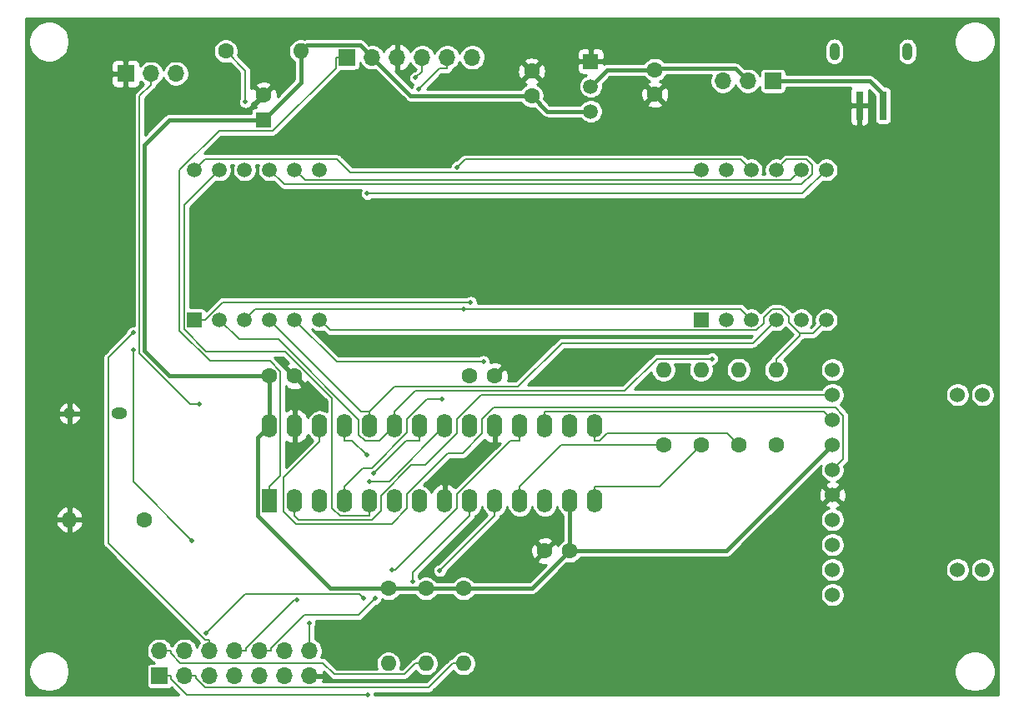
<source format=gtl>
G04 #@! TF.GenerationSoftware,KiCad,Pcbnew,(5.1.9)-1*
G04 #@! TF.CreationDate,2022-05-03T11:16:20+09:00*
G04 #@! TF.ProjectId,ZK80,5a4b3830-2e6b-4696-9361-645f70636258,rev?*
G04 #@! TF.SameCoordinates,PX2625a00PY9896800*
G04 #@! TF.FileFunction,Copper,L1,Top*
G04 #@! TF.FilePolarity,Positive*
%FSLAX46Y46*%
G04 Gerber Fmt 4.6, Leading zero omitted, Abs format (unit mm)*
G04 Created by KiCad (PCBNEW (5.1.9)-1) date 2022-05-03 11:16:20*
%MOMM*%
%LPD*%
G01*
G04 APERTURE LIST*
G04 #@! TA.AperFunction,ComponentPad*
%ADD10R,1.600000X1.600000*%
G04 #@! TD*
G04 #@! TA.AperFunction,ComponentPad*
%ADD11C,1.600000*%
G04 #@! TD*
G04 #@! TA.AperFunction,ComponentPad*
%ADD12R,1.700000X1.700000*%
G04 #@! TD*
G04 #@! TA.AperFunction,ComponentPad*
%ADD13O,1.700000X1.700000*%
G04 #@! TD*
G04 #@! TA.AperFunction,ComponentPad*
%ADD14C,1.524000*%
G04 #@! TD*
G04 #@! TA.AperFunction,ComponentPad*
%ADD15O,1.000000X1.800000*%
G04 #@! TD*
G04 #@! TA.AperFunction,SMDPad,CuDef*
%ADD16R,0.700000X3.000000*%
G04 #@! TD*
G04 #@! TA.AperFunction,ComponentPad*
%ADD17O,1.600000X1.200000*%
G04 #@! TD*
G04 #@! TA.AperFunction,ComponentPad*
%ADD18O,1.200000X1.200000*%
G04 #@! TD*
G04 #@! TA.AperFunction,ComponentPad*
%ADD19O,1.600000X1.600000*%
G04 #@! TD*
G04 #@! TA.AperFunction,ComponentPad*
%ADD20C,1.500000*%
G04 #@! TD*
G04 #@! TA.AperFunction,ComponentPad*
%ADD21R,1.500000X1.500000*%
G04 #@! TD*
G04 #@! TA.AperFunction,ComponentPad*
%ADD22R,1.600000X2.400000*%
G04 #@! TD*
G04 #@! TA.AperFunction,ComponentPad*
%ADD23O,1.600000X2.400000*%
G04 #@! TD*
G04 #@! TA.AperFunction,ViaPad*
%ADD24C,0.500000*%
G04 #@! TD*
G04 #@! TA.AperFunction,Conductor*
%ADD25C,0.400000*%
G04 #@! TD*
G04 #@! TA.AperFunction,Conductor*
%ADD26C,0.200000*%
G04 #@! TD*
G04 #@! TA.AperFunction,Conductor*
%ADD27C,0.254000*%
G04 #@! TD*
G04 #@! TA.AperFunction,Conductor*
%ADD28C,0.100000*%
G04 #@! TD*
G04 APERTURE END LIST*
D10*
X24765000Y59055000D03*
D11*
X24765000Y61555000D03*
X53340000Y15240000D03*
X55840000Y15240000D03*
X27900000Y33020000D03*
X25400000Y33020000D03*
X45720000Y33020000D03*
X48220000Y33020000D03*
X64500000Y61635000D03*
X64500000Y64135000D03*
X52000000Y61500000D03*
X52000000Y64000000D03*
D12*
X33274000Y65405000D03*
D13*
X35814000Y65405000D03*
X38354000Y65405000D03*
X40894000Y65405000D03*
X43434000Y65405000D03*
X45974000Y65405000D03*
D14*
X82550000Y33655000D03*
X82550000Y31115000D03*
X82550000Y28575000D03*
X82550000Y26035000D03*
X82550000Y23495000D03*
X82550000Y20955000D03*
X82550000Y18415000D03*
X82550000Y15875000D03*
X82550000Y13335000D03*
X82550000Y10795000D03*
X95250000Y31115000D03*
X97790000Y31115000D03*
X95250000Y13335000D03*
X97790000Y13335000D03*
D15*
X82750000Y66000000D03*
X90150000Y66000000D03*
D16*
X85300000Y60500000D03*
X87700000Y60500000D03*
D12*
X14224000Y2540000D03*
D13*
X14224000Y5080000D03*
X16764000Y2540000D03*
X16764000Y5080000D03*
X19304000Y2540000D03*
X19304000Y5080000D03*
X21844000Y2540000D03*
X21844000Y5080000D03*
X24384000Y2540000D03*
X24384000Y5080000D03*
X26924000Y2540000D03*
X26924000Y5080000D03*
X29464000Y2540000D03*
X29464000Y5080000D03*
D17*
X10160000Y29210000D03*
D18*
X5080000Y29210000D03*
D11*
X20955000Y66040000D03*
D19*
X28575000Y66040000D03*
X65405000Y33655000D03*
D11*
X65405000Y26035000D03*
X69215000Y26035000D03*
D19*
X69215000Y33655000D03*
X73025000Y33655000D03*
D11*
X73025000Y26035000D03*
X76835000Y26035000D03*
D19*
X76835000Y33655000D03*
D11*
X12700000Y18415000D03*
D19*
X5080000Y18415000D03*
X37465000Y3810000D03*
D11*
X37465000Y11430000D03*
X41275000Y11430000D03*
D19*
X41275000Y3810000D03*
X45085000Y3810000D03*
D11*
X45085000Y11430000D03*
D13*
X15875000Y63754000D03*
X13335000Y63754000D03*
D12*
X10795000Y63754000D03*
X76500000Y63000000D03*
D13*
X73960000Y63000000D03*
X71420000Y63000000D03*
D20*
X17780000Y53975000D03*
X20320000Y53975000D03*
X22860000Y53975000D03*
X25400000Y53975000D03*
X27940000Y53975000D03*
X30480000Y53975000D03*
X30480000Y38735000D03*
X27940000Y38735000D03*
X25400000Y38735000D03*
X22860000Y38735000D03*
X20320000Y38735000D03*
D21*
X17780000Y38735000D03*
X69215000Y38735000D03*
D20*
X71755000Y38735000D03*
X74295000Y38735000D03*
X76835000Y38735000D03*
X79375000Y38735000D03*
X81915000Y38735000D03*
X81915000Y53975000D03*
X79375000Y53975000D03*
X76835000Y53975000D03*
X74295000Y53975000D03*
X71755000Y53975000D03*
X69215000Y53975000D03*
D22*
X25400000Y20320000D03*
D23*
X58420000Y27940000D03*
X27940000Y20320000D03*
X55880000Y27940000D03*
X30480000Y20320000D03*
X53340000Y27940000D03*
X33020000Y20320000D03*
X50800000Y27940000D03*
X35560000Y20320000D03*
X48260000Y27940000D03*
X38100000Y20320000D03*
X45720000Y27940000D03*
X40640000Y20320000D03*
X43180000Y27940000D03*
X43180000Y20320000D03*
X40640000Y27940000D03*
X45720000Y20320000D03*
X38100000Y27940000D03*
X48260000Y20320000D03*
X35560000Y27940000D03*
X50800000Y20320000D03*
X33020000Y27940000D03*
X53340000Y20320000D03*
X30480000Y27940000D03*
X55880000Y20320000D03*
X27940000Y27940000D03*
X58420000Y20320000D03*
X25400000Y27940000D03*
D20*
X58000000Y62460000D03*
X58000000Y59920000D03*
D21*
X58000000Y65000000D03*
D24*
X29407200Y7926200D03*
X22930500Y60886300D03*
X42899000Y30654400D03*
X40226000Y63319100D03*
X45114000Y39841600D03*
X18945100Y6903200D03*
X34973700Y10406400D03*
X40514600Y62158800D03*
X35338000Y649500D03*
X39945500Y12145100D03*
X42667900Y13242200D03*
X35242900Y24965900D03*
X35314700Y51551900D03*
X11547400Y37420900D03*
X70304200Y34777600D03*
X17537300Y16298200D03*
X11545100Y35667800D03*
X28144500Y10284600D03*
X35970400Y23114300D03*
X45795100Y40516900D03*
X35559900Y22282700D03*
X44453000Y54241400D03*
X36109800Y10406400D03*
X37782000Y13327100D03*
X47097300Y34486000D03*
X18230000Y30158800D03*
D25*
X41275000Y11430000D02*
X45085000Y11430000D01*
X37465000Y11430000D02*
X41275000Y11430000D01*
X55840000Y15240000D02*
X71755000Y15240000D01*
X71755000Y15240000D02*
X82550000Y26035000D01*
X55840000Y15240000D02*
X55840000Y20280000D01*
X55840000Y20280000D02*
X55880000Y20320000D01*
X45085000Y11430000D02*
X52030000Y11430000D01*
X52030000Y11430000D02*
X55840000Y15240000D01*
X25400000Y27940000D02*
X24200000Y26740000D01*
X24200000Y26740000D02*
X24200000Y18800000D01*
X24200000Y18800000D02*
X31570000Y11430000D01*
X31570000Y11430000D02*
X37465000Y11430000D01*
X25400000Y33020000D02*
X25400000Y27940000D01*
X24765000Y59055000D02*
X15240000Y59055000D01*
X15240000Y59055000D02*
X12700000Y56515000D01*
X12700000Y56515000D02*
X12700000Y35560000D01*
X12700000Y35560000D02*
X15240000Y33020000D01*
X15240000Y33020000D02*
X25400000Y33020000D01*
X28575000Y66040000D02*
X28575000Y62865000D01*
X28575000Y62865000D02*
X24765000Y59055000D01*
X35814000Y65405000D02*
X34564000Y66655000D01*
X34564000Y66655000D02*
X29190000Y66655000D01*
X29190000Y66655000D02*
X28575000Y66040000D01*
X52000000Y61500000D02*
X39719000Y61500000D01*
X39719000Y61500000D02*
X35814000Y65405000D01*
X58000000Y59920000D02*
X53580000Y59920000D01*
X53580000Y59920000D02*
X52000000Y61500000D01*
X85300000Y60500000D02*
X65635000Y60500000D01*
X65635000Y60500000D02*
X64500000Y61635000D01*
X64750000Y61750000D02*
X64500000Y61500000D01*
X64500000Y64135000D02*
X59675000Y64135000D01*
X59675000Y64135000D02*
X58000000Y62460000D01*
X73960000Y63000000D02*
X72710000Y64250000D01*
X72710000Y64250000D02*
X64615000Y64250000D01*
X64615000Y64250000D02*
X64500000Y64135000D01*
D26*
X29407200Y7926200D02*
X29464000Y7869400D01*
X29464000Y7869400D02*
X29464000Y5080000D01*
X32123700Y65405000D02*
X32123700Y64326600D01*
X32123700Y64326600D02*
X25751800Y57954700D01*
X25751800Y57954700D02*
X20256500Y57954700D01*
X20256500Y57954700D02*
X16267900Y53966100D01*
X16267900Y53966100D02*
X16267900Y37647000D01*
X16267900Y37647000D02*
X19384000Y34530900D01*
X19384000Y34530900D02*
X25475200Y34530900D01*
X25475200Y34530900D02*
X26500400Y33505700D01*
X26500400Y33505700D02*
X26500400Y22920700D01*
X26500400Y22920700D02*
X25400000Y21820300D01*
X20955000Y66040000D02*
X22930500Y64064500D01*
X22930500Y64064500D02*
X22930500Y60886300D01*
X33274000Y65405000D02*
X32123700Y65405000D01*
X25400000Y20320000D02*
X25400000Y21820300D01*
X33020000Y20320000D02*
X33020000Y21820300D01*
X33020000Y21820300D02*
X34868100Y23668400D01*
X34868100Y23668400D02*
X35789100Y23668400D01*
X35789100Y23668400D02*
X39370000Y27249300D01*
X39370000Y27249300D02*
X39370000Y28661600D01*
X39370000Y28661600D02*
X41362800Y30654400D01*
X41362800Y30654400D02*
X42899000Y30654400D01*
X45114000Y39841600D02*
X23966600Y39841600D01*
X23966600Y39841600D02*
X22860000Y38735000D01*
X74295000Y38735000D02*
X73188400Y39841600D01*
X73188400Y39841600D02*
X45114000Y39841600D01*
X40226000Y63319100D02*
X40894000Y63987100D01*
X40894000Y63987100D02*
X40894000Y65405000D01*
X35560000Y20320000D02*
X35560000Y18819700D01*
X35560000Y18819700D02*
X32546000Y18819700D01*
X32546000Y18819700D02*
X31750000Y19615700D01*
X31750000Y19615700D02*
X31750000Y30737000D01*
X31750000Y30737000D02*
X26984600Y35502400D01*
X26984600Y35502400D02*
X18978800Y35502400D01*
X18978800Y35502400D02*
X16729600Y37751600D01*
X16729600Y37751600D02*
X16729600Y50384600D01*
X16729600Y50384600D02*
X20320000Y53975000D01*
X34973700Y10406400D02*
X34545200Y10834900D01*
X34545200Y10834900D02*
X22876800Y10834900D01*
X22876800Y10834900D02*
X18945100Y6903200D01*
X43434000Y65405000D02*
X43434000Y64254700D01*
X40514600Y62158800D02*
X42610500Y64254700D01*
X42610500Y64254700D02*
X43434000Y64254700D01*
X27940000Y20320000D02*
X27940000Y18819700D01*
X27940000Y18819700D02*
X28343400Y18416300D01*
X28343400Y18416300D02*
X35748800Y18416300D01*
X35748800Y18416300D02*
X36688400Y19355900D01*
X36688400Y19355900D02*
X36688400Y20882100D01*
X36688400Y20882100D02*
X39779700Y23973400D01*
X39779700Y23973400D02*
X41237200Y23973400D01*
X41237200Y23973400D02*
X44450000Y27186200D01*
X44450000Y27186200D02*
X44450000Y28679400D01*
X44450000Y28679400D02*
X46885600Y31115000D01*
X46885600Y31115000D02*
X82550000Y31115000D01*
X53340000Y27940000D02*
X53340000Y29440300D01*
X53340000Y29440300D02*
X81684700Y29440300D01*
X81684700Y29440300D02*
X82550000Y28575000D01*
X30480000Y27940000D02*
X30480000Y26334000D01*
X30480000Y26334000D02*
X26838200Y22692200D01*
X26838200Y22692200D02*
X26838200Y19262300D01*
X26838200Y19262300D02*
X28096000Y18004500D01*
X28096000Y18004500D02*
X37810800Y18004500D01*
X37810800Y18004500D02*
X39370000Y19563700D01*
X39370000Y19563700D02*
X39370000Y21032700D01*
X39370000Y21032700D02*
X43502300Y25165000D01*
X43502300Y25165000D02*
X44991100Y25165000D01*
X44991100Y25165000D02*
X46990000Y27163900D01*
X46990000Y27163900D02*
X46990000Y28664900D01*
X46990000Y28664900D02*
X48170100Y29845000D01*
X48170100Y29845000D02*
X82825000Y29845000D01*
X82825000Y29845000D02*
X83651800Y29018200D01*
X83651800Y29018200D02*
X83651800Y24596800D01*
X83651800Y24596800D02*
X82550000Y23495000D01*
D25*
X87700000Y60500000D02*
X87700000Y61650000D01*
X87700000Y61650000D02*
X86350000Y63000000D01*
X86350000Y63000000D02*
X76500000Y63000000D01*
D26*
X14224000Y2540000D02*
X15374300Y2540000D01*
X35338000Y649500D02*
X16977200Y649500D01*
X16977200Y649500D02*
X15374300Y2252400D01*
X15374300Y2252400D02*
X15374300Y2540000D01*
X45720000Y20320000D02*
X45720000Y18819700D01*
X45720000Y18819700D02*
X39945500Y13045200D01*
X39945500Y13045200D02*
X39945500Y12145100D01*
X14224000Y5080000D02*
X15374300Y5080000D01*
X41275000Y3810000D02*
X40174700Y3810000D01*
X40174700Y3810000D02*
X39059000Y2694300D01*
X39059000Y2694300D02*
X31961900Y2694300D01*
X31961900Y2694300D02*
X30787700Y3868500D01*
X30787700Y3868500D02*
X16347400Y3868500D01*
X16347400Y3868500D02*
X15374300Y4841600D01*
X15374300Y4841600D02*
X15374300Y5080000D01*
X48260000Y20320000D02*
X48260000Y18819700D01*
X48260000Y18819700D02*
X48245400Y18819700D01*
X48245400Y18819700D02*
X42667900Y13242200D01*
X16764000Y2540000D02*
X17914300Y2540000D01*
X45085000Y3810000D02*
X43984700Y3810000D01*
X43984700Y3810000D02*
X41563600Y1388900D01*
X41563600Y1388900D02*
X18827000Y1388900D01*
X18827000Y1388900D02*
X17914300Y2301600D01*
X17914300Y2301600D02*
X17914300Y2540000D01*
X33020000Y27940000D02*
X33020000Y26439700D01*
X33020000Y26439700D02*
X33769100Y26439700D01*
X33769100Y26439700D02*
X35242900Y24965900D01*
X35314700Y51551900D02*
X79491900Y51551900D01*
X79491900Y51551900D02*
X81915000Y53975000D01*
X76835000Y38735000D02*
X74472900Y36372900D01*
X74472900Y36372900D02*
X55074100Y36372900D01*
X55074100Y36372900D02*
X50620900Y31919700D01*
X50620900Y31919700D02*
X38039400Y31919700D01*
X38039400Y31919700D02*
X35560000Y29440300D01*
X35560000Y27940000D02*
X35560000Y29440300D01*
X35560000Y29440300D02*
X34694700Y29440300D01*
X34694700Y29440300D02*
X25400000Y38735000D01*
X19304000Y5080000D02*
X19304000Y6230300D01*
X11547400Y37420900D02*
X9038100Y34911600D01*
X9038100Y34911600D02*
X9038100Y16019500D01*
X9038100Y16019500D02*
X18827300Y6230300D01*
X18827300Y6230300D02*
X19304000Y6230300D01*
X38100000Y27940000D02*
X38100000Y29440300D01*
X20320000Y38735000D02*
X22297800Y36757200D01*
X22297800Y36757200D02*
X26296100Y36757200D01*
X26296100Y36757200D02*
X34459600Y28593700D01*
X34459600Y28593700D02*
X34459600Y27044700D01*
X34459600Y27044700D02*
X35099600Y26404700D01*
X35099600Y26404700D02*
X36564700Y26404700D01*
X36564700Y26404700D02*
X38100000Y27940000D01*
X38100000Y29440300D02*
X40175100Y31515400D01*
X40175100Y31515400D02*
X61465200Y31515400D01*
X61465200Y31515400D02*
X64727400Y34777600D01*
X64727400Y34777600D02*
X70304200Y34777600D01*
X11545100Y35667800D02*
X11545100Y22290400D01*
X11545100Y22290400D02*
X17537300Y16298200D01*
X40640000Y26439700D02*
X39295800Y26439700D01*
X39295800Y26439700D02*
X35970400Y23114300D01*
X40640000Y27940000D02*
X40640000Y26439700D01*
X21844000Y5080000D02*
X22994300Y5080000D01*
X28144500Y10284600D02*
X27933300Y10284600D01*
X27933300Y10284600D02*
X22994300Y5345600D01*
X22994300Y5345600D02*
X22994300Y5080000D01*
X17780000Y38735000D02*
X18830300Y38735000D01*
X45795100Y40516900D02*
X20612200Y40516900D01*
X20612200Y40516900D02*
X18830300Y38735000D01*
X44453000Y54241400D02*
X45238600Y55027000D01*
X45238600Y55027000D02*
X73243000Y55027000D01*
X73243000Y55027000D02*
X74295000Y53975000D01*
X43180000Y27940000D02*
X37522700Y22282700D01*
X37522700Y22282700D02*
X35559900Y22282700D01*
X50800000Y27940000D02*
X50800000Y26439700D01*
X24384000Y5080000D02*
X25534300Y5080000D01*
X36109800Y10406400D02*
X34420300Y8716900D01*
X34420300Y8716900D02*
X28932800Y8716900D01*
X28932800Y8716900D02*
X25534300Y5318400D01*
X25534300Y5318400D02*
X25534300Y5080000D01*
X50800000Y26439700D02*
X49862300Y26439700D01*
X49862300Y26439700D02*
X44450000Y21027400D01*
X44450000Y21027400D02*
X44450000Y19586800D01*
X44450000Y19586800D02*
X38190300Y13327100D01*
X38190300Y13327100D02*
X37782000Y13327100D01*
X47097300Y34486000D02*
X32189000Y34486000D01*
X32189000Y34486000D02*
X27940000Y38735000D01*
X69215000Y53975000D02*
X68928500Y53688500D01*
X68928500Y53688500D02*
X33563600Y53688500D01*
X33563600Y53688500D02*
X32204600Y55047500D01*
X32204600Y55047500D02*
X18852500Y55047500D01*
X18852500Y55047500D02*
X17780000Y53975000D01*
X50800000Y20320000D02*
X50800000Y21820300D01*
X50800000Y21820300D02*
X55014700Y26035000D01*
X55014700Y26035000D02*
X65405000Y26035000D01*
X58420000Y20320000D02*
X58420000Y21820300D01*
X58420000Y21820300D02*
X65000300Y21820300D01*
X65000300Y21820300D02*
X69215000Y26035000D01*
X25400000Y53975000D02*
X26859400Y52515600D01*
X26859400Y52515600D02*
X79423100Y52515600D01*
X79423100Y52515600D02*
X80449800Y53542300D01*
X80449800Y53542300D02*
X80449800Y54444000D01*
X80449800Y54444000D02*
X79866800Y55027000D01*
X79866800Y55027000D02*
X77887000Y55027000D01*
X77887000Y55027000D02*
X76835000Y53975000D01*
X79375000Y53975000D02*
X78318100Y52918100D01*
X78318100Y52918100D02*
X28996900Y52918100D01*
X28996900Y52918100D02*
X27940000Y53975000D01*
X58420000Y27940000D02*
X58420000Y26439700D01*
X58420000Y26439700D02*
X58875800Y26439700D01*
X58875800Y26439700D02*
X59626000Y27189900D01*
X59626000Y27189900D02*
X71870100Y27189900D01*
X71870100Y27189900D02*
X73025000Y26035000D01*
X79210800Y37368300D02*
X78105000Y38474100D01*
X78105000Y38474100D02*
X78105000Y39036300D01*
X78105000Y39036300D02*
X77347900Y39793400D01*
X77347900Y39793400D02*
X76389800Y39793400D01*
X76389800Y39793400D02*
X75565000Y38968600D01*
X75565000Y38968600D02*
X75565000Y38410100D01*
X75565000Y38410100D02*
X74839600Y37684700D01*
X74839600Y37684700D02*
X31530300Y37684700D01*
X31530300Y37684700D02*
X30480000Y38735000D01*
X81915000Y38735000D02*
X80548300Y37368300D01*
X80548300Y37368300D02*
X79210800Y37368300D01*
X79210800Y37368300D02*
X79210800Y37131100D01*
X79210800Y37131100D02*
X76835000Y34755300D01*
X76835000Y33655000D02*
X76835000Y34755300D01*
X13335000Y63754000D02*
X13335000Y62603700D01*
X18230000Y30158800D02*
X17337400Y30158800D01*
X17337400Y30158800D02*
X12199700Y35296500D01*
X12199700Y35296500D02*
X12199700Y61468400D01*
X12199700Y61468400D02*
X13335000Y62603700D01*
D27*
X99373000Y627000D02*
X36065000Y627000D01*
X36065000Y721103D01*
X36046940Y811900D01*
X41535269Y811900D01*
X41563600Y809110D01*
X41591931Y811900D01*
X41591936Y811900D01*
X41621645Y814826D01*
X41676711Y820249D01*
X41721370Y833797D01*
X41785476Y853243D01*
X41885715Y906821D01*
X41973574Y978926D01*
X41991639Y1000938D01*
X44050460Y3059759D01*
X44093089Y2995960D01*
X44270960Y2818089D01*
X44480114Y2678337D01*
X44712513Y2582074D01*
X44959226Y2533000D01*
X45210774Y2533000D01*
X45457487Y2582074D01*
X45689886Y2678337D01*
X45899040Y2818089D01*
X46076911Y2995960D01*
X46216297Y3204567D01*
X94923000Y3204567D01*
X94923000Y2795433D01*
X95002818Y2394161D01*
X95159386Y2016171D01*
X95386689Y1675989D01*
X95675989Y1386689D01*
X96016171Y1159386D01*
X96394161Y1002818D01*
X96795433Y923000D01*
X97204567Y923000D01*
X97605839Y1002818D01*
X97983829Y1159386D01*
X98324011Y1386689D01*
X98613311Y1675989D01*
X98840614Y2016171D01*
X98997182Y2394161D01*
X99077000Y2795433D01*
X99077000Y3204567D01*
X98997182Y3605839D01*
X98840614Y3983829D01*
X98613311Y4324011D01*
X98324011Y4613311D01*
X97983829Y4840614D01*
X97605839Y4997182D01*
X97204567Y5077000D01*
X96795433Y5077000D01*
X96394161Y4997182D01*
X96016171Y4840614D01*
X95675989Y4613311D01*
X95386689Y4324011D01*
X95159386Y3983829D01*
X95002818Y3605839D01*
X94923000Y3204567D01*
X46216297Y3204567D01*
X46216663Y3205114D01*
X46312926Y3437513D01*
X46362000Y3684226D01*
X46362000Y3935774D01*
X46312926Y4182487D01*
X46216663Y4414886D01*
X46076911Y4624040D01*
X45899040Y4801911D01*
X45689886Y4941663D01*
X45457487Y5037926D01*
X45210774Y5087000D01*
X44959226Y5087000D01*
X44712513Y5037926D01*
X44480114Y4941663D01*
X44270960Y4801911D01*
X44093089Y4624040D01*
X43953337Y4414886D01*
X43941166Y4385503D01*
X43871588Y4378650D01*
X43762824Y4345657D01*
X43662585Y4292079D01*
X43574726Y4219974D01*
X43556661Y4197962D01*
X41324599Y1965900D01*
X30828431Y1965900D01*
X30905481Y2183109D01*
X30784814Y2413000D01*
X29591000Y2413000D01*
X29591000Y2393000D01*
X29337000Y2393000D01*
X29337000Y2413000D01*
X29317000Y2413000D01*
X29317000Y2667000D01*
X29337000Y2667000D01*
X29337000Y2687000D01*
X29591000Y2687000D01*
X29591000Y2667000D01*
X30784814Y2667000D01*
X30905481Y2896891D01*
X30884686Y2955513D01*
X31533861Y2306338D01*
X31551926Y2284326D01*
X31639785Y2212221D01*
X31694251Y2183109D01*
X31740023Y2158643D01*
X31848788Y2125649D01*
X31961900Y2114509D01*
X31990239Y2117300D01*
X39030669Y2117300D01*
X39059000Y2114510D01*
X39087331Y2117300D01*
X39087336Y2117300D01*
X39117045Y2120226D01*
X39172111Y2125649D01*
X39217074Y2139289D01*
X39280876Y2158643D01*
X39381115Y2212221D01*
X39468974Y2284326D01*
X39487039Y2306338D01*
X40240460Y3059759D01*
X40283089Y2995960D01*
X40460960Y2818089D01*
X40670114Y2678337D01*
X40902513Y2582074D01*
X41149226Y2533000D01*
X41400774Y2533000D01*
X41647487Y2582074D01*
X41879886Y2678337D01*
X42089040Y2818089D01*
X42266911Y2995960D01*
X42406663Y3205114D01*
X42502926Y3437513D01*
X42552000Y3684226D01*
X42552000Y3935774D01*
X42502926Y4182487D01*
X42406663Y4414886D01*
X42266911Y4624040D01*
X42089040Y4801911D01*
X41879886Y4941663D01*
X41647487Y5037926D01*
X41400774Y5087000D01*
X41149226Y5087000D01*
X40902513Y5037926D01*
X40670114Y4941663D01*
X40460960Y4801911D01*
X40283089Y4624040D01*
X40143337Y4414886D01*
X40131166Y4385503D01*
X40061588Y4378650D01*
X39952824Y4345657D01*
X39852585Y4292079D01*
X39809190Y4256465D01*
X39786735Y4238037D01*
X39786734Y4238036D01*
X39764726Y4219974D01*
X39746665Y4197967D01*
X38819999Y3271300D01*
X38624078Y3271300D01*
X38692926Y3437513D01*
X38742000Y3684226D01*
X38742000Y3935774D01*
X38692926Y4182487D01*
X38596663Y4414886D01*
X38456911Y4624040D01*
X38279040Y4801911D01*
X38069886Y4941663D01*
X37837487Y5037926D01*
X37590774Y5087000D01*
X37339226Y5087000D01*
X37092513Y5037926D01*
X36860114Y4941663D01*
X36650960Y4801911D01*
X36473089Y4624040D01*
X36333337Y4414886D01*
X36237074Y4182487D01*
X36188000Y3935774D01*
X36188000Y3684226D01*
X36237074Y3437513D01*
X36305922Y3271300D01*
X32200901Y3271300D01*
X31215739Y4256462D01*
X31197674Y4278474D01*
X31109815Y4350579D01*
X31009576Y4404157D01*
X30945470Y4423603D01*
X30900811Y4437151D01*
X30845745Y4442574D01*
X30816036Y4445500D01*
X30816031Y4445500D01*
X30787700Y4448290D01*
X30759369Y4445500D01*
X30636010Y4445500D01*
X30639972Y4451430D01*
X30740004Y4692928D01*
X30791000Y4949302D01*
X30791000Y5210698D01*
X30740004Y5467072D01*
X30639972Y5708570D01*
X30494748Y5925913D01*
X30309913Y6110748D01*
X30092570Y6255972D01*
X30041000Y6277333D01*
X30041000Y7566183D01*
X30051459Y7581836D01*
X30106262Y7714142D01*
X30134200Y7854597D01*
X30134200Y7997803D01*
X30106262Y8138258D01*
X30105582Y8139900D01*
X34391969Y8139900D01*
X34420300Y8137110D01*
X34448631Y8139900D01*
X34448636Y8139900D01*
X34478345Y8142826D01*
X34533411Y8148249D01*
X34578070Y8161797D01*
X34642176Y8181243D01*
X34742415Y8234821D01*
X34830274Y8306926D01*
X34848339Y8328938D01*
X36203121Y9683720D01*
X36321858Y9707338D01*
X36454164Y9762141D01*
X36573236Y9841702D01*
X36674498Y9942964D01*
X36754059Y10062036D01*
X36808862Y10194342D01*
X36833134Y10316365D01*
X36860114Y10298337D01*
X37092513Y10202074D01*
X37339226Y10153000D01*
X37590774Y10153000D01*
X37837487Y10202074D01*
X38069886Y10298337D01*
X38279040Y10438089D01*
X38456911Y10615960D01*
X38548478Y10753000D01*
X40191522Y10753000D01*
X40283089Y10615960D01*
X40460960Y10438089D01*
X40670114Y10298337D01*
X40902513Y10202074D01*
X41149226Y10153000D01*
X41400774Y10153000D01*
X41647487Y10202074D01*
X41879886Y10298337D01*
X42089040Y10438089D01*
X42266911Y10615960D01*
X42358478Y10753000D01*
X44001522Y10753000D01*
X44093089Y10615960D01*
X44270960Y10438089D01*
X44480114Y10298337D01*
X44712513Y10202074D01*
X44959226Y10153000D01*
X45210774Y10153000D01*
X45457487Y10202074D01*
X45689886Y10298337D01*
X45899040Y10438089D01*
X46076911Y10615960D01*
X46168478Y10753000D01*
X51996755Y10753000D01*
X52030000Y10749726D01*
X52063245Y10753000D01*
X52063252Y10753000D01*
X52162715Y10762796D01*
X52290330Y10801508D01*
X52407941Y10864372D01*
X52472105Y10917031D01*
X81311000Y10917031D01*
X81311000Y10672969D01*
X81358614Y10433597D01*
X81452012Y10208113D01*
X81587606Y10005184D01*
X81760184Y9832606D01*
X81963113Y9697012D01*
X82188597Y9603614D01*
X82427969Y9556000D01*
X82672031Y9556000D01*
X82911403Y9603614D01*
X83136887Y9697012D01*
X83339816Y9832606D01*
X83512394Y10005184D01*
X83647988Y10208113D01*
X83741386Y10433597D01*
X83789000Y10672969D01*
X83789000Y10917031D01*
X83741386Y11156403D01*
X83647988Y11381887D01*
X83512394Y11584816D01*
X83339816Y11757394D01*
X83136887Y11892988D01*
X82911403Y11986386D01*
X82672031Y12034000D01*
X82427969Y12034000D01*
X82188597Y11986386D01*
X81963113Y11892988D01*
X81760184Y11757394D01*
X81587606Y11584816D01*
X81452012Y11381887D01*
X81358614Y11156403D01*
X81311000Y10917031D01*
X52472105Y10917031D01*
X52511027Y10948973D01*
X52532226Y10974804D01*
X55014453Y13457031D01*
X81311000Y13457031D01*
X81311000Y13212969D01*
X81358614Y12973597D01*
X81452012Y12748113D01*
X81587606Y12545184D01*
X81760184Y12372606D01*
X81963113Y12237012D01*
X82188597Y12143614D01*
X82427969Y12096000D01*
X82672031Y12096000D01*
X82911403Y12143614D01*
X83136887Y12237012D01*
X83339816Y12372606D01*
X83512394Y12545184D01*
X83647988Y12748113D01*
X83741386Y12973597D01*
X83789000Y13212969D01*
X83789000Y13457031D01*
X94011000Y13457031D01*
X94011000Y13212969D01*
X94058614Y12973597D01*
X94152012Y12748113D01*
X94287606Y12545184D01*
X94460184Y12372606D01*
X94663113Y12237012D01*
X94888597Y12143614D01*
X95127969Y12096000D01*
X95372031Y12096000D01*
X95611403Y12143614D01*
X95836887Y12237012D01*
X96039816Y12372606D01*
X96212394Y12545184D01*
X96347988Y12748113D01*
X96441386Y12973597D01*
X96489000Y13212969D01*
X96489000Y13457031D01*
X96551000Y13457031D01*
X96551000Y13212969D01*
X96598614Y12973597D01*
X96692012Y12748113D01*
X96827606Y12545184D01*
X97000184Y12372606D01*
X97203113Y12237012D01*
X97428597Y12143614D01*
X97667969Y12096000D01*
X97912031Y12096000D01*
X98151403Y12143614D01*
X98376887Y12237012D01*
X98579816Y12372606D01*
X98752394Y12545184D01*
X98887988Y12748113D01*
X98981386Y12973597D01*
X99029000Y13212969D01*
X99029000Y13457031D01*
X98981386Y13696403D01*
X98887988Y13921887D01*
X98752394Y14124816D01*
X98579816Y14297394D01*
X98376887Y14432988D01*
X98151403Y14526386D01*
X97912031Y14574000D01*
X97667969Y14574000D01*
X97428597Y14526386D01*
X97203113Y14432988D01*
X97000184Y14297394D01*
X96827606Y14124816D01*
X96692012Y13921887D01*
X96598614Y13696403D01*
X96551000Y13457031D01*
X96489000Y13457031D01*
X96441386Y13696403D01*
X96347988Y13921887D01*
X96212394Y14124816D01*
X96039816Y14297394D01*
X95836887Y14432988D01*
X95611403Y14526386D01*
X95372031Y14574000D01*
X95127969Y14574000D01*
X94888597Y14526386D01*
X94663113Y14432988D01*
X94460184Y14297394D01*
X94287606Y14124816D01*
X94152012Y13921887D01*
X94058614Y13696403D01*
X94011000Y13457031D01*
X83789000Y13457031D01*
X83741386Y13696403D01*
X83647988Y13921887D01*
X83512394Y14124816D01*
X83339816Y14297394D01*
X83136887Y14432988D01*
X82911403Y14526386D01*
X82672031Y14574000D01*
X82427969Y14574000D01*
X82188597Y14526386D01*
X81963113Y14432988D01*
X81760184Y14297394D01*
X81587606Y14124816D01*
X81452012Y13921887D01*
X81358614Y13696403D01*
X81311000Y13457031D01*
X55014453Y13457031D01*
X55552577Y13995154D01*
X55714226Y13963000D01*
X55965774Y13963000D01*
X56212487Y14012074D01*
X56444886Y14108337D01*
X56654040Y14248089D01*
X56831911Y14425960D01*
X56923478Y14563000D01*
X71721755Y14563000D01*
X71755000Y14559726D01*
X71788245Y14563000D01*
X71788252Y14563000D01*
X71887715Y14572796D01*
X72015330Y14611508D01*
X72132941Y14674372D01*
X72236027Y14758973D01*
X72257226Y14784804D01*
X73469453Y15997031D01*
X81311000Y15997031D01*
X81311000Y15752969D01*
X81358614Y15513597D01*
X81452012Y15288113D01*
X81587606Y15085184D01*
X81760184Y14912606D01*
X81963113Y14777012D01*
X82188597Y14683614D01*
X82427969Y14636000D01*
X82672031Y14636000D01*
X82911403Y14683614D01*
X83136887Y14777012D01*
X83339816Y14912606D01*
X83512394Y15085184D01*
X83647988Y15288113D01*
X83741386Y15513597D01*
X83789000Y15752969D01*
X83789000Y15997031D01*
X83741386Y16236403D01*
X83647988Y16461887D01*
X83512394Y16664816D01*
X83339816Y16837394D01*
X83136887Y16972988D01*
X82911403Y17066386D01*
X82672031Y17114000D01*
X82427969Y17114000D01*
X82188597Y17066386D01*
X81963113Y16972988D01*
X81760184Y16837394D01*
X81587606Y16664816D01*
X81452012Y16461887D01*
X81358614Y16236403D01*
X81311000Y15997031D01*
X73469453Y15997031D01*
X76009453Y18537031D01*
X81311000Y18537031D01*
X81311000Y18292969D01*
X81358614Y18053597D01*
X81452012Y17828113D01*
X81587606Y17625184D01*
X81760184Y17452606D01*
X81963113Y17317012D01*
X82188597Y17223614D01*
X82427969Y17176000D01*
X82672031Y17176000D01*
X82911403Y17223614D01*
X83136887Y17317012D01*
X83339816Y17452606D01*
X83512394Y17625184D01*
X83647988Y17828113D01*
X83741386Y18053597D01*
X83789000Y18292969D01*
X83789000Y18537031D01*
X83741386Y18776403D01*
X83647988Y19001887D01*
X83512394Y19204816D01*
X83339816Y19377394D01*
X83136887Y19512988D01*
X82919259Y19603132D01*
X83153023Y19687364D01*
X83268980Y19749344D01*
X83335960Y19989435D01*
X82550000Y20775395D01*
X81764040Y19989435D01*
X81831020Y19749344D01*
X82080048Y19632244D01*
X82186975Y19605714D01*
X81963113Y19512988D01*
X81760184Y19377394D01*
X81587606Y19204816D01*
X81452012Y19001887D01*
X81358614Y18776403D01*
X81311000Y18537031D01*
X76009453Y18537031D01*
X78355405Y20882983D01*
X81148090Y20882983D01*
X81189078Y20610867D01*
X81282364Y20351977D01*
X81344344Y20236020D01*
X81584435Y20169040D01*
X82370395Y20955000D01*
X82729605Y20955000D01*
X83515565Y20169040D01*
X83755656Y20236020D01*
X83872756Y20485048D01*
X83939023Y20752135D01*
X83951910Y21027017D01*
X83910922Y21299133D01*
X83817636Y21558023D01*
X83755656Y21673980D01*
X83515565Y21740960D01*
X82729605Y20955000D01*
X82370395Y20955000D01*
X81584435Y21740960D01*
X81344344Y21673980D01*
X81227244Y21424952D01*
X81160977Y21157865D01*
X81148090Y20882983D01*
X78355405Y20882983D01*
X81379678Y23907256D01*
X81358614Y23856403D01*
X81311000Y23617031D01*
X81311000Y23372969D01*
X81358614Y23133597D01*
X81452012Y22908113D01*
X81587606Y22705184D01*
X81760184Y22532606D01*
X81963113Y22397012D01*
X82180741Y22306868D01*
X81946977Y22222636D01*
X81831020Y22160656D01*
X81764040Y21920565D01*
X82550000Y21134605D01*
X83335960Y21920565D01*
X83268980Y22160656D01*
X83019952Y22277756D01*
X82913025Y22304286D01*
X83136887Y22397012D01*
X83339816Y22532606D01*
X83512394Y22705184D01*
X83647988Y22908113D01*
X83741386Y23133597D01*
X83789000Y23372969D01*
X83789000Y23617031D01*
X83741386Y23856403D01*
X83737291Y23866290D01*
X84039762Y24168761D01*
X84061774Y24186826D01*
X84133879Y24274685D01*
X84180209Y24361364D01*
X84187457Y24374923D01*
X84220451Y24483688D01*
X84231591Y24596800D01*
X84228800Y24625139D01*
X84228800Y28989869D01*
X84231590Y29018200D01*
X84228502Y29049564D01*
X84225920Y29075779D01*
X84220451Y29131312D01*
X84194025Y29218424D01*
X84187457Y29240076D01*
X84133879Y29340315D01*
X84061774Y29428174D01*
X84039763Y29446238D01*
X83335967Y30150034D01*
X83339816Y30152606D01*
X83512394Y30325184D01*
X83647988Y30528113D01*
X83741386Y30753597D01*
X83789000Y30992969D01*
X83789000Y31237031D01*
X94011000Y31237031D01*
X94011000Y30992969D01*
X94058614Y30753597D01*
X94152012Y30528113D01*
X94287606Y30325184D01*
X94460184Y30152606D01*
X94663113Y30017012D01*
X94888597Y29923614D01*
X95127969Y29876000D01*
X95372031Y29876000D01*
X95611403Y29923614D01*
X95836887Y30017012D01*
X96039816Y30152606D01*
X96212394Y30325184D01*
X96347988Y30528113D01*
X96441386Y30753597D01*
X96489000Y30992969D01*
X96489000Y31237031D01*
X96551000Y31237031D01*
X96551000Y30992969D01*
X96598614Y30753597D01*
X96692012Y30528113D01*
X96827606Y30325184D01*
X97000184Y30152606D01*
X97203113Y30017012D01*
X97428597Y29923614D01*
X97667969Y29876000D01*
X97912031Y29876000D01*
X98151403Y29923614D01*
X98376887Y30017012D01*
X98579816Y30152606D01*
X98752394Y30325184D01*
X98887988Y30528113D01*
X98981386Y30753597D01*
X99029000Y30992969D01*
X99029000Y31237031D01*
X98981386Y31476403D01*
X98887988Y31701887D01*
X98752394Y31904816D01*
X98579816Y32077394D01*
X98376887Y32212988D01*
X98151403Y32306386D01*
X97912031Y32354000D01*
X97667969Y32354000D01*
X97428597Y32306386D01*
X97203113Y32212988D01*
X97000184Y32077394D01*
X96827606Y31904816D01*
X96692012Y31701887D01*
X96598614Y31476403D01*
X96551000Y31237031D01*
X96489000Y31237031D01*
X96441386Y31476403D01*
X96347988Y31701887D01*
X96212394Y31904816D01*
X96039816Y32077394D01*
X95836887Y32212988D01*
X95611403Y32306386D01*
X95372031Y32354000D01*
X95127969Y32354000D01*
X94888597Y32306386D01*
X94663113Y32212988D01*
X94460184Y32077394D01*
X94287606Y31904816D01*
X94152012Y31701887D01*
X94058614Y31476403D01*
X94011000Y31237031D01*
X83789000Y31237031D01*
X83741386Y31476403D01*
X83647988Y31701887D01*
X83512394Y31904816D01*
X83339816Y32077394D01*
X83136887Y32212988D01*
X82911403Y32306386D01*
X82672031Y32354000D01*
X82427969Y32354000D01*
X82188597Y32306386D01*
X81963113Y32212988D01*
X81760184Y32077394D01*
X81587606Y31904816D01*
X81452012Y31701887D01*
X81447917Y31692000D01*
X62457801Y31692000D01*
X64155711Y33389910D01*
X64177074Y33282513D01*
X64273337Y33050114D01*
X64413089Y32840960D01*
X64590960Y32663089D01*
X64800114Y32523337D01*
X65032513Y32427074D01*
X65279226Y32378000D01*
X65530774Y32378000D01*
X65777487Y32427074D01*
X66009886Y32523337D01*
X66219040Y32663089D01*
X66396911Y32840960D01*
X66536663Y33050114D01*
X66632926Y33282513D01*
X66682000Y33529226D01*
X66682000Y33780774D01*
X66632926Y34027487D01*
X66561220Y34200600D01*
X68058780Y34200600D01*
X67987074Y34027487D01*
X67938000Y33780774D01*
X67938000Y33529226D01*
X67987074Y33282513D01*
X68083337Y33050114D01*
X68223089Y32840960D01*
X68400960Y32663089D01*
X68610114Y32523337D01*
X68842513Y32427074D01*
X69089226Y32378000D01*
X69340774Y32378000D01*
X69587487Y32427074D01*
X69819886Y32523337D01*
X70029040Y32663089D01*
X70206911Y32840960D01*
X70346663Y33050114D01*
X70442926Y33282513D01*
X70492000Y33529226D01*
X70492000Y33780774D01*
X71748000Y33780774D01*
X71748000Y33529226D01*
X71797074Y33282513D01*
X71893337Y33050114D01*
X72033089Y32840960D01*
X72210960Y32663089D01*
X72420114Y32523337D01*
X72652513Y32427074D01*
X72899226Y32378000D01*
X73150774Y32378000D01*
X73397487Y32427074D01*
X73629886Y32523337D01*
X73839040Y32663089D01*
X74016911Y32840960D01*
X74156663Y33050114D01*
X74252926Y33282513D01*
X74302000Y33529226D01*
X74302000Y33780774D01*
X74252926Y34027487D01*
X74156663Y34259886D01*
X74016911Y34469040D01*
X73839040Y34646911D01*
X73629886Y34786663D01*
X73397487Y34882926D01*
X73150774Y34932000D01*
X72899226Y34932000D01*
X72652513Y34882926D01*
X72420114Y34786663D01*
X72210960Y34646911D01*
X72033089Y34469040D01*
X71893337Y34259886D01*
X71797074Y34027487D01*
X71748000Y33780774D01*
X70492000Y33780774D01*
X70442926Y34027487D01*
X70428972Y34061176D01*
X70516258Y34078538D01*
X70648564Y34133341D01*
X70767636Y34212902D01*
X70868898Y34314164D01*
X70948459Y34433236D01*
X71003262Y34565542D01*
X71031200Y34705997D01*
X71031200Y34849203D01*
X71003262Y34989658D01*
X70948459Y35121964D01*
X70868898Y35241036D01*
X70767636Y35342298D01*
X70648564Y35421859D01*
X70516258Y35476662D01*
X70375803Y35504600D01*
X70232597Y35504600D01*
X70092142Y35476662D01*
X69959836Y35421859D01*
X69859175Y35354600D01*
X64755728Y35354600D01*
X64727399Y35357390D01*
X64699070Y35354600D01*
X64699064Y35354600D01*
X64614288Y35346250D01*
X64505524Y35313257D01*
X64405285Y35259679D01*
X64317426Y35187574D01*
X64299361Y35165562D01*
X61226199Y32092400D01*
X51609601Y32092400D01*
X55313101Y35795900D01*
X74444569Y35795900D01*
X74472900Y35793110D01*
X74501231Y35795900D01*
X74501236Y35795900D01*
X74530945Y35798826D01*
X74586011Y35804249D01*
X74630670Y35817797D01*
X74694776Y35837243D01*
X74795015Y35890821D01*
X74882874Y35962926D01*
X74900939Y35984938D01*
X76472895Y37556894D01*
X76477097Y37555153D01*
X76714151Y37508000D01*
X76955849Y37508000D01*
X77192903Y37555153D01*
X77416202Y37647647D01*
X77617167Y37781927D01*
X77788073Y37952833D01*
X77796962Y37966137D01*
X78513399Y37249700D01*
X76447034Y35183335D01*
X76425027Y35165274D01*
X76406966Y35143267D01*
X76406963Y35143264D01*
X76389483Y35121964D01*
X76352922Y35077415D01*
X76308535Y34994372D01*
X76299344Y34977176D01*
X76266349Y34868411D01*
X76259497Y34798834D01*
X76230114Y34786663D01*
X76020960Y34646911D01*
X75843089Y34469040D01*
X75703337Y34259886D01*
X75607074Y34027487D01*
X75558000Y33780774D01*
X75558000Y33529226D01*
X75607074Y33282513D01*
X75703337Y33050114D01*
X75843089Y32840960D01*
X76020960Y32663089D01*
X76230114Y32523337D01*
X76462513Y32427074D01*
X76709226Y32378000D01*
X76960774Y32378000D01*
X77207487Y32427074D01*
X77439886Y32523337D01*
X77649040Y32663089D01*
X77826911Y32840960D01*
X77966663Y33050114D01*
X78062926Y33282513D01*
X78112000Y33529226D01*
X78112000Y33777031D01*
X81311000Y33777031D01*
X81311000Y33532969D01*
X81358614Y33293597D01*
X81452012Y33068113D01*
X81587606Y32865184D01*
X81760184Y32692606D01*
X81963113Y32557012D01*
X82188597Y32463614D01*
X82427969Y32416000D01*
X82672031Y32416000D01*
X82911403Y32463614D01*
X83136887Y32557012D01*
X83339816Y32692606D01*
X83512394Y32865184D01*
X83647988Y33068113D01*
X83741386Y33293597D01*
X83789000Y33532969D01*
X83789000Y33777031D01*
X83741386Y34016403D01*
X83647988Y34241887D01*
X83512394Y34444816D01*
X83339816Y34617394D01*
X83136887Y34752988D01*
X82911403Y34846386D01*
X82672031Y34894000D01*
X82427969Y34894000D01*
X82188597Y34846386D01*
X81963113Y34752988D01*
X81760184Y34617394D01*
X81587606Y34444816D01*
X81452012Y34241887D01*
X81358614Y34016403D01*
X81311000Y33777031D01*
X78112000Y33777031D01*
X78112000Y33780774D01*
X78062926Y34027487D01*
X77966663Y34259886D01*
X77826911Y34469040D01*
X77649040Y34646911D01*
X77585241Y34689540D01*
X79598762Y36703061D01*
X79620774Y36721126D01*
X79678365Y36791300D01*
X80519969Y36791300D01*
X80548300Y36788510D01*
X80576631Y36791300D01*
X80576636Y36791300D01*
X80606345Y36794226D01*
X80661411Y36799649D01*
X80706070Y36813197D01*
X80770176Y36832643D01*
X80870415Y36886221D01*
X80958274Y36958326D01*
X80976339Y36980338D01*
X81552895Y37556894D01*
X81557097Y37555153D01*
X81794151Y37508000D01*
X82035849Y37508000D01*
X82272903Y37555153D01*
X82496202Y37647647D01*
X82697167Y37781927D01*
X82868073Y37952833D01*
X83002353Y38153798D01*
X83094847Y38377097D01*
X83142000Y38614151D01*
X83142000Y38855849D01*
X83094847Y39092903D01*
X83002353Y39316202D01*
X82868073Y39517167D01*
X82697167Y39688073D01*
X82496202Y39822353D01*
X82272903Y39914847D01*
X82035849Y39962000D01*
X81794151Y39962000D01*
X81557097Y39914847D01*
X81333798Y39822353D01*
X81132833Y39688073D01*
X80961927Y39517167D01*
X80827647Y39316202D01*
X80735153Y39092903D01*
X80688000Y38855849D01*
X80688000Y38614151D01*
X80735153Y38377097D01*
X80736894Y38372895D01*
X80350708Y37986709D01*
X80462353Y38153798D01*
X80554847Y38377097D01*
X80602000Y38614151D01*
X80602000Y38855849D01*
X80554847Y39092903D01*
X80462353Y39316202D01*
X80328073Y39517167D01*
X80157167Y39688073D01*
X79956202Y39822353D01*
X79732903Y39914847D01*
X79495849Y39962000D01*
X79254151Y39962000D01*
X79017097Y39914847D01*
X78793798Y39822353D01*
X78592833Y39688073D01*
X78431031Y39526271D01*
X77775939Y40181362D01*
X77757874Y40203374D01*
X77670015Y40275479D01*
X77569776Y40329057D01*
X77505670Y40348503D01*
X77461011Y40362051D01*
X77405945Y40367474D01*
X77376236Y40370400D01*
X77376231Y40370400D01*
X77347900Y40373190D01*
X77319569Y40370400D01*
X76418128Y40370400D01*
X76389799Y40373190D01*
X76361470Y40370400D01*
X76361464Y40370400D01*
X76276688Y40362050D01*
X76167924Y40329057D01*
X76067685Y40275479D01*
X75979826Y40203374D01*
X75961761Y40181362D01*
X75267897Y39487498D01*
X75248073Y39517167D01*
X75077167Y39688073D01*
X74876202Y39822353D01*
X74652903Y39914847D01*
X74415849Y39962000D01*
X74174151Y39962000D01*
X73937097Y39914847D01*
X73932895Y39913106D01*
X73616439Y40229562D01*
X73598374Y40251574D01*
X73510515Y40323679D01*
X73410276Y40377257D01*
X73346170Y40396703D01*
X73301511Y40410251D01*
X73246445Y40415674D01*
X73216736Y40418600D01*
X73216731Y40418600D01*
X73188400Y40421390D01*
X73160069Y40418600D01*
X46516790Y40418600D01*
X46522100Y40445297D01*
X46522100Y40588503D01*
X46494162Y40728958D01*
X46439359Y40861264D01*
X46359798Y40980336D01*
X46258536Y41081598D01*
X46139464Y41161159D01*
X46007158Y41215962D01*
X45866703Y41243900D01*
X45723497Y41243900D01*
X45583042Y41215962D01*
X45450736Y41161159D01*
X45350075Y41093900D01*
X20640528Y41093900D01*
X20612199Y41096690D01*
X20583870Y41093900D01*
X20583864Y41093900D01*
X20499088Y41085550D01*
X20390324Y41052557D01*
X20290085Y40998979D01*
X20267369Y40980336D01*
X20224235Y40944937D01*
X20224233Y40944935D01*
X20202226Y40926874D01*
X20184165Y40904867D01*
X18964079Y39684780D01*
X18928529Y39751289D01*
X18868921Y39823921D01*
X18796289Y39883529D01*
X18713423Y39927822D01*
X18623508Y39955097D01*
X18530000Y39964307D01*
X17306600Y39964307D01*
X17306600Y50145599D01*
X19957895Y52796894D01*
X19962097Y52795153D01*
X20199151Y52748000D01*
X20440849Y52748000D01*
X20677903Y52795153D01*
X20901202Y52887647D01*
X21102167Y53021927D01*
X21273073Y53192833D01*
X21407353Y53393798D01*
X21499847Y53617097D01*
X21547000Y53854151D01*
X21547000Y54095849D01*
X21499847Y54332903D01*
X21442852Y54470500D01*
X21737148Y54470500D01*
X21680153Y54332903D01*
X21633000Y54095849D01*
X21633000Y53854151D01*
X21680153Y53617097D01*
X21772647Y53393798D01*
X21906927Y53192833D01*
X22077833Y53021927D01*
X22278798Y52887647D01*
X22502097Y52795153D01*
X22739151Y52748000D01*
X22980849Y52748000D01*
X23217903Y52795153D01*
X23441202Y52887647D01*
X23642167Y53021927D01*
X23813073Y53192833D01*
X23947353Y53393798D01*
X24039847Y53617097D01*
X24087000Y53854151D01*
X24087000Y54095849D01*
X24039847Y54332903D01*
X23982852Y54470500D01*
X24277148Y54470500D01*
X24220153Y54332903D01*
X24173000Y54095849D01*
X24173000Y53854151D01*
X24220153Y53617097D01*
X24312647Y53393798D01*
X24446927Y53192833D01*
X24617833Y53021927D01*
X24818798Y52887647D01*
X25042097Y52795153D01*
X25279151Y52748000D01*
X25520849Y52748000D01*
X25757903Y52795153D01*
X25762105Y52796894D01*
X26431361Y52127638D01*
X26449426Y52105626D01*
X26537285Y52033521D01*
X26637524Y51979943D01*
X26746288Y51946950D01*
X26831064Y51938600D01*
X26831070Y51938600D01*
X26859399Y51935810D01*
X26887728Y51938600D01*
X34698729Y51938600D01*
X34670441Y51896264D01*
X34615638Y51763958D01*
X34587700Y51623503D01*
X34587700Y51480297D01*
X34615638Y51339842D01*
X34670441Y51207536D01*
X34750002Y51088464D01*
X34851264Y50987202D01*
X34970336Y50907641D01*
X35102642Y50852838D01*
X35243097Y50824900D01*
X35386303Y50824900D01*
X35526758Y50852838D01*
X35659064Y50907641D01*
X35759725Y50974900D01*
X79463569Y50974900D01*
X79491900Y50972110D01*
X79520231Y50974900D01*
X79520236Y50974900D01*
X79549945Y50977826D01*
X79605011Y50983249D01*
X79649670Y50996797D01*
X79713776Y51016243D01*
X79814015Y51069821D01*
X79901874Y51141926D01*
X79919939Y51163938D01*
X81552895Y52796894D01*
X81557097Y52795153D01*
X81794151Y52748000D01*
X82035849Y52748000D01*
X82272903Y52795153D01*
X82496202Y52887647D01*
X82697167Y53021927D01*
X82868073Y53192833D01*
X83002353Y53393798D01*
X83094847Y53617097D01*
X83142000Y53854151D01*
X83142000Y54095849D01*
X83094847Y54332903D01*
X83002353Y54556202D01*
X82868073Y54757167D01*
X82697167Y54928073D01*
X82496202Y55062353D01*
X82272903Y55154847D01*
X82035849Y55202000D01*
X81794151Y55202000D01*
X81557097Y55154847D01*
X81333798Y55062353D01*
X81132833Y54928073D01*
X80961927Y54757167D01*
X80947890Y54736159D01*
X80931879Y54766115D01*
X80859774Y54853974D01*
X80837762Y54872039D01*
X80294839Y55414962D01*
X80276774Y55436974D01*
X80188915Y55509079D01*
X80088676Y55562657D01*
X80024570Y55582103D01*
X79979911Y55595651D01*
X79924845Y55601074D01*
X79895136Y55604000D01*
X79895131Y55604000D01*
X79866800Y55606790D01*
X79838469Y55604000D01*
X77915339Y55604000D01*
X77887000Y55606791D01*
X77773888Y55595651D01*
X77709782Y55576204D01*
X77665124Y55562657D01*
X77564885Y55509079D01*
X77477026Y55436974D01*
X77458961Y55414962D01*
X77197105Y55153106D01*
X77192903Y55154847D01*
X76955849Y55202000D01*
X76714151Y55202000D01*
X76477097Y55154847D01*
X76253798Y55062353D01*
X76052833Y54928073D01*
X75881927Y54757167D01*
X75747647Y54556202D01*
X75655153Y54332903D01*
X75608000Y54095849D01*
X75608000Y53854151D01*
X75655153Y53617097D01*
X75705686Y53495100D01*
X75424314Y53495100D01*
X75474847Y53617097D01*
X75522000Y53854151D01*
X75522000Y54095849D01*
X75474847Y54332903D01*
X75382353Y54556202D01*
X75248073Y54757167D01*
X75077167Y54928073D01*
X74876202Y55062353D01*
X74652903Y55154847D01*
X74415849Y55202000D01*
X74174151Y55202000D01*
X73937097Y55154847D01*
X73932895Y55153106D01*
X73671039Y55414962D01*
X73652974Y55436974D01*
X73565115Y55509079D01*
X73464876Y55562657D01*
X73400770Y55582103D01*
X73356111Y55595651D01*
X73301045Y55601074D01*
X73271336Y55604000D01*
X73271331Y55604000D01*
X73243000Y55606790D01*
X73214669Y55604000D01*
X45266928Y55604000D01*
X45238599Y55606790D01*
X45210270Y55604000D01*
X45210264Y55604000D01*
X45125488Y55595650D01*
X45016724Y55562657D01*
X44916485Y55509079D01*
X44875615Y55475537D01*
X44850635Y55455037D01*
X44850633Y55455035D01*
X44828626Y55436974D01*
X44810565Y55414967D01*
X44359679Y54964080D01*
X44240942Y54940462D01*
X44108636Y54885659D01*
X43989564Y54806098D01*
X43888302Y54704836D01*
X43808741Y54585764D01*
X43753938Y54453458D01*
X43726000Y54313003D01*
X43726000Y54265500D01*
X33802602Y54265500D01*
X32632639Y55435462D01*
X32614574Y55457474D01*
X32526715Y55529579D01*
X32426476Y55583157D01*
X32362370Y55602603D01*
X32317711Y55616151D01*
X32262645Y55621574D01*
X32232936Y55624500D01*
X32232931Y55624500D01*
X32204600Y55627290D01*
X32176269Y55624500D01*
X18880828Y55624500D01*
X18852499Y55627290D01*
X18824170Y55624500D01*
X18824164Y55624500D01*
X18739388Y55616150D01*
X18731584Y55613783D01*
X20495502Y57377700D01*
X25723469Y57377700D01*
X25751800Y57374910D01*
X25780131Y57377700D01*
X25780136Y57377700D01*
X25809845Y57380626D01*
X25864911Y57386049D01*
X25909570Y57399597D01*
X25973676Y57419043D01*
X26073915Y57472621D01*
X26161774Y57544726D01*
X26179839Y57566738D01*
X32511662Y63898561D01*
X32533674Y63916626D01*
X32605779Y64004485D01*
X32643840Y64075693D01*
X34124000Y64075693D01*
X34217508Y64084903D01*
X34307423Y64112178D01*
X34390289Y64156471D01*
X34462921Y64216079D01*
X34522529Y64288711D01*
X34566822Y64371577D01*
X34594097Y64461492D01*
X34603307Y64555000D01*
X34603307Y64860254D01*
X34638028Y64776430D01*
X34783252Y64559087D01*
X34968087Y64374252D01*
X35185430Y64229028D01*
X35426928Y64128996D01*
X35683302Y64078000D01*
X35944698Y64078000D01*
X36143945Y64117633D01*
X39216778Y61044799D01*
X39237973Y61018973D01*
X39263799Y60997778D01*
X39263801Y60997776D01*
X39335776Y60938708D01*
X39341059Y60934372D01*
X39458670Y60871508D01*
X39586285Y60832796D01*
X39685748Y60823000D01*
X39685755Y60823000D01*
X39719000Y60819726D01*
X39752245Y60823000D01*
X50916522Y60823000D01*
X51008089Y60685960D01*
X51185960Y60508089D01*
X51395114Y60368337D01*
X51627513Y60272074D01*
X51874226Y60223000D01*
X52125774Y60223000D01*
X52287424Y60255154D01*
X53077774Y59464804D01*
X53098973Y59438973D01*
X53202059Y59354372D01*
X53319670Y59291508D01*
X53447285Y59252796D01*
X53546748Y59243000D01*
X53546757Y59243000D01*
X53579999Y59239726D01*
X53613241Y59243000D01*
X56976657Y59243000D01*
X57046927Y59137833D01*
X57217833Y58966927D01*
X57418798Y58832647D01*
X57642097Y58740153D01*
X57879151Y58693000D01*
X58120849Y58693000D01*
X58357903Y58740153D01*
X58581202Y58832647D01*
X58782167Y58966927D01*
X58815240Y59000000D01*
X84311928Y59000000D01*
X84324188Y58875518D01*
X84360498Y58755820D01*
X84419463Y58645506D01*
X84498815Y58548815D01*
X84595506Y58469463D01*
X84705820Y58410498D01*
X84825518Y58374188D01*
X84950000Y58361928D01*
X85014250Y58365000D01*
X85173000Y58523750D01*
X85173000Y60373000D01*
X85427000Y60373000D01*
X85427000Y58523750D01*
X85585750Y58365000D01*
X85650000Y58361928D01*
X85774482Y58374188D01*
X85894180Y58410498D01*
X86004494Y58469463D01*
X86101185Y58548815D01*
X86180537Y58645506D01*
X86239502Y58755820D01*
X86275812Y58875518D01*
X86288072Y59000000D01*
X86285000Y60214250D01*
X86126250Y60373000D01*
X85427000Y60373000D01*
X85173000Y60373000D01*
X84473750Y60373000D01*
X84315000Y60214250D01*
X84311928Y59000000D01*
X58815240Y59000000D01*
X58953073Y59137833D01*
X59087353Y59338798D01*
X59179847Y59562097D01*
X59227000Y59799151D01*
X59227000Y60040849D01*
X59179847Y60277903D01*
X59087353Y60501202D01*
X58993077Y60642298D01*
X63686903Y60642298D01*
X63758486Y60398329D01*
X64013996Y60277429D01*
X64288184Y60208700D01*
X64570512Y60194783D01*
X64850130Y60236213D01*
X65116292Y60331397D01*
X65241514Y60398329D01*
X65313097Y60642298D01*
X64500000Y61455395D01*
X63686903Y60642298D01*
X58993077Y60642298D01*
X58953073Y60702167D01*
X58782167Y60873073D01*
X58581202Y61007353D01*
X58357903Y61099847D01*
X58120849Y61147000D01*
X57879151Y61147000D01*
X57642097Y61099847D01*
X57418798Y61007353D01*
X57217833Y60873073D01*
X57046927Y60702167D01*
X56976657Y60597000D01*
X53860422Y60597000D01*
X53244846Y61212576D01*
X53277000Y61374226D01*
X53277000Y61625774D01*
X53227926Y61872487D01*
X53131663Y62104886D01*
X52991911Y62314040D01*
X52814040Y62491911D01*
X52604886Y62631663D01*
X52526300Y62664214D01*
X52616292Y62696397D01*
X52741514Y62763329D01*
X52813097Y63007298D01*
X52000000Y63820395D01*
X51186903Y63007298D01*
X51258486Y62763329D01*
X51470636Y62662945D01*
X51395114Y62631663D01*
X51185960Y62491911D01*
X51008089Y62314040D01*
X50916522Y62177000D01*
X41348801Y62177000D01*
X42849502Y63677700D01*
X43405664Y63677700D01*
X43434000Y63674909D01*
X43462336Y63677700D01*
X43488470Y63680274D01*
X43547112Y63686050D01*
X43655876Y63719043D01*
X43756115Y63772621D01*
X43843974Y63844726D01*
X43913537Y63929488D01*
X50559783Y63929488D01*
X50601213Y63649870D01*
X50696397Y63383708D01*
X50763329Y63258486D01*
X51007298Y63186903D01*
X51820395Y64000000D01*
X52179605Y64000000D01*
X52992702Y63186903D01*
X53236671Y63258486D01*
X53357571Y63513996D01*
X53426300Y63788184D01*
X53440217Y64070512D01*
X53413623Y64250000D01*
X56611928Y64250000D01*
X56624188Y64125518D01*
X56660498Y64005820D01*
X56719463Y63895506D01*
X56798815Y63798815D01*
X56895506Y63719463D01*
X57005820Y63660498D01*
X57125518Y63624188D01*
X57250000Y63611928D01*
X57579966Y63614111D01*
X57418798Y63547353D01*
X57217833Y63413073D01*
X57046927Y63242167D01*
X56912647Y63041202D01*
X56820153Y62817903D01*
X56773000Y62580849D01*
X56773000Y62339151D01*
X56820153Y62102097D01*
X56912647Y61878798D01*
X57046927Y61677833D01*
X57217833Y61506927D01*
X57418798Y61372647D01*
X57642097Y61280153D01*
X57879151Y61233000D01*
X58120849Y61233000D01*
X58357903Y61280153D01*
X58581202Y61372647D01*
X58782167Y61506927D01*
X58839728Y61564488D01*
X63059783Y61564488D01*
X63101213Y61284870D01*
X63196397Y61018708D01*
X63263329Y60893486D01*
X63507298Y60821903D01*
X64320395Y61635000D01*
X64679605Y61635000D01*
X65492702Y60821903D01*
X65736671Y60893486D01*
X65857571Y61148996D01*
X65926300Y61423184D01*
X65940217Y61705512D01*
X65898787Y61985130D01*
X65803603Y62251292D01*
X65736671Y62376514D01*
X65492702Y62448097D01*
X64679605Y61635000D01*
X64320395Y61635000D01*
X63507298Y62448097D01*
X63263329Y62376514D01*
X63142429Y62121004D01*
X63073700Y61846816D01*
X63059783Y61564488D01*
X58839728Y61564488D01*
X58953073Y61677833D01*
X59087353Y61878798D01*
X59179847Y62102097D01*
X59227000Y62339151D01*
X59227000Y62580849D01*
X59202324Y62704902D01*
X59955423Y63458000D01*
X63416522Y63458000D01*
X63508089Y63320960D01*
X63685960Y63143089D01*
X63895114Y63003337D01*
X63973700Y62970786D01*
X63883708Y62938603D01*
X63758486Y62871671D01*
X63686903Y62627702D01*
X64500000Y61814605D01*
X65313097Y62627702D01*
X65241514Y62871671D01*
X65029364Y62972055D01*
X65104886Y63003337D01*
X65314040Y63143089D01*
X65491911Y63320960D01*
X65631663Y63530114D01*
X65649427Y63573000D01*
X70221010Y63573000D01*
X70143996Y63387072D01*
X70093000Y63130698D01*
X70093000Y62869302D01*
X70143996Y62612928D01*
X70244028Y62371430D01*
X70389252Y62154087D01*
X70574087Y61969252D01*
X70791430Y61824028D01*
X71032928Y61723996D01*
X71289302Y61673000D01*
X71550698Y61673000D01*
X71807072Y61723996D01*
X72048570Y61824028D01*
X72265913Y61969252D01*
X72450748Y62154087D01*
X72595972Y62371430D01*
X72690000Y62598433D01*
X72784028Y62371430D01*
X72929252Y62154087D01*
X73114087Y61969252D01*
X73331430Y61824028D01*
X73572928Y61723996D01*
X73829302Y61673000D01*
X74090698Y61673000D01*
X74347072Y61723996D01*
X74588570Y61824028D01*
X74805913Y61969252D01*
X74990748Y62154087D01*
X75135972Y62371430D01*
X75170693Y62455254D01*
X75170693Y62150000D01*
X75179903Y62056492D01*
X75207178Y61966577D01*
X75251471Y61883711D01*
X75311079Y61811079D01*
X75383711Y61751471D01*
X75466577Y61707178D01*
X75556492Y61679903D01*
X75650000Y61670693D01*
X77350000Y61670693D01*
X77443508Y61679903D01*
X77533423Y61707178D01*
X77616289Y61751471D01*
X77688921Y61811079D01*
X77748529Y61883711D01*
X77792822Y61966577D01*
X77820097Y62056492D01*
X77829307Y62150000D01*
X77829307Y62323000D01*
X84402629Y62323000D01*
X84360498Y62244180D01*
X84324188Y62124482D01*
X84311928Y62000000D01*
X84315000Y60785750D01*
X84473750Y60627000D01*
X85173000Y60627000D01*
X85173000Y60647000D01*
X85427000Y60647000D01*
X85427000Y60627000D01*
X86126250Y60627000D01*
X86285000Y60785750D01*
X86288072Y62000000D01*
X86276655Y62115923D01*
X86870693Y61521885D01*
X86870693Y59000000D01*
X86879903Y58906492D01*
X86907178Y58816577D01*
X86951471Y58733711D01*
X87011079Y58661079D01*
X87083711Y58601471D01*
X87166577Y58557178D01*
X87256492Y58529903D01*
X87350000Y58520693D01*
X88050000Y58520693D01*
X88143508Y58529903D01*
X88233423Y58557178D01*
X88316289Y58601471D01*
X88388921Y58661079D01*
X88448529Y58733711D01*
X88492822Y58816577D01*
X88520097Y58906492D01*
X88529307Y59000000D01*
X88529307Y62000000D01*
X88520097Y62093508D01*
X88492822Y62183423D01*
X88448529Y62266289D01*
X88388921Y62338921D01*
X88316289Y62398529D01*
X88233423Y62442822D01*
X88143508Y62470097D01*
X88050000Y62479307D01*
X87828115Y62479307D01*
X86852226Y63455196D01*
X86831027Y63481027D01*
X86727941Y63565628D01*
X86610330Y63628492D01*
X86482715Y63667204D01*
X86383252Y63677000D01*
X86383245Y63677000D01*
X86350000Y63680274D01*
X86316755Y63677000D01*
X77829307Y63677000D01*
X77829307Y63850000D01*
X77820097Y63943508D01*
X77792822Y64033423D01*
X77748529Y64116289D01*
X77688921Y64188921D01*
X77616289Y64248529D01*
X77533423Y64292822D01*
X77443508Y64320097D01*
X77350000Y64329307D01*
X75650000Y64329307D01*
X75556492Y64320097D01*
X75466577Y64292822D01*
X75383711Y64248529D01*
X75311079Y64188921D01*
X75251471Y64116289D01*
X75207178Y64033423D01*
X75179903Y63943508D01*
X75170693Y63850000D01*
X75170693Y63544746D01*
X75135972Y63628570D01*
X74990748Y63845913D01*
X74805913Y64030748D01*
X74588570Y64175972D01*
X74347072Y64276004D01*
X74090698Y64327000D01*
X73829302Y64327000D01*
X73630055Y64287367D01*
X73212226Y64705196D01*
X73191027Y64731027D01*
X73087941Y64815628D01*
X72970330Y64878492D01*
X72842715Y64917204D01*
X72743252Y64927000D01*
X72743245Y64927000D01*
X72710000Y64930274D01*
X72676755Y64927000D01*
X65506638Y64927000D01*
X65491911Y64949040D01*
X65314040Y65126911D01*
X65104886Y65266663D01*
X64872487Y65362926D01*
X64625774Y65412000D01*
X64374226Y65412000D01*
X64127513Y65362926D01*
X63895114Y65266663D01*
X63685960Y65126911D01*
X63508089Y64949040D01*
X63416522Y64812000D01*
X59708252Y64812000D01*
X59675000Y64815275D01*
X59542285Y64802204D01*
X59414670Y64763492D01*
X59363245Y64736005D01*
X59226250Y64873000D01*
X58127000Y64873000D01*
X58127000Y64853000D01*
X57873000Y64853000D01*
X57873000Y64873000D01*
X56773750Y64873000D01*
X56615000Y64714250D01*
X56611928Y64250000D01*
X53413623Y64250000D01*
X53398787Y64350130D01*
X53303603Y64616292D01*
X53236671Y64741514D01*
X52992702Y64813097D01*
X52179605Y64000000D01*
X51820395Y64000000D01*
X51007298Y64813097D01*
X50763329Y64741514D01*
X50642429Y64486004D01*
X50573700Y64211816D01*
X50559783Y63929488D01*
X43913537Y63929488D01*
X43916079Y63932585D01*
X43969657Y64032824D01*
X44002650Y64141588D01*
X44009080Y64206872D01*
X44062570Y64229028D01*
X44279913Y64374252D01*
X44464748Y64559087D01*
X44609972Y64776430D01*
X44704000Y65003433D01*
X44798028Y64776430D01*
X44943252Y64559087D01*
X45128087Y64374252D01*
X45345430Y64229028D01*
X45586928Y64128996D01*
X45843302Y64078000D01*
X46104698Y64078000D01*
X46361072Y64128996D01*
X46602570Y64229028D01*
X46819913Y64374252D01*
X47004748Y64559087D01*
X47149972Y64776430D01*
X47239555Y64992702D01*
X51186903Y64992702D01*
X52000000Y64179605D01*
X52813097Y64992702D01*
X52741514Y65236671D01*
X52486004Y65357571D01*
X52211816Y65426300D01*
X51929488Y65440217D01*
X51649870Y65398787D01*
X51383708Y65303603D01*
X51258486Y65236671D01*
X51186903Y64992702D01*
X47239555Y64992702D01*
X47250004Y65017928D01*
X47301000Y65274302D01*
X47301000Y65535698D01*
X47258373Y65750000D01*
X56611928Y65750000D01*
X56615000Y65285750D01*
X56773750Y65127000D01*
X57873000Y65127000D01*
X57873000Y66226250D01*
X58127000Y66226250D01*
X58127000Y65127000D01*
X59226250Y65127000D01*
X59385000Y65285750D01*
X59388072Y65750000D01*
X59375812Y65874482D01*
X59339502Y65994180D01*
X59280537Y66104494D01*
X59201185Y66201185D01*
X59104494Y66280537D01*
X58994180Y66339502D01*
X58874482Y66375812D01*
X58750000Y66388072D01*
X58285750Y66385000D01*
X58127000Y66226250D01*
X57873000Y66226250D01*
X57714250Y66385000D01*
X57250000Y66388072D01*
X57125518Y66375812D01*
X57005820Y66339502D01*
X56895506Y66280537D01*
X56798815Y66201185D01*
X56719463Y66104494D01*
X56660498Y65994180D01*
X56624188Y65874482D01*
X56611928Y65750000D01*
X47258373Y65750000D01*
X47250004Y65792072D01*
X47149972Y66033570D01*
X47004748Y66250913D01*
X46819913Y66435748D01*
X46801589Y66447992D01*
X81773000Y66447992D01*
X81773000Y65552007D01*
X81787138Y65408475D01*
X81843004Y65224309D01*
X81933725Y65054582D01*
X82055815Y64905814D01*
X82204583Y64783724D01*
X82374310Y64693003D01*
X82558476Y64637137D01*
X82750000Y64618273D01*
X82941525Y64637137D01*
X83125691Y64693003D01*
X83295418Y64783724D01*
X83444186Y64905814D01*
X83566276Y65054582D01*
X83656997Y65224309D01*
X83712863Y65408476D01*
X83727000Y65552008D01*
X83727000Y66447992D01*
X89173000Y66447992D01*
X89173000Y65552007D01*
X89187138Y65408475D01*
X89243004Y65224309D01*
X89333725Y65054582D01*
X89455815Y64905814D01*
X89604583Y64783724D01*
X89774310Y64693003D01*
X89958476Y64637137D01*
X90150000Y64618273D01*
X90341525Y64637137D01*
X90525691Y64693003D01*
X90695418Y64783724D01*
X90844186Y64905814D01*
X90966276Y65054582D01*
X91056997Y65224309D01*
X91112863Y65408476D01*
X91127000Y65552008D01*
X91127000Y66447993D01*
X91112863Y66591525D01*
X91056997Y66775691D01*
X90966276Y66945418D01*
X90844186Y67094186D01*
X90709686Y67204567D01*
X94923000Y67204567D01*
X94923000Y66795433D01*
X95002818Y66394161D01*
X95159386Y66016171D01*
X95386689Y65675989D01*
X95675989Y65386689D01*
X96016171Y65159386D01*
X96394161Y65002818D01*
X96795433Y64923000D01*
X97204567Y64923000D01*
X97605839Y65002818D01*
X97983829Y65159386D01*
X98324011Y65386689D01*
X98613311Y65675989D01*
X98840614Y66016171D01*
X98997182Y66394161D01*
X99077000Y66795433D01*
X99077000Y67204567D01*
X98997182Y67605839D01*
X98840614Y67983829D01*
X98613311Y68324011D01*
X98324011Y68613311D01*
X97983829Y68840614D01*
X97605839Y68997182D01*
X97204567Y69077000D01*
X96795433Y69077000D01*
X96394161Y68997182D01*
X96016171Y68840614D01*
X95675989Y68613311D01*
X95386689Y68324011D01*
X95159386Y67983829D01*
X95002818Y67605839D01*
X94923000Y67204567D01*
X90709686Y67204567D01*
X90695418Y67216276D01*
X90525690Y67306997D01*
X90341524Y67362863D01*
X90150000Y67381727D01*
X89958475Y67362863D01*
X89774309Y67306997D01*
X89604582Y67216276D01*
X89455814Y67094186D01*
X89333724Y66945418D01*
X89243003Y66775690D01*
X89187137Y66591524D01*
X89173000Y66447992D01*
X83727000Y66447992D01*
X83727000Y66447993D01*
X83712863Y66591525D01*
X83656997Y66775691D01*
X83566276Y66945418D01*
X83444186Y67094186D01*
X83295418Y67216276D01*
X83125690Y67306997D01*
X82941524Y67362863D01*
X82750000Y67381727D01*
X82558475Y67362863D01*
X82374309Y67306997D01*
X82204582Y67216276D01*
X82055814Y67094186D01*
X81933724Y66945418D01*
X81843003Y66775690D01*
X81787137Y66591524D01*
X81773000Y66447992D01*
X46801589Y66447992D01*
X46602570Y66580972D01*
X46361072Y66681004D01*
X46104698Y66732000D01*
X45843302Y66732000D01*
X45586928Y66681004D01*
X45345430Y66580972D01*
X45128087Y66435748D01*
X44943252Y66250913D01*
X44798028Y66033570D01*
X44704000Y65806567D01*
X44609972Y66033570D01*
X44464748Y66250913D01*
X44279913Y66435748D01*
X44062570Y66580972D01*
X43821072Y66681004D01*
X43564698Y66732000D01*
X43303302Y66732000D01*
X43046928Y66681004D01*
X42805430Y66580972D01*
X42588087Y66435748D01*
X42403252Y66250913D01*
X42258028Y66033570D01*
X42164000Y65806567D01*
X42069972Y66033570D01*
X41924748Y66250913D01*
X41739913Y66435748D01*
X41522570Y66580972D01*
X41281072Y66681004D01*
X41024698Y66732000D01*
X40763302Y66732000D01*
X40506928Y66681004D01*
X40265430Y66580972D01*
X40048087Y66435748D01*
X39863252Y66250913D01*
X39718028Y66033570D01*
X39707836Y66008965D01*
X39698157Y66036252D01*
X39549178Y66286355D01*
X39354269Y66502588D01*
X39120920Y66676641D01*
X38858099Y66801825D01*
X38710890Y66846476D01*
X38481000Y66725155D01*
X38481000Y65532000D01*
X38501000Y65532000D01*
X38501000Y65278000D01*
X38481000Y65278000D01*
X38481000Y64084845D01*
X38710890Y63963524D01*
X38858099Y64008175D01*
X39120920Y64133359D01*
X39354269Y64307412D01*
X39549178Y64523645D01*
X39698157Y64773748D01*
X39707836Y64801035D01*
X39718028Y64776430D01*
X39863252Y64559087D01*
X40048087Y64374252D01*
X40265430Y64229028D01*
X40303965Y64213066D01*
X40132679Y64041780D01*
X40013942Y64018162D01*
X39881636Y63963359D01*
X39762564Y63883798D01*
X39661302Y63782536D01*
X39581741Y63663464D01*
X39526938Y63531158D01*
X39499000Y63390703D01*
X39499000Y63247497D01*
X39526938Y63107042D01*
X39581741Y62974736D01*
X39661302Y62855664D01*
X39762564Y62754402D01*
X39881636Y62674841D01*
X39967105Y62639439D01*
X39949902Y62622236D01*
X39870341Y62503164D01*
X39815538Y62370858D01*
X39813883Y62362540D01*
X38138357Y64038065D01*
X38227000Y64084845D01*
X38227000Y65278000D01*
X38207000Y65278000D01*
X38207000Y65532000D01*
X38227000Y65532000D01*
X38227000Y66725155D01*
X37997110Y66846476D01*
X37849901Y66801825D01*
X37587080Y66676641D01*
X37353731Y66502588D01*
X37158822Y66286355D01*
X37009843Y66036252D01*
X37000164Y66008965D01*
X36989972Y66033570D01*
X36844748Y66250913D01*
X36659913Y66435748D01*
X36442570Y66580972D01*
X36201072Y66681004D01*
X35944698Y66732000D01*
X35683302Y66732000D01*
X35484055Y66692367D01*
X35066226Y67110196D01*
X35045027Y67136027D01*
X34941941Y67220628D01*
X34824330Y67283492D01*
X34696715Y67322204D01*
X34597252Y67332000D01*
X34597245Y67332000D01*
X34564000Y67335274D01*
X34530755Y67332000D01*
X29223241Y67332000D01*
X29189999Y67335274D01*
X29156757Y67332000D01*
X29156748Y67332000D01*
X29057285Y67322204D01*
X28929670Y67283492D01*
X28913278Y67274730D01*
X28700774Y67317000D01*
X28449226Y67317000D01*
X28202513Y67267926D01*
X27970114Y67171663D01*
X27760960Y67031911D01*
X27583089Y66854040D01*
X27443337Y66644886D01*
X27347074Y66412487D01*
X27298000Y66165774D01*
X27298000Y65914226D01*
X27347074Y65667513D01*
X27443337Y65435114D01*
X27583089Y65225960D01*
X27760960Y65048089D01*
X27898000Y64956522D01*
X27898001Y63145424D01*
X26196254Y61443676D01*
X26205217Y61625512D01*
X26163787Y61905130D01*
X26068603Y62171292D01*
X26001671Y62296514D01*
X25757702Y62368097D01*
X24944605Y61555000D01*
X24958748Y61540857D01*
X24779143Y61361252D01*
X24765000Y61375395D01*
X23951903Y60562298D01*
X24018798Y60334307D01*
X23965000Y60334307D01*
X23871492Y60325097D01*
X23781577Y60297822D01*
X23698711Y60253529D01*
X23626079Y60193921D01*
X23566471Y60121289D01*
X23522178Y60038423D01*
X23494903Y59948508D01*
X23485693Y59855000D01*
X23485693Y59732000D01*
X15273241Y59732000D01*
X15239999Y59735274D01*
X15206757Y59732000D01*
X15206748Y59732000D01*
X15107285Y59722204D01*
X14979670Y59683492D01*
X14862059Y59620628D01*
X14758973Y59536027D01*
X14737776Y59510198D01*
X12776700Y57549122D01*
X12776700Y61229399D01*
X13722962Y62175661D01*
X13744974Y62193726D01*
X13817079Y62281585D01*
X13870657Y62381824D01*
X13886597Y62434372D01*
X13903651Y62490588D01*
X13910081Y62555872D01*
X13963570Y62578028D01*
X14180913Y62723252D01*
X14365748Y62908087D01*
X14510972Y63125430D01*
X14605000Y63352433D01*
X14699028Y63125430D01*
X14844252Y62908087D01*
X15029087Y62723252D01*
X15246430Y62578028D01*
X15487928Y62477996D01*
X15744302Y62427000D01*
X16005698Y62427000D01*
X16262072Y62477996D01*
X16503570Y62578028D01*
X16720913Y62723252D01*
X16905748Y62908087D01*
X17050972Y63125430D01*
X17151004Y63366928D01*
X17202000Y63623302D01*
X17202000Y63884698D01*
X17151004Y64141072D01*
X17050972Y64382570D01*
X16905748Y64599913D01*
X16720913Y64784748D01*
X16503570Y64929972D01*
X16262072Y65030004D01*
X16005698Y65081000D01*
X15744302Y65081000D01*
X15487928Y65030004D01*
X15246430Y64929972D01*
X15029087Y64784748D01*
X14844252Y64599913D01*
X14699028Y64382570D01*
X14605000Y64155567D01*
X14510972Y64382570D01*
X14365748Y64599913D01*
X14180913Y64784748D01*
X13963570Y64929972D01*
X13722072Y65030004D01*
X13465698Y65081000D01*
X13204302Y65081000D01*
X12947928Y65030004D01*
X12706430Y64929972D01*
X12489087Y64784748D01*
X12304252Y64599913D01*
X12282876Y64567921D01*
X12283072Y64604000D01*
X12270812Y64728482D01*
X12234502Y64848180D01*
X12175537Y64958494D01*
X12096185Y65055185D01*
X11999494Y65134537D01*
X11889180Y65193502D01*
X11769482Y65229812D01*
X11645000Y65242072D01*
X11080750Y65239000D01*
X10922000Y65080250D01*
X10922000Y63881000D01*
X10942000Y63881000D01*
X10942000Y63627000D01*
X10922000Y63627000D01*
X10922000Y62427750D01*
X11080750Y62269000D01*
X11645000Y62265928D01*
X11769482Y62278188D01*
X11889180Y62314498D01*
X11999494Y62373463D01*
X12096185Y62452815D01*
X12175537Y62549506D01*
X12234502Y62659820D01*
X12270812Y62779518D01*
X12283072Y62904000D01*
X12282876Y62940079D01*
X12304252Y62908087D01*
X12489087Y62723252D01*
X12578684Y62663385D01*
X11811734Y61896435D01*
X11789727Y61878374D01*
X11771666Y61856367D01*
X11771663Y61856364D01*
X11748540Y61828188D01*
X11717622Y61790515D01*
X11673078Y61707178D01*
X11664044Y61690276D01*
X11631049Y61581511D01*
X11619910Y61468400D01*
X11622701Y61440059D01*
X11622700Y38147165D01*
X11619003Y38147900D01*
X11475797Y38147900D01*
X11335342Y38119962D01*
X11203036Y38065159D01*
X11083964Y37985598D01*
X10982702Y37884336D01*
X10903141Y37765264D01*
X10848338Y37632958D01*
X10824720Y37514222D01*
X8650138Y35339639D01*
X8628126Y35321574D01*
X8556021Y35233714D01*
X8502443Y35133475D01*
X8492152Y35099551D01*
X8469449Y35024711D01*
X8463740Y34966743D01*
X8461186Y34940800D01*
X8458310Y34911600D01*
X8461100Y34883269D01*
X8461101Y16047841D01*
X8458310Y16019500D01*
X8469449Y15906389D01*
X8500016Y15805628D01*
X8502444Y15797624D01*
X8556022Y15697385D01*
X8586940Y15659712D01*
X8610063Y15631536D01*
X8610066Y15631533D01*
X8628127Y15609526D01*
X8650134Y15591465D01*
X18294469Y5947130D01*
X18273252Y5925913D01*
X18128028Y5708570D01*
X18034000Y5481567D01*
X17939972Y5708570D01*
X17794748Y5925913D01*
X17609913Y6110748D01*
X17392570Y6255972D01*
X17151072Y6356004D01*
X16894698Y6407000D01*
X16633302Y6407000D01*
X16376928Y6356004D01*
X16135430Y6255972D01*
X15918087Y6110748D01*
X15733252Y5925913D01*
X15588028Y5708570D01*
X15554748Y5628224D01*
X15487412Y5648650D01*
X15468528Y5650510D01*
X15422128Y5655080D01*
X15399972Y5708570D01*
X15254748Y5925913D01*
X15069913Y6110748D01*
X14852570Y6255972D01*
X14611072Y6356004D01*
X14354698Y6407000D01*
X14093302Y6407000D01*
X13836928Y6356004D01*
X13595430Y6255972D01*
X13378087Y6110748D01*
X13193252Y5925913D01*
X13048028Y5708570D01*
X12947996Y5467072D01*
X12897000Y5210698D01*
X12897000Y4949302D01*
X12947996Y4692928D01*
X13048028Y4451430D01*
X13193252Y4234087D01*
X13378087Y4049252D01*
X13595430Y3904028D01*
X13679254Y3869307D01*
X13374000Y3869307D01*
X13280492Y3860097D01*
X13190577Y3832822D01*
X13107711Y3788529D01*
X13035079Y3728921D01*
X12975471Y3656289D01*
X12931178Y3573423D01*
X12903903Y3483508D01*
X12894693Y3390000D01*
X12894693Y1690000D01*
X12903903Y1596492D01*
X12931178Y1506577D01*
X12975471Y1423711D01*
X13035079Y1351079D01*
X13107711Y1291471D01*
X13190577Y1247178D01*
X13280492Y1219903D01*
X13374000Y1210693D01*
X15074000Y1210693D01*
X15167508Y1219903D01*
X15257423Y1247178D01*
X15340289Y1291471D01*
X15412921Y1351079D01*
X15433971Y1376728D01*
X16183699Y627000D01*
X627000Y627000D01*
X627000Y3204567D01*
X923000Y3204567D01*
X923000Y2795433D01*
X1002818Y2394161D01*
X1159386Y2016171D01*
X1386689Y1675989D01*
X1675989Y1386689D01*
X2016171Y1159386D01*
X2394161Y1002818D01*
X2795433Y923000D01*
X3204567Y923000D01*
X3605839Y1002818D01*
X3983829Y1159386D01*
X4324011Y1386689D01*
X4613311Y1675989D01*
X4840614Y2016171D01*
X4997182Y2394161D01*
X5077000Y2795433D01*
X5077000Y3204567D01*
X4997182Y3605839D01*
X4840614Y3983829D01*
X4613311Y4324011D01*
X4324011Y4613311D01*
X3983829Y4840614D01*
X3605839Y4997182D01*
X3204567Y5077000D01*
X2795433Y5077000D01*
X2394161Y4997182D01*
X2016171Y4840614D01*
X1675989Y4613311D01*
X1386689Y4324011D01*
X1159386Y3983829D01*
X1002818Y3605839D01*
X923000Y3204567D01*
X627000Y3204567D01*
X627000Y18065961D01*
X3688096Y18065961D01*
X3728754Y17931913D01*
X3848963Y17677580D01*
X4016481Y17451586D01*
X4224869Y17262615D01*
X4466119Y17117930D01*
X4730960Y17023091D01*
X4953000Y17144376D01*
X4953000Y18288000D01*
X5207000Y18288000D01*
X5207000Y17144376D01*
X5429040Y17023091D01*
X5693881Y17117930D01*
X5935131Y17262615D01*
X6143519Y17451586D01*
X6311037Y17677580D01*
X6431246Y17931913D01*
X6471904Y18065961D01*
X6349915Y18288000D01*
X5207000Y18288000D01*
X4953000Y18288000D01*
X3810085Y18288000D01*
X3688096Y18065961D01*
X627000Y18065961D01*
X627000Y18764039D01*
X3688096Y18764039D01*
X3810085Y18542000D01*
X4953000Y18542000D01*
X4953000Y19685624D01*
X5207000Y19685624D01*
X5207000Y18542000D01*
X6349915Y18542000D01*
X6471904Y18764039D01*
X6431246Y18898087D01*
X6311037Y19152420D01*
X6143519Y19378414D01*
X5935131Y19567385D01*
X5693881Y19712070D01*
X5429040Y19806909D01*
X5207000Y19685624D01*
X4953000Y19685624D01*
X4730960Y19806909D01*
X4466119Y19712070D01*
X4224869Y19567385D01*
X4016481Y19378414D01*
X3848963Y19152420D01*
X3728754Y18898087D01*
X3688096Y18764039D01*
X627000Y18764039D01*
X627000Y28892391D01*
X3886538Y28892391D01*
X3911215Y28811029D01*
X4011508Y28590676D01*
X4152863Y28394124D01*
X4329847Y28228925D01*
X4535659Y28101428D01*
X4762390Y28016533D01*
X4953000Y28140291D01*
X4953000Y29083000D01*
X5207000Y29083000D01*
X5207000Y28140291D01*
X5397610Y28016533D01*
X5624341Y28101428D01*
X5830153Y28228925D01*
X6007137Y28394124D01*
X6148492Y28590676D01*
X6248785Y28811029D01*
X6273462Y28892391D01*
X6148731Y29083000D01*
X5207000Y29083000D01*
X4953000Y29083000D01*
X4011269Y29083000D01*
X3886538Y28892391D01*
X627000Y28892391D01*
X627000Y29527609D01*
X3886538Y29527609D01*
X4011269Y29337000D01*
X4953000Y29337000D01*
X4953000Y30279709D01*
X5207000Y30279709D01*
X5207000Y29337000D01*
X6148731Y29337000D01*
X6273462Y29527609D01*
X6248785Y29608971D01*
X6148492Y29829324D01*
X6007137Y30025876D01*
X5830153Y30191075D01*
X5624341Y30318572D01*
X5397610Y30403467D01*
X5207000Y30279709D01*
X4953000Y30279709D01*
X4762390Y30403467D01*
X4535659Y30318572D01*
X4329847Y30191075D01*
X4152863Y30025876D01*
X4011508Y29829324D01*
X3911215Y29608971D01*
X3886538Y29527609D01*
X627000Y29527609D01*
X627000Y62904000D01*
X9306928Y62904000D01*
X9319188Y62779518D01*
X9355498Y62659820D01*
X9414463Y62549506D01*
X9493815Y62452815D01*
X9590506Y62373463D01*
X9700820Y62314498D01*
X9820518Y62278188D01*
X9945000Y62265928D01*
X10509250Y62269000D01*
X10668000Y62427750D01*
X10668000Y63627000D01*
X9468750Y63627000D01*
X9310000Y63468250D01*
X9306928Y62904000D01*
X627000Y62904000D01*
X627000Y64604000D01*
X9306928Y64604000D01*
X9310000Y64039750D01*
X9468750Y63881000D01*
X10668000Y63881000D01*
X10668000Y65080250D01*
X10509250Y65239000D01*
X9945000Y65242072D01*
X9820518Y65229812D01*
X9700820Y65193502D01*
X9590506Y65134537D01*
X9493815Y65055185D01*
X9414463Y64958494D01*
X9355498Y64848180D01*
X9319188Y64728482D01*
X9306928Y64604000D01*
X627000Y64604000D01*
X627000Y67204567D01*
X923000Y67204567D01*
X923000Y66795433D01*
X1002818Y66394161D01*
X1159386Y66016171D01*
X1386689Y65675989D01*
X1675989Y65386689D01*
X2016171Y65159386D01*
X2394161Y65002818D01*
X2795433Y64923000D01*
X3204567Y64923000D01*
X3605839Y65002818D01*
X3983829Y65159386D01*
X4324011Y65386689D01*
X4613311Y65675989D01*
X4840614Y66016171D01*
X4902581Y66165774D01*
X19678000Y66165774D01*
X19678000Y65914226D01*
X19727074Y65667513D01*
X19823337Y65435114D01*
X19963089Y65225960D01*
X20140960Y65048089D01*
X20350114Y64908337D01*
X20582513Y64812074D01*
X20829226Y64763000D01*
X21080774Y64763000D01*
X21327487Y64812074D01*
X21355374Y64823625D01*
X22353500Y63825499D01*
X22353501Y61331326D01*
X22286241Y61230664D01*
X22231438Y61098358D01*
X22203500Y60957903D01*
X22203500Y60814697D01*
X22231438Y60674242D01*
X22286241Y60541936D01*
X22365802Y60422864D01*
X22467064Y60321602D01*
X22586136Y60242041D01*
X22718442Y60187238D01*
X22858897Y60159300D01*
X23002103Y60159300D01*
X23142558Y60187238D01*
X23274864Y60242041D01*
X23393936Y60321602D01*
X23495198Y60422864D01*
X23574759Y60541936D01*
X23629562Y60674242D01*
X23650149Y60777743D01*
X23772298Y60741903D01*
X24585395Y61555000D01*
X23772298Y62368097D01*
X23528329Y62296514D01*
X23507500Y62252494D01*
X23507500Y62547702D01*
X23951903Y62547702D01*
X24765000Y61734605D01*
X25578097Y62547702D01*
X25506514Y62791671D01*
X25251004Y62912571D01*
X24976816Y62981300D01*
X24694488Y62995217D01*
X24414870Y62953787D01*
X24148708Y62858603D01*
X24023486Y62791671D01*
X23951903Y62547702D01*
X23507500Y62547702D01*
X23507500Y64036169D01*
X23510290Y64064500D01*
X23506774Y64100211D01*
X23504281Y64125518D01*
X23499151Y64177612D01*
X23471818Y64267714D01*
X23466157Y64286376D01*
X23412579Y64386615D01*
X23340474Y64474474D01*
X23318463Y64492538D01*
X22171375Y65639626D01*
X22182926Y65667513D01*
X22232000Y65914226D01*
X22232000Y66165774D01*
X22182926Y66412487D01*
X22086663Y66644886D01*
X21946911Y66854040D01*
X21769040Y67031911D01*
X21559886Y67171663D01*
X21327487Y67267926D01*
X21080774Y67317000D01*
X20829226Y67317000D01*
X20582513Y67267926D01*
X20350114Y67171663D01*
X20140960Y67031911D01*
X19963089Y66854040D01*
X19823337Y66644886D01*
X19727074Y66412487D01*
X19678000Y66165774D01*
X4902581Y66165774D01*
X4997182Y66394161D01*
X5077000Y66795433D01*
X5077000Y67204567D01*
X4997182Y67605839D01*
X4840614Y67983829D01*
X4613311Y68324011D01*
X4324011Y68613311D01*
X3983829Y68840614D01*
X3605839Y68997182D01*
X3204567Y69077000D01*
X2795433Y69077000D01*
X2394161Y68997182D01*
X2016171Y68840614D01*
X1675989Y68613311D01*
X1386689Y68324011D01*
X1159386Y67983829D01*
X1002818Y67605839D01*
X923000Y67204567D01*
X627000Y67204567D01*
X627000Y69373000D01*
X99373000Y69373000D01*
X99373000Y627000D01*
G04 #@! TA.AperFunction,Conductor*
D28*
G36*
X99373000Y627000D02*
G01*
X36065000Y627000D01*
X36065000Y721103D01*
X36046940Y811900D01*
X41535269Y811900D01*
X41563600Y809110D01*
X41591931Y811900D01*
X41591936Y811900D01*
X41621645Y814826D01*
X41676711Y820249D01*
X41721370Y833797D01*
X41785476Y853243D01*
X41885715Y906821D01*
X41973574Y978926D01*
X41991639Y1000938D01*
X44050460Y3059759D01*
X44093089Y2995960D01*
X44270960Y2818089D01*
X44480114Y2678337D01*
X44712513Y2582074D01*
X44959226Y2533000D01*
X45210774Y2533000D01*
X45457487Y2582074D01*
X45689886Y2678337D01*
X45899040Y2818089D01*
X46076911Y2995960D01*
X46216297Y3204567D01*
X94923000Y3204567D01*
X94923000Y2795433D01*
X95002818Y2394161D01*
X95159386Y2016171D01*
X95386689Y1675989D01*
X95675989Y1386689D01*
X96016171Y1159386D01*
X96394161Y1002818D01*
X96795433Y923000D01*
X97204567Y923000D01*
X97605839Y1002818D01*
X97983829Y1159386D01*
X98324011Y1386689D01*
X98613311Y1675989D01*
X98840614Y2016171D01*
X98997182Y2394161D01*
X99077000Y2795433D01*
X99077000Y3204567D01*
X98997182Y3605839D01*
X98840614Y3983829D01*
X98613311Y4324011D01*
X98324011Y4613311D01*
X97983829Y4840614D01*
X97605839Y4997182D01*
X97204567Y5077000D01*
X96795433Y5077000D01*
X96394161Y4997182D01*
X96016171Y4840614D01*
X95675989Y4613311D01*
X95386689Y4324011D01*
X95159386Y3983829D01*
X95002818Y3605839D01*
X94923000Y3204567D01*
X46216297Y3204567D01*
X46216663Y3205114D01*
X46312926Y3437513D01*
X46362000Y3684226D01*
X46362000Y3935774D01*
X46312926Y4182487D01*
X46216663Y4414886D01*
X46076911Y4624040D01*
X45899040Y4801911D01*
X45689886Y4941663D01*
X45457487Y5037926D01*
X45210774Y5087000D01*
X44959226Y5087000D01*
X44712513Y5037926D01*
X44480114Y4941663D01*
X44270960Y4801911D01*
X44093089Y4624040D01*
X43953337Y4414886D01*
X43941166Y4385503D01*
X43871588Y4378650D01*
X43762824Y4345657D01*
X43662585Y4292079D01*
X43574726Y4219974D01*
X43556661Y4197962D01*
X41324599Y1965900D01*
X30828431Y1965900D01*
X30905481Y2183109D01*
X30784814Y2413000D01*
X29591000Y2413000D01*
X29591000Y2393000D01*
X29337000Y2393000D01*
X29337000Y2413000D01*
X29317000Y2413000D01*
X29317000Y2667000D01*
X29337000Y2667000D01*
X29337000Y2687000D01*
X29591000Y2687000D01*
X29591000Y2667000D01*
X30784814Y2667000D01*
X30905481Y2896891D01*
X30884686Y2955513D01*
X31533861Y2306338D01*
X31551926Y2284326D01*
X31639785Y2212221D01*
X31694251Y2183109D01*
X31740023Y2158643D01*
X31848788Y2125649D01*
X31961900Y2114509D01*
X31990239Y2117300D01*
X39030669Y2117300D01*
X39059000Y2114510D01*
X39087331Y2117300D01*
X39087336Y2117300D01*
X39117045Y2120226D01*
X39172111Y2125649D01*
X39217074Y2139289D01*
X39280876Y2158643D01*
X39381115Y2212221D01*
X39468974Y2284326D01*
X39487039Y2306338D01*
X40240460Y3059759D01*
X40283089Y2995960D01*
X40460960Y2818089D01*
X40670114Y2678337D01*
X40902513Y2582074D01*
X41149226Y2533000D01*
X41400774Y2533000D01*
X41647487Y2582074D01*
X41879886Y2678337D01*
X42089040Y2818089D01*
X42266911Y2995960D01*
X42406663Y3205114D01*
X42502926Y3437513D01*
X42552000Y3684226D01*
X42552000Y3935774D01*
X42502926Y4182487D01*
X42406663Y4414886D01*
X42266911Y4624040D01*
X42089040Y4801911D01*
X41879886Y4941663D01*
X41647487Y5037926D01*
X41400774Y5087000D01*
X41149226Y5087000D01*
X40902513Y5037926D01*
X40670114Y4941663D01*
X40460960Y4801911D01*
X40283089Y4624040D01*
X40143337Y4414886D01*
X40131166Y4385503D01*
X40061588Y4378650D01*
X39952824Y4345657D01*
X39852585Y4292079D01*
X39809190Y4256465D01*
X39786735Y4238037D01*
X39786734Y4238036D01*
X39764726Y4219974D01*
X39746665Y4197967D01*
X38819999Y3271300D01*
X38624078Y3271300D01*
X38692926Y3437513D01*
X38742000Y3684226D01*
X38742000Y3935774D01*
X38692926Y4182487D01*
X38596663Y4414886D01*
X38456911Y4624040D01*
X38279040Y4801911D01*
X38069886Y4941663D01*
X37837487Y5037926D01*
X37590774Y5087000D01*
X37339226Y5087000D01*
X37092513Y5037926D01*
X36860114Y4941663D01*
X36650960Y4801911D01*
X36473089Y4624040D01*
X36333337Y4414886D01*
X36237074Y4182487D01*
X36188000Y3935774D01*
X36188000Y3684226D01*
X36237074Y3437513D01*
X36305922Y3271300D01*
X32200901Y3271300D01*
X31215739Y4256462D01*
X31197674Y4278474D01*
X31109815Y4350579D01*
X31009576Y4404157D01*
X30945470Y4423603D01*
X30900811Y4437151D01*
X30845745Y4442574D01*
X30816036Y4445500D01*
X30816031Y4445500D01*
X30787700Y4448290D01*
X30759369Y4445500D01*
X30636010Y4445500D01*
X30639972Y4451430D01*
X30740004Y4692928D01*
X30791000Y4949302D01*
X30791000Y5210698D01*
X30740004Y5467072D01*
X30639972Y5708570D01*
X30494748Y5925913D01*
X30309913Y6110748D01*
X30092570Y6255972D01*
X30041000Y6277333D01*
X30041000Y7566183D01*
X30051459Y7581836D01*
X30106262Y7714142D01*
X30134200Y7854597D01*
X30134200Y7997803D01*
X30106262Y8138258D01*
X30105582Y8139900D01*
X34391969Y8139900D01*
X34420300Y8137110D01*
X34448631Y8139900D01*
X34448636Y8139900D01*
X34478345Y8142826D01*
X34533411Y8148249D01*
X34578070Y8161797D01*
X34642176Y8181243D01*
X34742415Y8234821D01*
X34830274Y8306926D01*
X34848339Y8328938D01*
X36203121Y9683720D01*
X36321858Y9707338D01*
X36454164Y9762141D01*
X36573236Y9841702D01*
X36674498Y9942964D01*
X36754059Y10062036D01*
X36808862Y10194342D01*
X36833134Y10316365D01*
X36860114Y10298337D01*
X37092513Y10202074D01*
X37339226Y10153000D01*
X37590774Y10153000D01*
X37837487Y10202074D01*
X38069886Y10298337D01*
X38279040Y10438089D01*
X38456911Y10615960D01*
X38548478Y10753000D01*
X40191522Y10753000D01*
X40283089Y10615960D01*
X40460960Y10438089D01*
X40670114Y10298337D01*
X40902513Y10202074D01*
X41149226Y10153000D01*
X41400774Y10153000D01*
X41647487Y10202074D01*
X41879886Y10298337D01*
X42089040Y10438089D01*
X42266911Y10615960D01*
X42358478Y10753000D01*
X44001522Y10753000D01*
X44093089Y10615960D01*
X44270960Y10438089D01*
X44480114Y10298337D01*
X44712513Y10202074D01*
X44959226Y10153000D01*
X45210774Y10153000D01*
X45457487Y10202074D01*
X45689886Y10298337D01*
X45899040Y10438089D01*
X46076911Y10615960D01*
X46168478Y10753000D01*
X51996755Y10753000D01*
X52030000Y10749726D01*
X52063245Y10753000D01*
X52063252Y10753000D01*
X52162715Y10762796D01*
X52290330Y10801508D01*
X52407941Y10864372D01*
X52472105Y10917031D01*
X81311000Y10917031D01*
X81311000Y10672969D01*
X81358614Y10433597D01*
X81452012Y10208113D01*
X81587606Y10005184D01*
X81760184Y9832606D01*
X81963113Y9697012D01*
X82188597Y9603614D01*
X82427969Y9556000D01*
X82672031Y9556000D01*
X82911403Y9603614D01*
X83136887Y9697012D01*
X83339816Y9832606D01*
X83512394Y10005184D01*
X83647988Y10208113D01*
X83741386Y10433597D01*
X83789000Y10672969D01*
X83789000Y10917031D01*
X83741386Y11156403D01*
X83647988Y11381887D01*
X83512394Y11584816D01*
X83339816Y11757394D01*
X83136887Y11892988D01*
X82911403Y11986386D01*
X82672031Y12034000D01*
X82427969Y12034000D01*
X82188597Y11986386D01*
X81963113Y11892988D01*
X81760184Y11757394D01*
X81587606Y11584816D01*
X81452012Y11381887D01*
X81358614Y11156403D01*
X81311000Y10917031D01*
X52472105Y10917031D01*
X52511027Y10948973D01*
X52532226Y10974804D01*
X55014453Y13457031D01*
X81311000Y13457031D01*
X81311000Y13212969D01*
X81358614Y12973597D01*
X81452012Y12748113D01*
X81587606Y12545184D01*
X81760184Y12372606D01*
X81963113Y12237012D01*
X82188597Y12143614D01*
X82427969Y12096000D01*
X82672031Y12096000D01*
X82911403Y12143614D01*
X83136887Y12237012D01*
X83339816Y12372606D01*
X83512394Y12545184D01*
X83647988Y12748113D01*
X83741386Y12973597D01*
X83789000Y13212969D01*
X83789000Y13457031D01*
X94011000Y13457031D01*
X94011000Y13212969D01*
X94058614Y12973597D01*
X94152012Y12748113D01*
X94287606Y12545184D01*
X94460184Y12372606D01*
X94663113Y12237012D01*
X94888597Y12143614D01*
X95127969Y12096000D01*
X95372031Y12096000D01*
X95611403Y12143614D01*
X95836887Y12237012D01*
X96039816Y12372606D01*
X96212394Y12545184D01*
X96347988Y12748113D01*
X96441386Y12973597D01*
X96489000Y13212969D01*
X96489000Y13457031D01*
X96551000Y13457031D01*
X96551000Y13212969D01*
X96598614Y12973597D01*
X96692012Y12748113D01*
X96827606Y12545184D01*
X97000184Y12372606D01*
X97203113Y12237012D01*
X97428597Y12143614D01*
X97667969Y12096000D01*
X97912031Y12096000D01*
X98151403Y12143614D01*
X98376887Y12237012D01*
X98579816Y12372606D01*
X98752394Y12545184D01*
X98887988Y12748113D01*
X98981386Y12973597D01*
X99029000Y13212969D01*
X99029000Y13457031D01*
X98981386Y13696403D01*
X98887988Y13921887D01*
X98752394Y14124816D01*
X98579816Y14297394D01*
X98376887Y14432988D01*
X98151403Y14526386D01*
X97912031Y14574000D01*
X97667969Y14574000D01*
X97428597Y14526386D01*
X97203113Y14432988D01*
X97000184Y14297394D01*
X96827606Y14124816D01*
X96692012Y13921887D01*
X96598614Y13696403D01*
X96551000Y13457031D01*
X96489000Y13457031D01*
X96441386Y13696403D01*
X96347988Y13921887D01*
X96212394Y14124816D01*
X96039816Y14297394D01*
X95836887Y14432988D01*
X95611403Y14526386D01*
X95372031Y14574000D01*
X95127969Y14574000D01*
X94888597Y14526386D01*
X94663113Y14432988D01*
X94460184Y14297394D01*
X94287606Y14124816D01*
X94152012Y13921887D01*
X94058614Y13696403D01*
X94011000Y13457031D01*
X83789000Y13457031D01*
X83741386Y13696403D01*
X83647988Y13921887D01*
X83512394Y14124816D01*
X83339816Y14297394D01*
X83136887Y14432988D01*
X82911403Y14526386D01*
X82672031Y14574000D01*
X82427969Y14574000D01*
X82188597Y14526386D01*
X81963113Y14432988D01*
X81760184Y14297394D01*
X81587606Y14124816D01*
X81452012Y13921887D01*
X81358614Y13696403D01*
X81311000Y13457031D01*
X55014453Y13457031D01*
X55552577Y13995154D01*
X55714226Y13963000D01*
X55965774Y13963000D01*
X56212487Y14012074D01*
X56444886Y14108337D01*
X56654040Y14248089D01*
X56831911Y14425960D01*
X56923478Y14563000D01*
X71721755Y14563000D01*
X71755000Y14559726D01*
X71788245Y14563000D01*
X71788252Y14563000D01*
X71887715Y14572796D01*
X72015330Y14611508D01*
X72132941Y14674372D01*
X72236027Y14758973D01*
X72257226Y14784804D01*
X73469453Y15997031D01*
X81311000Y15997031D01*
X81311000Y15752969D01*
X81358614Y15513597D01*
X81452012Y15288113D01*
X81587606Y15085184D01*
X81760184Y14912606D01*
X81963113Y14777012D01*
X82188597Y14683614D01*
X82427969Y14636000D01*
X82672031Y14636000D01*
X82911403Y14683614D01*
X83136887Y14777012D01*
X83339816Y14912606D01*
X83512394Y15085184D01*
X83647988Y15288113D01*
X83741386Y15513597D01*
X83789000Y15752969D01*
X83789000Y15997031D01*
X83741386Y16236403D01*
X83647988Y16461887D01*
X83512394Y16664816D01*
X83339816Y16837394D01*
X83136887Y16972988D01*
X82911403Y17066386D01*
X82672031Y17114000D01*
X82427969Y17114000D01*
X82188597Y17066386D01*
X81963113Y16972988D01*
X81760184Y16837394D01*
X81587606Y16664816D01*
X81452012Y16461887D01*
X81358614Y16236403D01*
X81311000Y15997031D01*
X73469453Y15997031D01*
X76009453Y18537031D01*
X81311000Y18537031D01*
X81311000Y18292969D01*
X81358614Y18053597D01*
X81452012Y17828113D01*
X81587606Y17625184D01*
X81760184Y17452606D01*
X81963113Y17317012D01*
X82188597Y17223614D01*
X82427969Y17176000D01*
X82672031Y17176000D01*
X82911403Y17223614D01*
X83136887Y17317012D01*
X83339816Y17452606D01*
X83512394Y17625184D01*
X83647988Y17828113D01*
X83741386Y18053597D01*
X83789000Y18292969D01*
X83789000Y18537031D01*
X83741386Y18776403D01*
X83647988Y19001887D01*
X83512394Y19204816D01*
X83339816Y19377394D01*
X83136887Y19512988D01*
X82919259Y19603132D01*
X83153023Y19687364D01*
X83268980Y19749344D01*
X83335960Y19989435D01*
X82550000Y20775395D01*
X81764040Y19989435D01*
X81831020Y19749344D01*
X82080048Y19632244D01*
X82186975Y19605714D01*
X81963113Y19512988D01*
X81760184Y19377394D01*
X81587606Y19204816D01*
X81452012Y19001887D01*
X81358614Y18776403D01*
X81311000Y18537031D01*
X76009453Y18537031D01*
X78355405Y20882983D01*
X81148090Y20882983D01*
X81189078Y20610867D01*
X81282364Y20351977D01*
X81344344Y20236020D01*
X81584435Y20169040D01*
X82370395Y20955000D01*
X82729605Y20955000D01*
X83515565Y20169040D01*
X83755656Y20236020D01*
X83872756Y20485048D01*
X83939023Y20752135D01*
X83951910Y21027017D01*
X83910922Y21299133D01*
X83817636Y21558023D01*
X83755656Y21673980D01*
X83515565Y21740960D01*
X82729605Y20955000D01*
X82370395Y20955000D01*
X81584435Y21740960D01*
X81344344Y21673980D01*
X81227244Y21424952D01*
X81160977Y21157865D01*
X81148090Y20882983D01*
X78355405Y20882983D01*
X81379678Y23907256D01*
X81358614Y23856403D01*
X81311000Y23617031D01*
X81311000Y23372969D01*
X81358614Y23133597D01*
X81452012Y22908113D01*
X81587606Y22705184D01*
X81760184Y22532606D01*
X81963113Y22397012D01*
X82180741Y22306868D01*
X81946977Y22222636D01*
X81831020Y22160656D01*
X81764040Y21920565D01*
X82550000Y21134605D01*
X83335960Y21920565D01*
X83268980Y22160656D01*
X83019952Y22277756D01*
X82913025Y22304286D01*
X83136887Y22397012D01*
X83339816Y22532606D01*
X83512394Y22705184D01*
X83647988Y22908113D01*
X83741386Y23133597D01*
X83789000Y23372969D01*
X83789000Y23617031D01*
X83741386Y23856403D01*
X83737291Y23866290D01*
X84039762Y24168761D01*
X84061774Y24186826D01*
X84133879Y24274685D01*
X84180209Y24361364D01*
X84187457Y24374923D01*
X84220451Y24483688D01*
X84231591Y24596800D01*
X84228800Y24625139D01*
X84228800Y28989869D01*
X84231590Y29018200D01*
X84228502Y29049564D01*
X84225920Y29075779D01*
X84220451Y29131312D01*
X84194025Y29218424D01*
X84187457Y29240076D01*
X84133879Y29340315D01*
X84061774Y29428174D01*
X84039763Y29446238D01*
X83335967Y30150034D01*
X83339816Y30152606D01*
X83512394Y30325184D01*
X83647988Y30528113D01*
X83741386Y30753597D01*
X83789000Y30992969D01*
X83789000Y31237031D01*
X94011000Y31237031D01*
X94011000Y30992969D01*
X94058614Y30753597D01*
X94152012Y30528113D01*
X94287606Y30325184D01*
X94460184Y30152606D01*
X94663113Y30017012D01*
X94888597Y29923614D01*
X95127969Y29876000D01*
X95372031Y29876000D01*
X95611403Y29923614D01*
X95836887Y30017012D01*
X96039816Y30152606D01*
X96212394Y30325184D01*
X96347988Y30528113D01*
X96441386Y30753597D01*
X96489000Y30992969D01*
X96489000Y31237031D01*
X96551000Y31237031D01*
X96551000Y30992969D01*
X96598614Y30753597D01*
X96692012Y30528113D01*
X96827606Y30325184D01*
X97000184Y30152606D01*
X97203113Y30017012D01*
X97428597Y29923614D01*
X97667969Y29876000D01*
X97912031Y29876000D01*
X98151403Y29923614D01*
X98376887Y30017012D01*
X98579816Y30152606D01*
X98752394Y30325184D01*
X98887988Y30528113D01*
X98981386Y30753597D01*
X99029000Y30992969D01*
X99029000Y31237031D01*
X98981386Y31476403D01*
X98887988Y31701887D01*
X98752394Y31904816D01*
X98579816Y32077394D01*
X98376887Y32212988D01*
X98151403Y32306386D01*
X97912031Y32354000D01*
X97667969Y32354000D01*
X97428597Y32306386D01*
X97203113Y32212988D01*
X97000184Y32077394D01*
X96827606Y31904816D01*
X96692012Y31701887D01*
X96598614Y31476403D01*
X96551000Y31237031D01*
X96489000Y31237031D01*
X96441386Y31476403D01*
X96347988Y31701887D01*
X96212394Y31904816D01*
X96039816Y32077394D01*
X95836887Y32212988D01*
X95611403Y32306386D01*
X95372031Y32354000D01*
X95127969Y32354000D01*
X94888597Y32306386D01*
X94663113Y32212988D01*
X94460184Y32077394D01*
X94287606Y31904816D01*
X94152012Y31701887D01*
X94058614Y31476403D01*
X94011000Y31237031D01*
X83789000Y31237031D01*
X83741386Y31476403D01*
X83647988Y31701887D01*
X83512394Y31904816D01*
X83339816Y32077394D01*
X83136887Y32212988D01*
X82911403Y32306386D01*
X82672031Y32354000D01*
X82427969Y32354000D01*
X82188597Y32306386D01*
X81963113Y32212988D01*
X81760184Y32077394D01*
X81587606Y31904816D01*
X81452012Y31701887D01*
X81447917Y31692000D01*
X62457801Y31692000D01*
X64155711Y33389910D01*
X64177074Y33282513D01*
X64273337Y33050114D01*
X64413089Y32840960D01*
X64590960Y32663089D01*
X64800114Y32523337D01*
X65032513Y32427074D01*
X65279226Y32378000D01*
X65530774Y32378000D01*
X65777487Y32427074D01*
X66009886Y32523337D01*
X66219040Y32663089D01*
X66396911Y32840960D01*
X66536663Y33050114D01*
X66632926Y33282513D01*
X66682000Y33529226D01*
X66682000Y33780774D01*
X66632926Y34027487D01*
X66561220Y34200600D01*
X68058780Y34200600D01*
X67987074Y34027487D01*
X67938000Y33780774D01*
X67938000Y33529226D01*
X67987074Y33282513D01*
X68083337Y33050114D01*
X68223089Y32840960D01*
X68400960Y32663089D01*
X68610114Y32523337D01*
X68842513Y32427074D01*
X69089226Y32378000D01*
X69340774Y32378000D01*
X69587487Y32427074D01*
X69819886Y32523337D01*
X70029040Y32663089D01*
X70206911Y32840960D01*
X70346663Y33050114D01*
X70442926Y33282513D01*
X70492000Y33529226D01*
X70492000Y33780774D01*
X71748000Y33780774D01*
X71748000Y33529226D01*
X71797074Y33282513D01*
X71893337Y33050114D01*
X72033089Y32840960D01*
X72210960Y32663089D01*
X72420114Y32523337D01*
X72652513Y32427074D01*
X72899226Y32378000D01*
X73150774Y32378000D01*
X73397487Y32427074D01*
X73629886Y32523337D01*
X73839040Y32663089D01*
X74016911Y32840960D01*
X74156663Y33050114D01*
X74252926Y33282513D01*
X74302000Y33529226D01*
X74302000Y33780774D01*
X74252926Y34027487D01*
X74156663Y34259886D01*
X74016911Y34469040D01*
X73839040Y34646911D01*
X73629886Y34786663D01*
X73397487Y34882926D01*
X73150774Y34932000D01*
X72899226Y34932000D01*
X72652513Y34882926D01*
X72420114Y34786663D01*
X72210960Y34646911D01*
X72033089Y34469040D01*
X71893337Y34259886D01*
X71797074Y34027487D01*
X71748000Y33780774D01*
X70492000Y33780774D01*
X70442926Y34027487D01*
X70428972Y34061176D01*
X70516258Y34078538D01*
X70648564Y34133341D01*
X70767636Y34212902D01*
X70868898Y34314164D01*
X70948459Y34433236D01*
X71003262Y34565542D01*
X71031200Y34705997D01*
X71031200Y34849203D01*
X71003262Y34989658D01*
X70948459Y35121964D01*
X70868898Y35241036D01*
X70767636Y35342298D01*
X70648564Y35421859D01*
X70516258Y35476662D01*
X70375803Y35504600D01*
X70232597Y35504600D01*
X70092142Y35476662D01*
X69959836Y35421859D01*
X69859175Y35354600D01*
X64755728Y35354600D01*
X64727399Y35357390D01*
X64699070Y35354600D01*
X64699064Y35354600D01*
X64614288Y35346250D01*
X64505524Y35313257D01*
X64405285Y35259679D01*
X64317426Y35187574D01*
X64299361Y35165562D01*
X61226199Y32092400D01*
X51609601Y32092400D01*
X55313101Y35795900D01*
X74444569Y35795900D01*
X74472900Y35793110D01*
X74501231Y35795900D01*
X74501236Y35795900D01*
X74530945Y35798826D01*
X74586011Y35804249D01*
X74630670Y35817797D01*
X74694776Y35837243D01*
X74795015Y35890821D01*
X74882874Y35962926D01*
X74900939Y35984938D01*
X76472895Y37556894D01*
X76477097Y37555153D01*
X76714151Y37508000D01*
X76955849Y37508000D01*
X77192903Y37555153D01*
X77416202Y37647647D01*
X77617167Y37781927D01*
X77788073Y37952833D01*
X77796962Y37966137D01*
X78513399Y37249700D01*
X76447034Y35183335D01*
X76425027Y35165274D01*
X76406966Y35143267D01*
X76406963Y35143264D01*
X76389483Y35121964D01*
X76352922Y35077415D01*
X76308535Y34994372D01*
X76299344Y34977176D01*
X76266349Y34868411D01*
X76259497Y34798834D01*
X76230114Y34786663D01*
X76020960Y34646911D01*
X75843089Y34469040D01*
X75703337Y34259886D01*
X75607074Y34027487D01*
X75558000Y33780774D01*
X75558000Y33529226D01*
X75607074Y33282513D01*
X75703337Y33050114D01*
X75843089Y32840960D01*
X76020960Y32663089D01*
X76230114Y32523337D01*
X76462513Y32427074D01*
X76709226Y32378000D01*
X76960774Y32378000D01*
X77207487Y32427074D01*
X77439886Y32523337D01*
X77649040Y32663089D01*
X77826911Y32840960D01*
X77966663Y33050114D01*
X78062926Y33282513D01*
X78112000Y33529226D01*
X78112000Y33777031D01*
X81311000Y33777031D01*
X81311000Y33532969D01*
X81358614Y33293597D01*
X81452012Y33068113D01*
X81587606Y32865184D01*
X81760184Y32692606D01*
X81963113Y32557012D01*
X82188597Y32463614D01*
X82427969Y32416000D01*
X82672031Y32416000D01*
X82911403Y32463614D01*
X83136887Y32557012D01*
X83339816Y32692606D01*
X83512394Y32865184D01*
X83647988Y33068113D01*
X83741386Y33293597D01*
X83789000Y33532969D01*
X83789000Y33777031D01*
X83741386Y34016403D01*
X83647988Y34241887D01*
X83512394Y34444816D01*
X83339816Y34617394D01*
X83136887Y34752988D01*
X82911403Y34846386D01*
X82672031Y34894000D01*
X82427969Y34894000D01*
X82188597Y34846386D01*
X81963113Y34752988D01*
X81760184Y34617394D01*
X81587606Y34444816D01*
X81452012Y34241887D01*
X81358614Y34016403D01*
X81311000Y33777031D01*
X78112000Y33777031D01*
X78112000Y33780774D01*
X78062926Y34027487D01*
X77966663Y34259886D01*
X77826911Y34469040D01*
X77649040Y34646911D01*
X77585241Y34689540D01*
X79598762Y36703061D01*
X79620774Y36721126D01*
X79678365Y36791300D01*
X80519969Y36791300D01*
X80548300Y36788510D01*
X80576631Y36791300D01*
X80576636Y36791300D01*
X80606345Y36794226D01*
X80661411Y36799649D01*
X80706070Y36813197D01*
X80770176Y36832643D01*
X80870415Y36886221D01*
X80958274Y36958326D01*
X80976339Y36980338D01*
X81552895Y37556894D01*
X81557097Y37555153D01*
X81794151Y37508000D01*
X82035849Y37508000D01*
X82272903Y37555153D01*
X82496202Y37647647D01*
X82697167Y37781927D01*
X82868073Y37952833D01*
X83002353Y38153798D01*
X83094847Y38377097D01*
X83142000Y38614151D01*
X83142000Y38855849D01*
X83094847Y39092903D01*
X83002353Y39316202D01*
X82868073Y39517167D01*
X82697167Y39688073D01*
X82496202Y39822353D01*
X82272903Y39914847D01*
X82035849Y39962000D01*
X81794151Y39962000D01*
X81557097Y39914847D01*
X81333798Y39822353D01*
X81132833Y39688073D01*
X80961927Y39517167D01*
X80827647Y39316202D01*
X80735153Y39092903D01*
X80688000Y38855849D01*
X80688000Y38614151D01*
X80735153Y38377097D01*
X80736894Y38372895D01*
X80350708Y37986709D01*
X80462353Y38153798D01*
X80554847Y38377097D01*
X80602000Y38614151D01*
X80602000Y38855849D01*
X80554847Y39092903D01*
X80462353Y39316202D01*
X80328073Y39517167D01*
X80157167Y39688073D01*
X79956202Y39822353D01*
X79732903Y39914847D01*
X79495849Y39962000D01*
X79254151Y39962000D01*
X79017097Y39914847D01*
X78793798Y39822353D01*
X78592833Y39688073D01*
X78431031Y39526271D01*
X77775939Y40181362D01*
X77757874Y40203374D01*
X77670015Y40275479D01*
X77569776Y40329057D01*
X77505670Y40348503D01*
X77461011Y40362051D01*
X77405945Y40367474D01*
X77376236Y40370400D01*
X77376231Y40370400D01*
X77347900Y40373190D01*
X77319569Y40370400D01*
X76418128Y40370400D01*
X76389799Y40373190D01*
X76361470Y40370400D01*
X76361464Y40370400D01*
X76276688Y40362050D01*
X76167924Y40329057D01*
X76067685Y40275479D01*
X75979826Y40203374D01*
X75961761Y40181362D01*
X75267897Y39487498D01*
X75248073Y39517167D01*
X75077167Y39688073D01*
X74876202Y39822353D01*
X74652903Y39914847D01*
X74415849Y39962000D01*
X74174151Y39962000D01*
X73937097Y39914847D01*
X73932895Y39913106D01*
X73616439Y40229562D01*
X73598374Y40251574D01*
X73510515Y40323679D01*
X73410276Y40377257D01*
X73346170Y40396703D01*
X73301511Y40410251D01*
X73246445Y40415674D01*
X73216736Y40418600D01*
X73216731Y40418600D01*
X73188400Y40421390D01*
X73160069Y40418600D01*
X46516790Y40418600D01*
X46522100Y40445297D01*
X46522100Y40588503D01*
X46494162Y40728958D01*
X46439359Y40861264D01*
X46359798Y40980336D01*
X46258536Y41081598D01*
X46139464Y41161159D01*
X46007158Y41215962D01*
X45866703Y41243900D01*
X45723497Y41243900D01*
X45583042Y41215962D01*
X45450736Y41161159D01*
X45350075Y41093900D01*
X20640528Y41093900D01*
X20612199Y41096690D01*
X20583870Y41093900D01*
X20583864Y41093900D01*
X20499088Y41085550D01*
X20390324Y41052557D01*
X20290085Y40998979D01*
X20267369Y40980336D01*
X20224235Y40944937D01*
X20224233Y40944935D01*
X20202226Y40926874D01*
X20184165Y40904867D01*
X18964079Y39684780D01*
X18928529Y39751289D01*
X18868921Y39823921D01*
X18796289Y39883529D01*
X18713423Y39927822D01*
X18623508Y39955097D01*
X18530000Y39964307D01*
X17306600Y39964307D01*
X17306600Y50145599D01*
X19957895Y52796894D01*
X19962097Y52795153D01*
X20199151Y52748000D01*
X20440849Y52748000D01*
X20677903Y52795153D01*
X20901202Y52887647D01*
X21102167Y53021927D01*
X21273073Y53192833D01*
X21407353Y53393798D01*
X21499847Y53617097D01*
X21547000Y53854151D01*
X21547000Y54095849D01*
X21499847Y54332903D01*
X21442852Y54470500D01*
X21737148Y54470500D01*
X21680153Y54332903D01*
X21633000Y54095849D01*
X21633000Y53854151D01*
X21680153Y53617097D01*
X21772647Y53393798D01*
X21906927Y53192833D01*
X22077833Y53021927D01*
X22278798Y52887647D01*
X22502097Y52795153D01*
X22739151Y52748000D01*
X22980849Y52748000D01*
X23217903Y52795153D01*
X23441202Y52887647D01*
X23642167Y53021927D01*
X23813073Y53192833D01*
X23947353Y53393798D01*
X24039847Y53617097D01*
X24087000Y53854151D01*
X24087000Y54095849D01*
X24039847Y54332903D01*
X23982852Y54470500D01*
X24277148Y54470500D01*
X24220153Y54332903D01*
X24173000Y54095849D01*
X24173000Y53854151D01*
X24220153Y53617097D01*
X24312647Y53393798D01*
X24446927Y53192833D01*
X24617833Y53021927D01*
X24818798Y52887647D01*
X25042097Y52795153D01*
X25279151Y52748000D01*
X25520849Y52748000D01*
X25757903Y52795153D01*
X25762105Y52796894D01*
X26431361Y52127638D01*
X26449426Y52105626D01*
X26537285Y52033521D01*
X26637524Y51979943D01*
X26746288Y51946950D01*
X26831064Y51938600D01*
X26831070Y51938600D01*
X26859399Y51935810D01*
X26887728Y51938600D01*
X34698729Y51938600D01*
X34670441Y51896264D01*
X34615638Y51763958D01*
X34587700Y51623503D01*
X34587700Y51480297D01*
X34615638Y51339842D01*
X34670441Y51207536D01*
X34750002Y51088464D01*
X34851264Y50987202D01*
X34970336Y50907641D01*
X35102642Y50852838D01*
X35243097Y50824900D01*
X35386303Y50824900D01*
X35526758Y50852838D01*
X35659064Y50907641D01*
X35759725Y50974900D01*
X79463569Y50974900D01*
X79491900Y50972110D01*
X79520231Y50974900D01*
X79520236Y50974900D01*
X79549945Y50977826D01*
X79605011Y50983249D01*
X79649670Y50996797D01*
X79713776Y51016243D01*
X79814015Y51069821D01*
X79901874Y51141926D01*
X79919939Y51163938D01*
X81552895Y52796894D01*
X81557097Y52795153D01*
X81794151Y52748000D01*
X82035849Y52748000D01*
X82272903Y52795153D01*
X82496202Y52887647D01*
X82697167Y53021927D01*
X82868073Y53192833D01*
X83002353Y53393798D01*
X83094847Y53617097D01*
X83142000Y53854151D01*
X83142000Y54095849D01*
X83094847Y54332903D01*
X83002353Y54556202D01*
X82868073Y54757167D01*
X82697167Y54928073D01*
X82496202Y55062353D01*
X82272903Y55154847D01*
X82035849Y55202000D01*
X81794151Y55202000D01*
X81557097Y55154847D01*
X81333798Y55062353D01*
X81132833Y54928073D01*
X80961927Y54757167D01*
X80947890Y54736159D01*
X80931879Y54766115D01*
X80859774Y54853974D01*
X80837762Y54872039D01*
X80294839Y55414962D01*
X80276774Y55436974D01*
X80188915Y55509079D01*
X80088676Y55562657D01*
X80024570Y55582103D01*
X79979911Y55595651D01*
X79924845Y55601074D01*
X79895136Y55604000D01*
X79895131Y55604000D01*
X79866800Y55606790D01*
X79838469Y55604000D01*
X77915339Y55604000D01*
X77887000Y55606791D01*
X77773888Y55595651D01*
X77709782Y55576204D01*
X77665124Y55562657D01*
X77564885Y55509079D01*
X77477026Y55436974D01*
X77458961Y55414962D01*
X77197105Y55153106D01*
X77192903Y55154847D01*
X76955849Y55202000D01*
X76714151Y55202000D01*
X76477097Y55154847D01*
X76253798Y55062353D01*
X76052833Y54928073D01*
X75881927Y54757167D01*
X75747647Y54556202D01*
X75655153Y54332903D01*
X75608000Y54095849D01*
X75608000Y53854151D01*
X75655153Y53617097D01*
X75705686Y53495100D01*
X75424314Y53495100D01*
X75474847Y53617097D01*
X75522000Y53854151D01*
X75522000Y54095849D01*
X75474847Y54332903D01*
X75382353Y54556202D01*
X75248073Y54757167D01*
X75077167Y54928073D01*
X74876202Y55062353D01*
X74652903Y55154847D01*
X74415849Y55202000D01*
X74174151Y55202000D01*
X73937097Y55154847D01*
X73932895Y55153106D01*
X73671039Y55414962D01*
X73652974Y55436974D01*
X73565115Y55509079D01*
X73464876Y55562657D01*
X73400770Y55582103D01*
X73356111Y55595651D01*
X73301045Y55601074D01*
X73271336Y55604000D01*
X73271331Y55604000D01*
X73243000Y55606790D01*
X73214669Y55604000D01*
X45266928Y55604000D01*
X45238599Y55606790D01*
X45210270Y55604000D01*
X45210264Y55604000D01*
X45125488Y55595650D01*
X45016724Y55562657D01*
X44916485Y55509079D01*
X44875615Y55475537D01*
X44850635Y55455037D01*
X44850633Y55455035D01*
X44828626Y55436974D01*
X44810565Y55414967D01*
X44359679Y54964080D01*
X44240942Y54940462D01*
X44108636Y54885659D01*
X43989564Y54806098D01*
X43888302Y54704836D01*
X43808741Y54585764D01*
X43753938Y54453458D01*
X43726000Y54313003D01*
X43726000Y54265500D01*
X33802602Y54265500D01*
X32632639Y55435462D01*
X32614574Y55457474D01*
X32526715Y55529579D01*
X32426476Y55583157D01*
X32362370Y55602603D01*
X32317711Y55616151D01*
X32262645Y55621574D01*
X32232936Y55624500D01*
X32232931Y55624500D01*
X32204600Y55627290D01*
X32176269Y55624500D01*
X18880828Y55624500D01*
X18852499Y55627290D01*
X18824170Y55624500D01*
X18824164Y55624500D01*
X18739388Y55616150D01*
X18731584Y55613783D01*
X20495502Y57377700D01*
X25723469Y57377700D01*
X25751800Y57374910D01*
X25780131Y57377700D01*
X25780136Y57377700D01*
X25809845Y57380626D01*
X25864911Y57386049D01*
X25909570Y57399597D01*
X25973676Y57419043D01*
X26073915Y57472621D01*
X26161774Y57544726D01*
X26179839Y57566738D01*
X32511662Y63898561D01*
X32533674Y63916626D01*
X32605779Y64004485D01*
X32643840Y64075693D01*
X34124000Y64075693D01*
X34217508Y64084903D01*
X34307423Y64112178D01*
X34390289Y64156471D01*
X34462921Y64216079D01*
X34522529Y64288711D01*
X34566822Y64371577D01*
X34594097Y64461492D01*
X34603307Y64555000D01*
X34603307Y64860254D01*
X34638028Y64776430D01*
X34783252Y64559087D01*
X34968087Y64374252D01*
X35185430Y64229028D01*
X35426928Y64128996D01*
X35683302Y64078000D01*
X35944698Y64078000D01*
X36143945Y64117633D01*
X39216778Y61044799D01*
X39237973Y61018973D01*
X39263799Y60997778D01*
X39263801Y60997776D01*
X39335776Y60938708D01*
X39341059Y60934372D01*
X39458670Y60871508D01*
X39586285Y60832796D01*
X39685748Y60823000D01*
X39685755Y60823000D01*
X39719000Y60819726D01*
X39752245Y60823000D01*
X50916522Y60823000D01*
X51008089Y60685960D01*
X51185960Y60508089D01*
X51395114Y60368337D01*
X51627513Y60272074D01*
X51874226Y60223000D01*
X52125774Y60223000D01*
X52287424Y60255154D01*
X53077774Y59464804D01*
X53098973Y59438973D01*
X53202059Y59354372D01*
X53319670Y59291508D01*
X53447285Y59252796D01*
X53546748Y59243000D01*
X53546757Y59243000D01*
X53579999Y59239726D01*
X53613241Y59243000D01*
X56976657Y59243000D01*
X57046927Y59137833D01*
X57217833Y58966927D01*
X57418798Y58832647D01*
X57642097Y58740153D01*
X57879151Y58693000D01*
X58120849Y58693000D01*
X58357903Y58740153D01*
X58581202Y58832647D01*
X58782167Y58966927D01*
X58815240Y59000000D01*
X84311928Y59000000D01*
X84324188Y58875518D01*
X84360498Y58755820D01*
X84419463Y58645506D01*
X84498815Y58548815D01*
X84595506Y58469463D01*
X84705820Y58410498D01*
X84825518Y58374188D01*
X84950000Y58361928D01*
X85014250Y58365000D01*
X85173000Y58523750D01*
X85173000Y60373000D01*
X85427000Y60373000D01*
X85427000Y58523750D01*
X85585750Y58365000D01*
X85650000Y58361928D01*
X85774482Y58374188D01*
X85894180Y58410498D01*
X86004494Y58469463D01*
X86101185Y58548815D01*
X86180537Y58645506D01*
X86239502Y58755820D01*
X86275812Y58875518D01*
X86288072Y59000000D01*
X86285000Y60214250D01*
X86126250Y60373000D01*
X85427000Y60373000D01*
X85173000Y60373000D01*
X84473750Y60373000D01*
X84315000Y60214250D01*
X84311928Y59000000D01*
X58815240Y59000000D01*
X58953073Y59137833D01*
X59087353Y59338798D01*
X59179847Y59562097D01*
X59227000Y59799151D01*
X59227000Y60040849D01*
X59179847Y60277903D01*
X59087353Y60501202D01*
X58993077Y60642298D01*
X63686903Y60642298D01*
X63758486Y60398329D01*
X64013996Y60277429D01*
X64288184Y60208700D01*
X64570512Y60194783D01*
X64850130Y60236213D01*
X65116292Y60331397D01*
X65241514Y60398329D01*
X65313097Y60642298D01*
X64500000Y61455395D01*
X63686903Y60642298D01*
X58993077Y60642298D01*
X58953073Y60702167D01*
X58782167Y60873073D01*
X58581202Y61007353D01*
X58357903Y61099847D01*
X58120849Y61147000D01*
X57879151Y61147000D01*
X57642097Y61099847D01*
X57418798Y61007353D01*
X57217833Y60873073D01*
X57046927Y60702167D01*
X56976657Y60597000D01*
X53860422Y60597000D01*
X53244846Y61212576D01*
X53277000Y61374226D01*
X53277000Y61625774D01*
X53227926Y61872487D01*
X53131663Y62104886D01*
X52991911Y62314040D01*
X52814040Y62491911D01*
X52604886Y62631663D01*
X52526300Y62664214D01*
X52616292Y62696397D01*
X52741514Y62763329D01*
X52813097Y63007298D01*
X52000000Y63820395D01*
X51186903Y63007298D01*
X51258486Y62763329D01*
X51470636Y62662945D01*
X51395114Y62631663D01*
X51185960Y62491911D01*
X51008089Y62314040D01*
X50916522Y62177000D01*
X41348801Y62177000D01*
X42849502Y63677700D01*
X43405664Y63677700D01*
X43434000Y63674909D01*
X43462336Y63677700D01*
X43488470Y63680274D01*
X43547112Y63686050D01*
X43655876Y63719043D01*
X43756115Y63772621D01*
X43843974Y63844726D01*
X43913537Y63929488D01*
X50559783Y63929488D01*
X50601213Y63649870D01*
X50696397Y63383708D01*
X50763329Y63258486D01*
X51007298Y63186903D01*
X51820395Y64000000D01*
X52179605Y64000000D01*
X52992702Y63186903D01*
X53236671Y63258486D01*
X53357571Y63513996D01*
X53426300Y63788184D01*
X53440217Y64070512D01*
X53413623Y64250000D01*
X56611928Y64250000D01*
X56624188Y64125518D01*
X56660498Y64005820D01*
X56719463Y63895506D01*
X56798815Y63798815D01*
X56895506Y63719463D01*
X57005820Y63660498D01*
X57125518Y63624188D01*
X57250000Y63611928D01*
X57579966Y63614111D01*
X57418798Y63547353D01*
X57217833Y63413073D01*
X57046927Y63242167D01*
X56912647Y63041202D01*
X56820153Y62817903D01*
X56773000Y62580849D01*
X56773000Y62339151D01*
X56820153Y62102097D01*
X56912647Y61878798D01*
X57046927Y61677833D01*
X57217833Y61506927D01*
X57418798Y61372647D01*
X57642097Y61280153D01*
X57879151Y61233000D01*
X58120849Y61233000D01*
X58357903Y61280153D01*
X58581202Y61372647D01*
X58782167Y61506927D01*
X58839728Y61564488D01*
X63059783Y61564488D01*
X63101213Y61284870D01*
X63196397Y61018708D01*
X63263329Y60893486D01*
X63507298Y60821903D01*
X64320395Y61635000D01*
X64679605Y61635000D01*
X65492702Y60821903D01*
X65736671Y60893486D01*
X65857571Y61148996D01*
X65926300Y61423184D01*
X65940217Y61705512D01*
X65898787Y61985130D01*
X65803603Y62251292D01*
X65736671Y62376514D01*
X65492702Y62448097D01*
X64679605Y61635000D01*
X64320395Y61635000D01*
X63507298Y62448097D01*
X63263329Y62376514D01*
X63142429Y62121004D01*
X63073700Y61846816D01*
X63059783Y61564488D01*
X58839728Y61564488D01*
X58953073Y61677833D01*
X59087353Y61878798D01*
X59179847Y62102097D01*
X59227000Y62339151D01*
X59227000Y62580849D01*
X59202324Y62704902D01*
X59955423Y63458000D01*
X63416522Y63458000D01*
X63508089Y63320960D01*
X63685960Y63143089D01*
X63895114Y63003337D01*
X63973700Y62970786D01*
X63883708Y62938603D01*
X63758486Y62871671D01*
X63686903Y62627702D01*
X64500000Y61814605D01*
X65313097Y62627702D01*
X65241514Y62871671D01*
X65029364Y62972055D01*
X65104886Y63003337D01*
X65314040Y63143089D01*
X65491911Y63320960D01*
X65631663Y63530114D01*
X65649427Y63573000D01*
X70221010Y63573000D01*
X70143996Y63387072D01*
X70093000Y63130698D01*
X70093000Y62869302D01*
X70143996Y62612928D01*
X70244028Y62371430D01*
X70389252Y62154087D01*
X70574087Y61969252D01*
X70791430Y61824028D01*
X71032928Y61723996D01*
X71289302Y61673000D01*
X71550698Y61673000D01*
X71807072Y61723996D01*
X72048570Y61824028D01*
X72265913Y61969252D01*
X72450748Y62154087D01*
X72595972Y62371430D01*
X72690000Y62598433D01*
X72784028Y62371430D01*
X72929252Y62154087D01*
X73114087Y61969252D01*
X73331430Y61824028D01*
X73572928Y61723996D01*
X73829302Y61673000D01*
X74090698Y61673000D01*
X74347072Y61723996D01*
X74588570Y61824028D01*
X74805913Y61969252D01*
X74990748Y62154087D01*
X75135972Y62371430D01*
X75170693Y62455254D01*
X75170693Y62150000D01*
X75179903Y62056492D01*
X75207178Y61966577D01*
X75251471Y61883711D01*
X75311079Y61811079D01*
X75383711Y61751471D01*
X75466577Y61707178D01*
X75556492Y61679903D01*
X75650000Y61670693D01*
X77350000Y61670693D01*
X77443508Y61679903D01*
X77533423Y61707178D01*
X77616289Y61751471D01*
X77688921Y61811079D01*
X77748529Y61883711D01*
X77792822Y61966577D01*
X77820097Y62056492D01*
X77829307Y62150000D01*
X77829307Y62323000D01*
X84402629Y62323000D01*
X84360498Y62244180D01*
X84324188Y62124482D01*
X84311928Y62000000D01*
X84315000Y60785750D01*
X84473750Y60627000D01*
X85173000Y60627000D01*
X85173000Y60647000D01*
X85427000Y60647000D01*
X85427000Y60627000D01*
X86126250Y60627000D01*
X86285000Y60785750D01*
X86288072Y62000000D01*
X86276655Y62115923D01*
X86870693Y61521885D01*
X86870693Y59000000D01*
X86879903Y58906492D01*
X86907178Y58816577D01*
X86951471Y58733711D01*
X87011079Y58661079D01*
X87083711Y58601471D01*
X87166577Y58557178D01*
X87256492Y58529903D01*
X87350000Y58520693D01*
X88050000Y58520693D01*
X88143508Y58529903D01*
X88233423Y58557178D01*
X88316289Y58601471D01*
X88388921Y58661079D01*
X88448529Y58733711D01*
X88492822Y58816577D01*
X88520097Y58906492D01*
X88529307Y59000000D01*
X88529307Y62000000D01*
X88520097Y62093508D01*
X88492822Y62183423D01*
X88448529Y62266289D01*
X88388921Y62338921D01*
X88316289Y62398529D01*
X88233423Y62442822D01*
X88143508Y62470097D01*
X88050000Y62479307D01*
X87828115Y62479307D01*
X86852226Y63455196D01*
X86831027Y63481027D01*
X86727941Y63565628D01*
X86610330Y63628492D01*
X86482715Y63667204D01*
X86383252Y63677000D01*
X86383245Y63677000D01*
X86350000Y63680274D01*
X86316755Y63677000D01*
X77829307Y63677000D01*
X77829307Y63850000D01*
X77820097Y63943508D01*
X77792822Y64033423D01*
X77748529Y64116289D01*
X77688921Y64188921D01*
X77616289Y64248529D01*
X77533423Y64292822D01*
X77443508Y64320097D01*
X77350000Y64329307D01*
X75650000Y64329307D01*
X75556492Y64320097D01*
X75466577Y64292822D01*
X75383711Y64248529D01*
X75311079Y64188921D01*
X75251471Y64116289D01*
X75207178Y64033423D01*
X75179903Y63943508D01*
X75170693Y63850000D01*
X75170693Y63544746D01*
X75135972Y63628570D01*
X74990748Y63845913D01*
X74805913Y64030748D01*
X74588570Y64175972D01*
X74347072Y64276004D01*
X74090698Y64327000D01*
X73829302Y64327000D01*
X73630055Y64287367D01*
X73212226Y64705196D01*
X73191027Y64731027D01*
X73087941Y64815628D01*
X72970330Y64878492D01*
X72842715Y64917204D01*
X72743252Y64927000D01*
X72743245Y64927000D01*
X72710000Y64930274D01*
X72676755Y64927000D01*
X65506638Y64927000D01*
X65491911Y64949040D01*
X65314040Y65126911D01*
X65104886Y65266663D01*
X64872487Y65362926D01*
X64625774Y65412000D01*
X64374226Y65412000D01*
X64127513Y65362926D01*
X63895114Y65266663D01*
X63685960Y65126911D01*
X63508089Y64949040D01*
X63416522Y64812000D01*
X59708252Y64812000D01*
X59675000Y64815275D01*
X59542285Y64802204D01*
X59414670Y64763492D01*
X59363245Y64736005D01*
X59226250Y64873000D01*
X58127000Y64873000D01*
X58127000Y64853000D01*
X57873000Y64853000D01*
X57873000Y64873000D01*
X56773750Y64873000D01*
X56615000Y64714250D01*
X56611928Y64250000D01*
X53413623Y64250000D01*
X53398787Y64350130D01*
X53303603Y64616292D01*
X53236671Y64741514D01*
X52992702Y64813097D01*
X52179605Y64000000D01*
X51820395Y64000000D01*
X51007298Y64813097D01*
X50763329Y64741514D01*
X50642429Y64486004D01*
X50573700Y64211816D01*
X50559783Y63929488D01*
X43913537Y63929488D01*
X43916079Y63932585D01*
X43969657Y64032824D01*
X44002650Y64141588D01*
X44009080Y64206872D01*
X44062570Y64229028D01*
X44279913Y64374252D01*
X44464748Y64559087D01*
X44609972Y64776430D01*
X44704000Y65003433D01*
X44798028Y64776430D01*
X44943252Y64559087D01*
X45128087Y64374252D01*
X45345430Y64229028D01*
X45586928Y64128996D01*
X45843302Y64078000D01*
X46104698Y64078000D01*
X46361072Y64128996D01*
X46602570Y64229028D01*
X46819913Y64374252D01*
X47004748Y64559087D01*
X47149972Y64776430D01*
X47239555Y64992702D01*
X51186903Y64992702D01*
X52000000Y64179605D01*
X52813097Y64992702D01*
X52741514Y65236671D01*
X52486004Y65357571D01*
X52211816Y65426300D01*
X51929488Y65440217D01*
X51649870Y65398787D01*
X51383708Y65303603D01*
X51258486Y65236671D01*
X51186903Y64992702D01*
X47239555Y64992702D01*
X47250004Y65017928D01*
X47301000Y65274302D01*
X47301000Y65535698D01*
X47258373Y65750000D01*
X56611928Y65750000D01*
X56615000Y65285750D01*
X56773750Y65127000D01*
X57873000Y65127000D01*
X57873000Y66226250D01*
X58127000Y66226250D01*
X58127000Y65127000D01*
X59226250Y65127000D01*
X59385000Y65285750D01*
X59388072Y65750000D01*
X59375812Y65874482D01*
X59339502Y65994180D01*
X59280537Y66104494D01*
X59201185Y66201185D01*
X59104494Y66280537D01*
X58994180Y66339502D01*
X58874482Y66375812D01*
X58750000Y66388072D01*
X58285750Y66385000D01*
X58127000Y66226250D01*
X57873000Y66226250D01*
X57714250Y66385000D01*
X57250000Y66388072D01*
X57125518Y66375812D01*
X57005820Y66339502D01*
X56895506Y66280537D01*
X56798815Y66201185D01*
X56719463Y66104494D01*
X56660498Y65994180D01*
X56624188Y65874482D01*
X56611928Y65750000D01*
X47258373Y65750000D01*
X47250004Y65792072D01*
X47149972Y66033570D01*
X47004748Y66250913D01*
X46819913Y66435748D01*
X46801589Y66447992D01*
X81773000Y66447992D01*
X81773000Y65552007D01*
X81787138Y65408475D01*
X81843004Y65224309D01*
X81933725Y65054582D01*
X82055815Y64905814D01*
X82204583Y64783724D01*
X82374310Y64693003D01*
X82558476Y64637137D01*
X82750000Y64618273D01*
X82941525Y64637137D01*
X83125691Y64693003D01*
X83295418Y64783724D01*
X83444186Y64905814D01*
X83566276Y65054582D01*
X83656997Y65224309D01*
X83712863Y65408476D01*
X83727000Y65552008D01*
X83727000Y66447992D01*
X89173000Y66447992D01*
X89173000Y65552007D01*
X89187138Y65408475D01*
X89243004Y65224309D01*
X89333725Y65054582D01*
X89455815Y64905814D01*
X89604583Y64783724D01*
X89774310Y64693003D01*
X89958476Y64637137D01*
X90150000Y64618273D01*
X90341525Y64637137D01*
X90525691Y64693003D01*
X90695418Y64783724D01*
X90844186Y64905814D01*
X90966276Y65054582D01*
X91056997Y65224309D01*
X91112863Y65408476D01*
X91127000Y65552008D01*
X91127000Y66447993D01*
X91112863Y66591525D01*
X91056997Y66775691D01*
X90966276Y66945418D01*
X90844186Y67094186D01*
X90709686Y67204567D01*
X94923000Y67204567D01*
X94923000Y66795433D01*
X95002818Y66394161D01*
X95159386Y66016171D01*
X95386689Y65675989D01*
X95675989Y65386689D01*
X96016171Y65159386D01*
X96394161Y65002818D01*
X96795433Y64923000D01*
X97204567Y64923000D01*
X97605839Y65002818D01*
X97983829Y65159386D01*
X98324011Y65386689D01*
X98613311Y65675989D01*
X98840614Y66016171D01*
X98997182Y66394161D01*
X99077000Y66795433D01*
X99077000Y67204567D01*
X98997182Y67605839D01*
X98840614Y67983829D01*
X98613311Y68324011D01*
X98324011Y68613311D01*
X97983829Y68840614D01*
X97605839Y68997182D01*
X97204567Y69077000D01*
X96795433Y69077000D01*
X96394161Y68997182D01*
X96016171Y68840614D01*
X95675989Y68613311D01*
X95386689Y68324011D01*
X95159386Y67983829D01*
X95002818Y67605839D01*
X94923000Y67204567D01*
X90709686Y67204567D01*
X90695418Y67216276D01*
X90525690Y67306997D01*
X90341524Y67362863D01*
X90150000Y67381727D01*
X89958475Y67362863D01*
X89774309Y67306997D01*
X89604582Y67216276D01*
X89455814Y67094186D01*
X89333724Y66945418D01*
X89243003Y66775690D01*
X89187137Y66591524D01*
X89173000Y66447992D01*
X83727000Y66447992D01*
X83727000Y66447993D01*
X83712863Y66591525D01*
X83656997Y66775691D01*
X83566276Y66945418D01*
X83444186Y67094186D01*
X83295418Y67216276D01*
X83125690Y67306997D01*
X82941524Y67362863D01*
X82750000Y67381727D01*
X82558475Y67362863D01*
X82374309Y67306997D01*
X82204582Y67216276D01*
X82055814Y67094186D01*
X81933724Y66945418D01*
X81843003Y66775690D01*
X81787137Y66591524D01*
X81773000Y66447992D01*
X46801589Y66447992D01*
X46602570Y66580972D01*
X46361072Y66681004D01*
X46104698Y66732000D01*
X45843302Y66732000D01*
X45586928Y66681004D01*
X45345430Y66580972D01*
X45128087Y66435748D01*
X44943252Y66250913D01*
X44798028Y66033570D01*
X44704000Y65806567D01*
X44609972Y66033570D01*
X44464748Y66250913D01*
X44279913Y66435748D01*
X44062570Y66580972D01*
X43821072Y66681004D01*
X43564698Y66732000D01*
X43303302Y66732000D01*
X43046928Y66681004D01*
X42805430Y66580972D01*
X42588087Y66435748D01*
X42403252Y66250913D01*
X42258028Y66033570D01*
X42164000Y65806567D01*
X42069972Y66033570D01*
X41924748Y66250913D01*
X41739913Y66435748D01*
X41522570Y66580972D01*
X41281072Y66681004D01*
X41024698Y66732000D01*
X40763302Y66732000D01*
X40506928Y66681004D01*
X40265430Y66580972D01*
X40048087Y66435748D01*
X39863252Y66250913D01*
X39718028Y66033570D01*
X39707836Y66008965D01*
X39698157Y66036252D01*
X39549178Y66286355D01*
X39354269Y66502588D01*
X39120920Y66676641D01*
X38858099Y66801825D01*
X38710890Y66846476D01*
X38481000Y66725155D01*
X38481000Y65532000D01*
X38501000Y65532000D01*
X38501000Y65278000D01*
X38481000Y65278000D01*
X38481000Y64084845D01*
X38710890Y63963524D01*
X38858099Y64008175D01*
X39120920Y64133359D01*
X39354269Y64307412D01*
X39549178Y64523645D01*
X39698157Y64773748D01*
X39707836Y64801035D01*
X39718028Y64776430D01*
X39863252Y64559087D01*
X40048087Y64374252D01*
X40265430Y64229028D01*
X40303965Y64213066D01*
X40132679Y64041780D01*
X40013942Y64018162D01*
X39881636Y63963359D01*
X39762564Y63883798D01*
X39661302Y63782536D01*
X39581741Y63663464D01*
X39526938Y63531158D01*
X39499000Y63390703D01*
X39499000Y63247497D01*
X39526938Y63107042D01*
X39581741Y62974736D01*
X39661302Y62855664D01*
X39762564Y62754402D01*
X39881636Y62674841D01*
X39967105Y62639439D01*
X39949902Y62622236D01*
X39870341Y62503164D01*
X39815538Y62370858D01*
X39813883Y62362540D01*
X38138357Y64038065D01*
X38227000Y64084845D01*
X38227000Y65278000D01*
X38207000Y65278000D01*
X38207000Y65532000D01*
X38227000Y65532000D01*
X38227000Y66725155D01*
X37997110Y66846476D01*
X37849901Y66801825D01*
X37587080Y66676641D01*
X37353731Y66502588D01*
X37158822Y66286355D01*
X37009843Y66036252D01*
X37000164Y66008965D01*
X36989972Y66033570D01*
X36844748Y66250913D01*
X36659913Y66435748D01*
X36442570Y66580972D01*
X36201072Y66681004D01*
X35944698Y66732000D01*
X35683302Y66732000D01*
X35484055Y66692367D01*
X35066226Y67110196D01*
X35045027Y67136027D01*
X34941941Y67220628D01*
X34824330Y67283492D01*
X34696715Y67322204D01*
X34597252Y67332000D01*
X34597245Y67332000D01*
X34564000Y67335274D01*
X34530755Y67332000D01*
X29223241Y67332000D01*
X29189999Y67335274D01*
X29156757Y67332000D01*
X29156748Y67332000D01*
X29057285Y67322204D01*
X28929670Y67283492D01*
X28913278Y67274730D01*
X28700774Y67317000D01*
X28449226Y67317000D01*
X28202513Y67267926D01*
X27970114Y67171663D01*
X27760960Y67031911D01*
X27583089Y66854040D01*
X27443337Y66644886D01*
X27347074Y66412487D01*
X27298000Y66165774D01*
X27298000Y65914226D01*
X27347074Y65667513D01*
X27443337Y65435114D01*
X27583089Y65225960D01*
X27760960Y65048089D01*
X27898000Y64956522D01*
X27898001Y63145424D01*
X26196254Y61443676D01*
X26205217Y61625512D01*
X26163787Y61905130D01*
X26068603Y62171292D01*
X26001671Y62296514D01*
X25757702Y62368097D01*
X24944605Y61555000D01*
X24958748Y61540857D01*
X24779143Y61361252D01*
X24765000Y61375395D01*
X23951903Y60562298D01*
X24018798Y60334307D01*
X23965000Y60334307D01*
X23871492Y60325097D01*
X23781577Y60297822D01*
X23698711Y60253529D01*
X23626079Y60193921D01*
X23566471Y60121289D01*
X23522178Y60038423D01*
X23494903Y59948508D01*
X23485693Y59855000D01*
X23485693Y59732000D01*
X15273241Y59732000D01*
X15239999Y59735274D01*
X15206757Y59732000D01*
X15206748Y59732000D01*
X15107285Y59722204D01*
X14979670Y59683492D01*
X14862059Y59620628D01*
X14758973Y59536027D01*
X14737776Y59510198D01*
X12776700Y57549122D01*
X12776700Y61229399D01*
X13722962Y62175661D01*
X13744974Y62193726D01*
X13817079Y62281585D01*
X13870657Y62381824D01*
X13886597Y62434372D01*
X13903651Y62490588D01*
X13910081Y62555872D01*
X13963570Y62578028D01*
X14180913Y62723252D01*
X14365748Y62908087D01*
X14510972Y63125430D01*
X14605000Y63352433D01*
X14699028Y63125430D01*
X14844252Y62908087D01*
X15029087Y62723252D01*
X15246430Y62578028D01*
X15487928Y62477996D01*
X15744302Y62427000D01*
X16005698Y62427000D01*
X16262072Y62477996D01*
X16503570Y62578028D01*
X16720913Y62723252D01*
X16905748Y62908087D01*
X17050972Y63125430D01*
X17151004Y63366928D01*
X17202000Y63623302D01*
X17202000Y63884698D01*
X17151004Y64141072D01*
X17050972Y64382570D01*
X16905748Y64599913D01*
X16720913Y64784748D01*
X16503570Y64929972D01*
X16262072Y65030004D01*
X16005698Y65081000D01*
X15744302Y65081000D01*
X15487928Y65030004D01*
X15246430Y64929972D01*
X15029087Y64784748D01*
X14844252Y64599913D01*
X14699028Y64382570D01*
X14605000Y64155567D01*
X14510972Y64382570D01*
X14365748Y64599913D01*
X14180913Y64784748D01*
X13963570Y64929972D01*
X13722072Y65030004D01*
X13465698Y65081000D01*
X13204302Y65081000D01*
X12947928Y65030004D01*
X12706430Y64929972D01*
X12489087Y64784748D01*
X12304252Y64599913D01*
X12282876Y64567921D01*
X12283072Y64604000D01*
X12270812Y64728482D01*
X12234502Y64848180D01*
X12175537Y64958494D01*
X12096185Y65055185D01*
X11999494Y65134537D01*
X11889180Y65193502D01*
X11769482Y65229812D01*
X11645000Y65242072D01*
X11080750Y65239000D01*
X10922000Y65080250D01*
X10922000Y63881000D01*
X10942000Y63881000D01*
X10942000Y63627000D01*
X10922000Y63627000D01*
X10922000Y62427750D01*
X11080750Y62269000D01*
X11645000Y62265928D01*
X11769482Y62278188D01*
X11889180Y62314498D01*
X11999494Y62373463D01*
X12096185Y62452815D01*
X12175537Y62549506D01*
X12234502Y62659820D01*
X12270812Y62779518D01*
X12283072Y62904000D01*
X12282876Y62940079D01*
X12304252Y62908087D01*
X12489087Y62723252D01*
X12578684Y62663385D01*
X11811734Y61896435D01*
X11789727Y61878374D01*
X11771666Y61856367D01*
X11771663Y61856364D01*
X11748540Y61828188D01*
X11717622Y61790515D01*
X11673078Y61707178D01*
X11664044Y61690276D01*
X11631049Y61581511D01*
X11619910Y61468400D01*
X11622701Y61440059D01*
X11622700Y38147165D01*
X11619003Y38147900D01*
X11475797Y38147900D01*
X11335342Y38119962D01*
X11203036Y38065159D01*
X11083964Y37985598D01*
X10982702Y37884336D01*
X10903141Y37765264D01*
X10848338Y37632958D01*
X10824720Y37514222D01*
X8650138Y35339639D01*
X8628126Y35321574D01*
X8556021Y35233714D01*
X8502443Y35133475D01*
X8492152Y35099551D01*
X8469449Y35024711D01*
X8463740Y34966743D01*
X8461186Y34940800D01*
X8458310Y34911600D01*
X8461100Y34883269D01*
X8461101Y16047841D01*
X8458310Y16019500D01*
X8469449Y15906389D01*
X8500016Y15805628D01*
X8502444Y15797624D01*
X8556022Y15697385D01*
X8586940Y15659712D01*
X8610063Y15631536D01*
X8610066Y15631533D01*
X8628127Y15609526D01*
X8650134Y15591465D01*
X18294469Y5947130D01*
X18273252Y5925913D01*
X18128028Y5708570D01*
X18034000Y5481567D01*
X17939972Y5708570D01*
X17794748Y5925913D01*
X17609913Y6110748D01*
X17392570Y6255972D01*
X17151072Y6356004D01*
X16894698Y6407000D01*
X16633302Y6407000D01*
X16376928Y6356004D01*
X16135430Y6255972D01*
X15918087Y6110748D01*
X15733252Y5925913D01*
X15588028Y5708570D01*
X15554748Y5628224D01*
X15487412Y5648650D01*
X15468528Y5650510D01*
X15422128Y5655080D01*
X15399972Y5708570D01*
X15254748Y5925913D01*
X15069913Y6110748D01*
X14852570Y6255972D01*
X14611072Y6356004D01*
X14354698Y6407000D01*
X14093302Y6407000D01*
X13836928Y6356004D01*
X13595430Y6255972D01*
X13378087Y6110748D01*
X13193252Y5925913D01*
X13048028Y5708570D01*
X12947996Y5467072D01*
X12897000Y5210698D01*
X12897000Y4949302D01*
X12947996Y4692928D01*
X13048028Y4451430D01*
X13193252Y4234087D01*
X13378087Y4049252D01*
X13595430Y3904028D01*
X13679254Y3869307D01*
X13374000Y3869307D01*
X13280492Y3860097D01*
X13190577Y3832822D01*
X13107711Y3788529D01*
X13035079Y3728921D01*
X12975471Y3656289D01*
X12931178Y3573423D01*
X12903903Y3483508D01*
X12894693Y3390000D01*
X12894693Y1690000D01*
X12903903Y1596492D01*
X12931178Y1506577D01*
X12975471Y1423711D01*
X13035079Y1351079D01*
X13107711Y1291471D01*
X13190577Y1247178D01*
X13280492Y1219903D01*
X13374000Y1210693D01*
X15074000Y1210693D01*
X15167508Y1219903D01*
X15257423Y1247178D01*
X15340289Y1291471D01*
X15412921Y1351079D01*
X15433971Y1376728D01*
X16183699Y627000D01*
X627000Y627000D01*
X627000Y3204567D01*
X923000Y3204567D01*
X923000Y2795433D01*
X1002818Y2394161D01*
X1159386Y2016171D01*
X1386689Y1675989D01*
X1675989Y1386689D01*
X2016171Y1159386D01*
X2394161Y1002818D01*
X2795433Y923000D01*
X3204567Y923000D01*
X3605839Y1002818D01*
X3983829Y1159386D01*
X4324011Y1386689D01*
X4613311Y1675989D01*
X4840614Y2016171D01*
X4997182Y2394161D01*
X5077000Y2795433D01*
X5077000Y3204567D01*
X4997182Y3605839D01*
X4840614Y3983829D01*
X4613311Y4324011D01*
X4324011Y4613311D01*
X3983829Y4840614D01*
X3605839Y4997182D01*
X3204567Y5077000D01*
X2795433Y5077000D01*
X2394161Y4997182D01*
X2016171Y4840614D01*
X1675989Y4613311D01*
X1386689Y4324011D01*
X1159386Y3983829D01*
X1002818Y3605839D01*
X923000Y3204567D01*
X627000Y3204567D01*
X627000Y18065961D01*
X3688096Y18065961D01*
X3728754Y17931913D01*
X3848963Y17677580D01*
X4016481Y17451586D01*
X4224869Y17262615D01*
X4466119Y17117930D01*
X4730960Y17023091D01*
X4953000Y17144376D01*
X4953000Y18288000D01*
X5207000Y18288000D01*
X5207000Y17144376D01*
X5429040Y17023091D01*
X5693881Y17117930D01*
X5935131Y17262615D01*
X6143519Y17451586D01*
X6311037Y17677580D01*
X6431246Y17931913D01*
X6471904Y18065961D01*
X6349915Y18288000D01*
X5207000Y18288000D01*
X4953000Y18288000D01*
X3810085Y18288000D01*
X3688096Y18065961D01*
X627000Y18065961D01*
X627000Y18764039D01*
X3688096Y18764039D01*
X3810085Y18542000D01*
X4953000Y18542000D01*
X4953000Y19685624D01*
X5207000Y19685624D01*
X5207000Y18542000D01*
X6349915Y18542000D01*
X6471904Y18764039D01*
X6431246Y18898087D01*
X6311037Y19152420D01*
X6143519Y19378414D01*
X5935131Y19567385D01*
X5693881Y19712070D01*
X5429040Y19806909D01*
X5207000Y19685624D01*
X4953000Y19685624D01*
X4730960Y19806909D01*
X4466119Y19712070D01*
X4224869Y19567385D01*
X4016481Y19378414D01*
X3848963Y19152420D01*
X3728754Y18898087D01*
X3688096Y18764039D01*
X627000Y18764039D01*
X627000Y28892391D01*
X3886538Y28892391D01*
X3911215Y28811029D01*
X4011508Y28590676D01*
X4152863Y28394124D01*
X4329847Y28228925D01*
X4535659Y28101428D01*
X4762390Y28016533D01*
X4953000Y28140291D01*
X4953000Y29083000D01*
X5207000Y29083000D01*
X5207000Y28140291D01*
X5397610Y28016533D01*
X5624341Y28101428D01*
X5830153Y28228925D01*
X6007137Y28394124D01*
X6148492Y28590676D01*
X6248785Y28811029D01*
X6273462Y28892391D01*
X6148731Y29083000D01*
X5207000Y29083000D01*
X4953000Y29083000D01*
X4011269Y29083000D01*
X3886538Y28892391D01*
X627000Y28892391D01*
X627000Y29527609D01*
X3886538Y29527609D01*
X4011269Y29337000D01*
X4953000Y29337000D01*
X4953000Y30279709D01*
X5207000Y30279709D01*
X5207000Y29337000D01*
X6148731Y29337000D01*
X6273462Y29527609D01*
X6248785Y29608971D01*
X6148492Y29829324D01*
X6007137Y30025876D01*
X5830153Y30191075D01*
X5624341Y30318572D01*
X5397610Y30403467D01*
X5207000Y30279709D01*
X4953000Y30279709D01*
X4762390Y30403467D01*
X4535659Y30318572D01*
X4329847Y30191075D01*
X4152863Y30025876D01*
X4011508Y29829324D01*
X3911215Y29608971D01*
X3886538Y29527609D01*
X627000Y29527609D01*
X627000Y62904000D01*
X9306928Y62904000D01*
X9319188Y62779518D01*
X9355498Y62659820D01*
X9414463Y62549506D01*
X9493815Y62452815D01*
X9590506Y62373463D01*
X9700820Y62314498D01*
X9820518Y62278188D01*
X9945000Y62265928D01*
X10509250Y62269000D01*
X10668000Y62427750D01*
X10668000Y63627000D01*
X9468750Y63627000D01*
X9310000Y63468250D01*
X9306928Y62904000D01*
X627000Y62904000D01*
X627000Y64604000D01*
X9306928Y64604000D01*
X9310000Y64039750D01*
X9468750Y63881000D01*
X10668000Y63881000D01*
X10668000Y65080250D01*
X10509250Y65239000D01*
X9945000Y65242072D01*
X9820518Y65229812D01*
X9700820Y65193502D01*
X9590506Y65134537D01*
X9493815Y65055185D01*
X9414463Y64958494D01*
X9355498Y64848180D01*
X9319188Y64728482D01*
X9306928Y64604000D01*
X627000Y64604000D01*
X627000Y67204567D01*
X923000Y67204567D01*
X923000Y66795433D01*
X1002818Y66394161D01*
X1159386Y66016171D01*
X1386689Y65675989D01*
X1675989Y65386689D01*
X2016171Y65159386D01*
X2394161Y65002818D01*
X2795433Y64923000D01*
X3204567Y64923000D01*
X3605839Y65002818D01*
X3983829Y65159386D01*
X4324011Y65386689D01*
X4613311Y65675989D01*
X4840614Y66016171D01*
X4902581Y66165774D01*
X19678000Y66165774D01*
X19678000Y65914226D01*
X19727074Y65667513D01*
X19823337Y65435114D01*
X19963089Y65225960D01*
X20140960Y65048089D01*
X20350114Y64908337D01*
X20582513Y64812074D01*
X20829226Y64763000D01*
X21080774Y64763000D01*
X21327487Y64812074D01*
X21355374Y64823625D01*
X22353500Y63825499D01*
X22353501Y61331326D01*
X22286241Y61230664D01*
X22231438Y61098358D01*
X22203500Y60957903D01*
X22203500Y60814697D01*
X22231438Y60674242D01*
X22286241Y60541936D01*
X22365802Y60422864D01*
X22467064Y60321602D01*
X22586136Y60242041D01*
X22718442Y60187238D01*
X22858897Y60159300D01*
X23002103Y60159300D01*
X23142558Y60187238D01*
X23274864Y60242041D01*
X23393936Y60321602D01*
X23495198Y60422864D01*
X23574759Y60541936D01*
X23629562Y60674242D01*
X23650149Y60777743D01*
X23772298Y60741903D01*
X24585395Y61555000D01*
X23772298Y62368097D01*
X23528329Y62296514D01*
X23507500Y62252494D01*
X23507500Y62547702D01*
X23951903Y62547702D01*
X24765000Y61734605D01*
X25578097Y62547702D01*
X25506514Y62791671D01*
X25251004Y62912571D01*
X24976816Y62981300D01*
X24694488Y62995217D01*
X24414870Y62953787D01*
X24148708Y62858603D01*
X24023486Y62791671D01*
X23951903Y62547702D01*
X23507500Y62547702D01*
X23507500Y64036169D01*
X23510290Y64064500D01*
X23506774Y64100211D01*
X23504281Y64125518D01*
X23499151Y64177612D01*
X23471818Y64267714D01*
X23466157Y64286376D01*
X23412579Y64386615D01*
X23340474Y64474474D01*
X23318463Y64492538D01*
X22171375Y65639626D01*
X22182926Y65667513D01*
X22232000Y65914226D01*
X22232000Y66165774D01*
X22182926Y66412487D01*
X22086663Y66644886D01*
X21946911Y66854040D01*
X21769040Y67031911D01*
X21559886Y67171663D01*
X21327487Y67267926D01*
X21080774Y67317000D01*
X20829226Y67317000D01*
X20582513Y67267926D01*
X20350114Y67171663D01*
X20140960Y67031911D01*
X19963089Y66854040D01*
X19823337Y66644886D01*
X19727074Y66412487D01*
X19678000Y66165774D01*
X4902581Y66165774D01*
X4997182Y66394161D01*
X5077000Y66795433D01*
X5077000Y67204567D01*
X4997182Y67605839D01*
X4840614Y67983829D01*
X4613311Y68324011D01*
X4324011Y68613311D01*
X3983829Y68840614D01*
X3605839Y68997182D01*
X3204567Y69077000D01*
X2795433Y69077000D01*
X2394161Y68997182D01*
X2016171Y68840614D01*
X1675989Y68613311D01*
X1386689Y68324011D01*
X1159386Y67983829D01*
X1002818Y67605839D01*
X923000Y67204567D01*
X627000Y67204567D01*
X627000Y69373000D01*
X99373000Y69373000D01*
X99373000Y627000D01*
G37*
G04 #@! TD.AperFunction*
D27*
X54621478Y19669664D02*
X54694498Y19428949D01*
X54813076Y19207104D01*
X54972657Y19012656D01*
X55163001Y18856444D01*
X55163000Y16323478D01*
X55025960Y16231911D01*
X54848089Y16054040D01*
X54708337Y15844886D01*
X54675786Y15766300D01*
X54643603Y15856292D01*
X54576671Y15981514D01*
X54332702Y16053097D01*
X53519605Y15240000D01*
X53533748Y15225857D01*
X53354143Y15046252D01*
X53340000Y15060395D01*
X52526903Y14247298D01*
X52598486Y14003329D01*
X52853996Y13882429D01*
X53128184Y13813700D01*
X53410512Y13799783D01*
X53447900Y13805323D01*
X51749578Y12107000D01*
X46168478Y12107000D01*
X46076911Y12244040D01*
X45899040Y12421911D01*
X45689886Y12561663D01*
X45457487Y12657926D01*
X45210774Y12707000D01*
X44959226Y12707000D01*
X44712513Y12657926D01*
X44480114Y12561663D01*
X44270960Y12421911D01*
X44093089Y12244040D01*
X44001522Y12107000D01*
X42358478Y12107000D01*
X42266911Y12244040D01*
X42089040Y12421911D01*
X41879886Y12561663D01*
X41647487Y12657926D01*
X41400774Y12707000D01*
X41149226Y12707000D01*
X40902513Y12657926D01*
X40670114Y12561663D01*
X40581210Y12502259D01*
X40522500Y12590125D01*
X40522500Y12806199D01*
X46107967Y18391665D01*
X46129974Y18409726D01*
X46148038Y18431736D01*
X46193046Y18486579D01*
X46202079Y18497585D01*
X46255657Y18597824D01*
X46288650Y18706588D01*
X46295864Y18779831D01*
X46432896Y18853076D01*
X46627344Y19012656D01*
X46786924Y19207104D01*
X46905502Y19428949D01*
X46978522Y19669664D01*
X46990000Y19786202D01*
X47001478Y19669664D01*
X47074498Y19428949D01*
X47193076Y19207104D01*
X47352657Y19012656D01*
X47500787Y18891089D01*
X42574579Y13964880D01*
X42455842Y13941262D01*
X42323536Y13886459D01*
X42204464Y13806898D01*
X42103202Y13705636D01*
X42023641Y13586564D01*
X41968838Y13454258D01*
X41940900Y13313803D01*
X41940900Y13170597D01*
X41968838Y13030142D01*
X42023641Y12897836D01*
X42103202Y12778764D01*
X42204464Y12677502D01*
X42323536Y12597941D01*
X42455842Y12543138D01*
X42596297Y12515200D01*
X42739503Y12515200D01*
X42879958Y12543138D01*
X43012264Y12597941D01*
X43131336Y12677502D01*
X43232598Y12778764D01*
X43312159Y12897836D01*
X43366962Y13030142D01*
X43390580Y13148879D01*
X45411189Y15169488D01*
X51899783Y15169488D01*
X51941213Y14889870D01*
X52036397Y14623708D01*
X52103329Y14498486D01*
X52347298Y14426903D01*
X53160395Y15240000D01*
X52347298Y16053097D01*
X52103329Y15981514D01*
X51982429Y15726004D01*
X51913700Y15451816D01*
X51899783Y15169488D01*
X45411189Y15169488D01*
X46474403Y16232702D01*
X52526903Y16232702D01*
X53340000Y15419605D01*
X54153097Y16232702D01*
X54081514Y16476671D01*
X53826004Y16597571D01*
X53551816Y16666300D01*
X53269488Y16680217D01*
X52989870Y16638787D01*
X52723708Y16543603D01*
X52598486Y16476671D01*
X52526903Y16232702D01*
X46474403Y16232702D01*
X48576117Y18334415D01*
X48582115Y18337621D01*
X48669974Y18409726D01*
X48742079Y18497585D01*
X48795657Y18597824D01*
X48828650Y18706588D01*
X48835864Y18779831D01*
X48972896Y18853076D01*
X49167344Y19012656D01*
X49326924Y19207104D01*
X49445502Y19428949D01*
X49518522Y19669664D01*
X49530000Y19786202D01*
X49541478Y19669664D01*
X49614498Y19428949D01*
X49733076Y19207104D01*
X49892657Y19012656D01*
X50087105Y18853076D01*
X50308950Y18734498D01*
X50549665Y18661478D01*
X50800000Y18636822D01*
X51050336Y18661478D01*
X51291051Y18734498D01*
X51512896Y18853076D01*
X51707344Y19012656D01*
X51866924Y19207104D01*
X51985502Y19428949D01*
X52058522Y19669664D01*
X52070000Y19786202D01*
X52081478Y19669664D01*
X52154498Y19428949D01*
X52273076Y19207104D01*
X52432657Y19012656D01*
X52627105Y18853076D01*
X52848950Y18734498D01*
X53089665Y18661478D01*
X53340000Y18636822D01*
X53590336Y18661478D01*
X53831051Y18734498D01*
X54052896Y18853076D01*
X54247344Y19012656D01*
X54406924Y19207104D01*
X54525502Y19428949D01*
X54598522Y19669664D01*
X54610000Y19786202D01*
X54621478Y19669664D01*
G04 #@! TA.AperFunction,Conductor*
D28*
G36*
X54621478Y19669664D02*
G01*
X54694498Y19428949D01*
X54813076Y19207104D01*
X54972657Y19012656D01*
X55163001Y18856444D01*
X55163000Y16323478D01*
X55025960Y16231911D01*
X54848089Y16054040D01*
X54708337Y15844886D01*
X54675786Y15766300D01*
X54643603Y15856292D01*
X54576671Y15981514D01*
X54332702Y16053097D01*
X53519605Y15240000D01*
X53533748Y15225857D01*
X53354143Y15046252D01*
X53340000Y15060395D01*
X52526903Y14247298D01*
X52598486Y14003329D01*
X52853996Y13882429D01*
X53128184Y13813700D01*
X53410512Y13799783D01*
X53447900Y13805323D01*
X51749578Y12107000D01*
X46168478Y12107000D01*
X46076911Y12244040D01*
X45899040Y12421911D01*
X45689886Y12561663D01*
X45457487Y12657926D01*
X45210774Y12707000D01*
X44959226Y12707000D01*
X44712513Y12657926D01*
X44480114Y12561663D01*
X44270960Y12421911D01*
X44093089Y12244040D01*
X44001522Y12107000D01*
X42358478Y12107000D01*
X42266911Y12244040D01*
X42089040Y12421911D01*
X41879886Y12561663D01*
X41647487Y12657926D01*
X41400774Y12707000D01*
X41149226Y12707000D01*
X40902513Y12657926D01*
X40670114Y12561663D01*
X40581210Y12502259D01*
X40522500Y12590125D01*
X40522500Y12806199D01*
X46107967Y18391665D01*
X46129974Y18409726D01*
X46148038Y18431736D01*
X46193046Y18486579D01*
X46202079Y18497585D01*
X46255657Y18597824D01*
X46288650Y18706588D01*
X46295864Y18779831D01*
X46432896Y18853076D01*
X46627344Y19012656D01*
X46786924Y19207104D01*
X46905502Y19428949D01*
X46978522Y19669664D01*
X46990000Y19786202D01*
X47001478Y19669664D01*
X47074498Y19428949D01*
X47193076Y19207104D01*
X47352657Y19012656D01*
X47500787Y18891089D01*
X42574579Y13964880D01*
X42455842Y13941262D01*
X42323536Y13886459D01*
X42204464Y13806898D01*
X42103202Y13705636D01*
X42023641Y13586564D01*
X41968838Y13454258D01*
X41940900Y13313803D01*
X41940900Y13170597D01*
X41968838Y13030142D01*
X42023641Y12897836D01*
X42103202Y12778764D01*
X42204464Y12677502D01*
X42323536Y12597941D01*
X42455842Y12543138D01*
X42596297Y12515200D01*
X42739503Y12515200D01*
X42879958Y12543138D01*
X43012264Y12597941D01*
X43131336Y12677502D01*
X43232598Y12778764D01*
X43312159Y12897836D01*
X43366962Y13030142D01*
X43390580Y13148879D01*
X45411189Y15169488D01*
X51899783Y15169488D01*
X51941213Y14889870D01*
X52036397Y14623708D01*
X52103329Y14498486D01*
X52347298Y14426903D01*
X53160395Y15240000D01*
X52347298Y16053097D01*
X52103329Y15981514D01*
X51982429Y15726004D01*
X51913700Y15451816D01*
X51899783Y15169488D01*
X45411189Y15169488D01*
X46474403Y16232702D01*
X52526903Y16232702D01*
X53340000Y15419605D01*
X54153097Y16232702D01*
X54081514Y16476671D01*
X53826004Y16597571D01*
X53551816Y16666300D01*
X53269488Y16680217D01*
X52989870Y16638787D01*
X52723708Y16543603D01*
X52598486Y16476671D01*
X52526903Y16232702D01*
X46474403Y16232702D01*
X48576117Y18334415D01*
X48582115Y18337621D01*
X48669974Y18409726D01*
X48742079Y18497585D01*
X48795657Y18597824D01*
X48828650Y18706588D01*
X48835864Y18779831D01*
X48972896Y18853076D01*
X49167344Y19012656D01*
X49326924Y19207104D01*
X49445502Y19428949D01*
X49518522Y19669664D01*
X49530000Y19786202D01*
X49541478Y19669664D01*
X49614498Y19428949D01*
X49733076Y19207104D01*
X49892657Y19012656D01*
X50087105Y18853076D01*
X50308950Y18734498D01*
X50549665Y18661478D01*
X50800000Y18636822D01*
X51050336Y18661478D01*
X51291051Y18734498D01*
X51512896Y18853076D01*
X51707344Y19012656D01*
X51866924Y19207104D01*
X51985502Y19428949D01*
X52058522Y19669664D01*
X52070000Y19786202D01*
X52081478Y19669664D01*
X52154498Y19428949D01*
X52273076Y19207104D01*
X52432657Y19012656D01*
X52627105Y18853076D01*
X52848950Y18734498D01*
X53089665Y18661478D01*
X53340000Y18636822D01*
X53590336Y18661478D01*
X53831051Y18734498D01*
X54052896Y18853076D01*
X54247344Y19012656D01*
X54406924Y19207104D01*
X54525502Y19428949D01*
X54598522Y19669664D01*
X54610000Y19786202D01*
X54621478Y19669664D01*
G37*
G04 #@! TD.AperFunction*
D27*
X48387000Y28067000D02*
X48407000Y28067000D01*
X48407000Y27813000D01*
X48387000Y27813000D01*
X48387000Y26270085D01*
X48609039Y26148096D01*
X48691818Y26165633D01*
X48831878Y26225280D01*
X44266382Y21659783D01*
X44104895Y21824500D01*
X43871646Y21983715D01*
X43611818Y22094367D01*
X43529039Y22111904D01*
X43307000Y21989915D01*
X43307000Y20447000D01*
X43327000Y20447000D01*
X43327000Y20193000D01*
X43307000Y20193000D01*
X43307000Y20173000D01*
X43053000Y20173000D01*
X43053000Y20193000D01*
X43033000Y20193000D01*
X43033000Y20447000D01*
X43053000Y20447000D01*
X43053000Y21989915D01*
X42830961Y22111904D01*
X42748182Y22094367D01*
X42488354Y21983715D01*
X42255105Y21824500D01*
X42057399Y21622839D01*
X41902834Y21386483D01*
X41828378Y21201571D01*
X41825502Y21211051D01*
X41706924Y21432896D01*
X41547344Y21627344D01*
X41352895Y21786924D01*
X41131050Y21905502D01*
X41075618Y21922317D01*
X43741301Y24588000D01*
X44962769Y24588000D01*
X44991100Y24585210D01*
X45019431Y24588000D01*
X45019436Y24588000D01*
X45049145Y24590926D01*
X45104211Y24596349D01*
X45148870Y24609897D01*
X45212976Y24629343D01*
X45313215Y24682921D01*
X45401074Y24755026D01*
X45419139Y24777038D01*
X47207628Y26565527D01*
X47335105Y26435500D01*
X47568354Y26276285D01*
X47828182Y26165633D01*
X47910961Y26148096D01*
X48133000Y26270085D01*
X48133000Y27813000D01*
X48113000Y27813000D01*
X48113000Y28067000D01*
X48133000Y28067000D01*
X48133000Y28087000D01*
X48387000Y28087000D01*
X48387000Y28067000D01*
G04 #@! TA.AperFunction,Conductor*
D28*
G36*
X48387000Y28067000D02*
G01*
X48407000Y28067000D01*
X48407000Y27813000D01*
X48387000Y27813000D01*
X48387000Y26270085D01*
X48609039Y26148096D01*
X48691818Y26165633D01*
X48831878Y26225280D01*
X44266382Y21659783D01*
X44104895Y21824500D01*
X43871646Y21983715D01*
X43611818Y22094367D01*
X43529039Y22111904D01*
X43307000Y21989915D01*
X43307000Y20447000D01*
X43327000Y20447000D01*
X43327000Y20193000D01*
X43307000Y20193000D01*
X43307000Y20173000D01*
X43053000Y20173000D01*
X43053000Y20193000D01*
X43033000Y20193000D01*
X43033000Y20447000D01*
X43053000Y20447000D01*
X43053000Y21989915D01*
X42830961Y22111904D01*
X42748182Y22094367D01*
X42488354Y21983715D01*
X42255105Y21824500D01*
X42057399Y21622839D01*
X41902834Y21386483D01*
X41828378Y21201571D01*
X41825502Y21211051D01*
X41706924Y21432896D01*
X41547344Y21627344D01*
X41352895Y21786924D01*
X41131050Y21905502D01*
X41075618Y21922317D01*
X43741301Y24588000D01*
X44962769Y24588000D01*
X44991100Y24585210D01*
X45019431Y24588000D01*
X45019436Y24588000D01*
X45049145Y24590926D01*
X45104211Y24596349D01*
X45148870Y24609897D01*
X45212976Y24629343D01*
X45313215Y24682921D01*
X45401074Y24755026D01*
X45419139Y24777038D01*
X47207628Y26565527D01*
X47335105Y26435500D01*
X47568354Y26276285D01*
X47828182Y26165633D01*
X47910961Y26148096D01*
X48133000Y26270085D01*
X48133000Y27813000D01*
X48113000Y27813000D01*
X48113000Y28067000D01*
X48133000Y28067000D01*
X48133000Y28087000D01*
X48387000Y28087000D01*
X48387000Y28067000D01*
G37*
G04 #@! TD.AperFunction*
D27*
X27330620Y34340379D02*
X27283708Y34323603D01*
X27158486Y34256671D01*
X27086903Y34012702D01*
X27900000Y33199605D01*
X27914143Y33213747D01*
X28093748Y33034142D01*
X28079605Y33020000D01*
X28892702Y32206903D01*
X29136671Y32278486D01*
X29218845Y32452154D01*
X31173001Y30497998D01*
X31173001Y29417558D01*
X30971050Y29525502D01*
X30730335Y29598522D01*
X30480000Y29623178D01*
X30229664Y29598522D01*
X29988949Y29525502D01*
X29767104Y29406924D01*
X29572656Y29247344D01*
X29413076Y29052895D01*
X29294498Y28831050D01*
X29291622Y28821571D01*
X29217166Y29006483D01*
X29062601Y29242839D01*
X28864895Y29444500D01*
X28631646Y29603715D01*
X28371818Y29714367D01*
X28289039Y29731904D01*
X28067000Y29609915D01*
X28067000Y28067000D01*
X28087000Y28067000D01*
X28087000Y27813000D01*
X28067000Y27813000D01*
X28067000Y26270085D01*
X28289039Y26148096D01*
X28371818Y26165633D01*
X28631646Y26276285D01*
X28864895Y26435500D01*
X29062601Y26637161D01*
X29217166Y26873517D01*
X29291622Y27058429D01*
X29294498Y27048949D01*
X29413076Y26827104D01*
X29572657Y26632656D01*
X29767105Y26473076D01*
X29790545Y26460547D01*
X27077400Y23747401D01*
X27077400Y26392978D01*
X27248354Y26276285D01*
X27508182Y26165633D01*
X27590961Y26148096D01*
X27813000Y26270085D01*
X27813000Y27813000D01*
X27793000Y27813000D01*
X27793000Y28067000D01*
X27813000Y28067000D01*
X27813000Y29609915D01*
X27590961Y29731904D01*
X27508182Y29714367D01*
X27248354Y29603715D01*
X27077400Y29487022D01*
X27077400Y32017793D01*
X27086903Y32027296D01*
X27158486Y31783329D01*
X27413996Y31662429D01*
X27688184Y31593700D01*
X27970512Y31579783D01*
X28250130Y31621213D01*
X28516292Y31716397D01*
X28641514Y31783329D01*
X28713097Y32027298D01*
X27900000Y32840395D01*
X27885858Y32826252D01*
X27706253Y33005857D01*
X27720395Y33020000D01*
X27046175Y33694220D01*
X27045332Y33697000D01*
X27036057Y33727576D01*
X26982479Y33827815D01*
X26910374Y33915674D01*
X26888363Y33933738D01*
X25903237Y34918864D01*
X25897873Y34925400D01*
X26745599Y34925400D01*
X27330620Y34340379D01*
G04 #@! TA.AperFunction,Conductor*
D28*
G36*
X27330620Y34340379D02*
G01*
X27283708Y34323603D01*
X27158486Y34256671D01*
X27086903Y34012702D01*
X27900000Y33199605D01*
X27914143Y33213747D01*
X28093748Y33034142D01*
X28079605Y33020000D01*
X28892702Y32206903D01*
X29136671Y32278486D01*
X29218845Y32452154D01*
X31173001Y30497998D01*
X31173001Y29417558D01*
X30971050Y29525502D01*
X30730335Y29598522D01*
X30480000Y29623178D01*
X30229664Y29598522D01*
X29988949Y29525502D01*
X29767104Y29406924D01*
X29572656Y29247344D01*
X29413076Y29052895D01*
X29294498Y28831050D01*
X29291622Y28821571D01*
X29217166Y29006483D01*
X29062601Y29242839D01*
X28864895Y29444500D01*
X28631646Y29603715D01*
X28371818Y29714367D01*
X28289039Y29731904D01*
X28067000Y29609915D01*
X28067000Y28067000D01*
X28087000Y28067000D01*
X28087000Y27813000D01*
X28067000Y27813000D01*
X28067000Y26270085D01*
X28289039Y26148096D01*
X28371818Y26165633D01*
X28631646Y26276285D01*
X28864895Y26435500D01*
X29062601Y26637161D01*
X29217166Y26873517D01*
X29291622Y27058429D01*
X29294498Y27048949D01*
X29413076Y26827104D01*
X29572657Y26632656D01*
X29767105Y26473076D01*
X29790545Y26460547D01*
X27077400Y23747401D01*
X27077400Y26392978D01*
X27248354Y26276285D01*
X27508182Y26165633D01*
X27590961Y26148096D01*
X27813000Y26270085D01*
X27813000Y27813000D01*
X27793000Y27813000D01*
X27793000Y28067000D01*
X27813000Y28067000D01*
X27813000Y29609915D01*
X27590961Y29731904D01*
X27508182Y29714367D01*
X27248354Y29603715D01*
X27077400Y29487022D01*
X27077400Y32017793D01*
X27086903Y32027296D01*
X27158486Y31783329D01*
X27413996Y31662429D01*
X27688184Y31593700D01*
X27970512Y31579783D01*
X28250130Y31621213D01*
X28516292Y31716397D01*
X28641514Y31783329D01*
X28713097Y32027298D01*
X27900000Y32840395D01*
X27885858Y32826252D01*
X27706253Y33005857D01*
X27720395Y33020000D01*
X27046175Y33694220D01*
X27045332Y33697000D01*
X27036057Y33727576D01*
X26982479Y33827815D01*
X26910374Y33915674D01*
X26888363Y33933738D01*
X25903237Y34918864D01*
X25897873Y34925400D01*
X26745599Y34925400D01*
X27330620Y34340379D01*
G37*
G04 #@! TD.AperFunction*
D27*
X29898798Y37647647D02*
X30122097Y37555153D01*
X30359151Y37508000D01*
X30600849Y37508000D01*
X30837903Y37555153D01*
X30842105Y37556894D01*
X31102261Y37296738D01*
X31120326Y37274726D01*
X31208185Y37202621D01*
X31274503Y37167174D01*
X31308423Y37149043D01*
X31417188Y37116049D01*
X31530300Y37104909D01*
X31558639Y37107700D01*
X74391699Y37107700D01*
X74233899Y36949900D01*
X55102431Y36949900D01*
X55074100Y36952690D01*
X55045769Y36949900D01*
X55045764Y36949900D01*
X55018986Y36947263D01*
X54960988Y36941551D01*
X54896882Y36922104D01*
X54852224Y36908557D01*
X54751985Y36854979D01*
X54664126Y36782874D01*
X54646063Y36760864D01*
X50381899Y32496700D01*
X49559924Y32496700D01*
X49577571Y32533996D01*
X49646300Y32808184D01*
X49660217Y33090512D01*
X49618787Y33370130D01*
X49523603Y33636292D01*
X49456671Y33761514D01*
X49212702Y33833097D01*
X48399605Y33020000D01*
X48413748Y33005857D01*
X48234143Y32826252D01*
X48220000Y32840395D01*
X48205858Y32826252D01*
X48026253Y33005857D01*
X48040395Y33020000D01*
X48026253Y33034142D01*
X48205858Y33213747D01*
X48220000Y33199605D01*
X49033097Y34012702D01*
X48961514Y34256671D01*
X48706004Y34377571D01*
X48431816Y34446300D01*
X48149488Y34460217D01*
X47869870Y34418787D01*
X47821750Y34401579D01*
X47824300Y34414397D01*
X47824300Y34557603D01*
X47796362Y34698058D01*
X47741559Y34830364D01*
X47661998Y34949436D01*
X47560736Y35050698D01*
X47441664Y35130259D01*
X47309358Y35185062D01*
X47168903Y35213000D01*
X47025697Y35213000D01*
X46885242Y35185062D01*
X46752936Y35130259D01*
X46652275Y35063000D01*
X32428001Y35063000D01*
X29731709Y37759292D01*
X29898798Y37647647D01*
G04 #@! TA.AperFunction,Conductor*
D28*
G36*
X29898798Y37647647D02*
G01*
X30122097Y37555153D01*
X30359151Y37508000D01*
X30600849Y37508000D01*
X30837903Y37555153D01*
X30842105Y37556894D01*
X31102261Y37296738D01*
X31120326Y37274726D01*
X31208185Y37202621D01*
X31274503Y37167174D01*
X31308423Y37149043D01*
X31417188Y37116049D01*
X31530300Y37104909D01*
X31558639Y37107700D01*
X74391699Y37107700D01*
X74233899Y36949900D01*
X55102431Y36949900D01*
X55074100Y36952690D01*
X55045769Y36949900D01*
X55045764Y36949900D01*
X55018986Y36947263D01*
X54960988Y36941551D01*
X54896882Y36922104D01*
X54852224Y36908557D01*
X54751985Y36854979D01*
X54664126Y36782874D01*
X54646063Y36760864D01*
X50381899Y32496700D01*
X49559924Y32496700D01*
X49577571Y32533996D01*
X49646300Y32808184D01*
X49660217Y33090512D01*
X49618787Y33370130D01*
X49523603Y33636292D01*
X49456671Y33761514D01*
X49212702Y33833097D01*
X48399605Y33020000D01*
X48413748Y33005857D01*
X48234143Y32826252D01*
X48220000Y32840395D01*
X48205858Y32826252D01*
X48026253Y33005857D01*
X48040395Y33020000D01*
X48026253Y33034142D01*
X48205858Y33213747D01*
X48220000Y33199605D01*
X49033097Y34012702D01*
X48961514Y34256671D01*
X48706004Y34377571D01*
X48431816Y34446300D01*
X48149488Y34460217D01*
X47869870Y34418787D01*
X47821750Y34401579D01*
X47824300Y34414397D01*
X47824300Y34557603D01*
X47796362Y34698058D01*
X47741559Y34830364D01*
X47661998Y34949436D01*
X47560736Y35050698D01*
X47441664Y35130259D01*
X47309358Y35185062D01*
X47168903Y35213000D01*
X47025697Y35213000D01*
X46885242Y35185062D01*
X46752936Y35130259D01*
X46652275Y35063000D01*
X32428001Y35063000D01*
X29731709Y37759292D01*
X29898798Y37647647D01*
G37*
G04 #@! TD.AperFunction*
M02*

</source>
